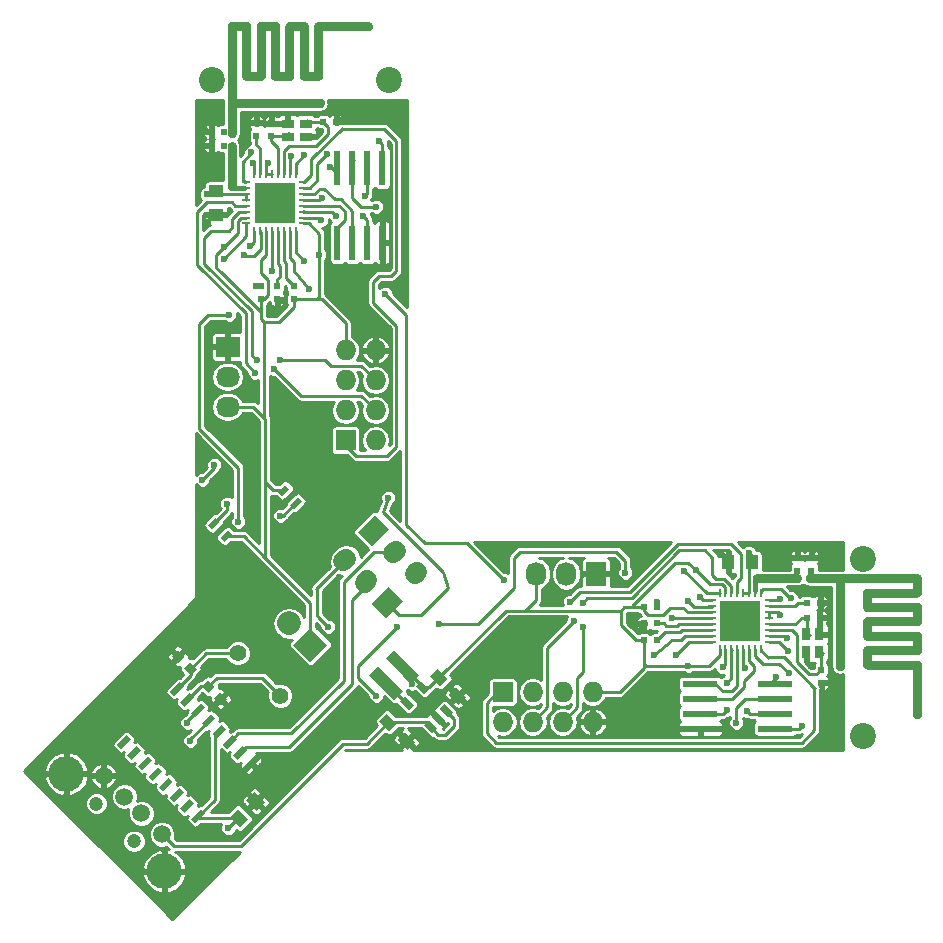
<source format=gtl>
G04 #@! TF.FileFunction,Copper,L1,Top,Signal*
%FSLAX46Y46*%
G04 Gerber Fmt 4.6, Leading zero omitted, Abs format (unit mm)*
G04 Created by KiCad (PCBNEW (2015-11-24 BZR 6329)-product) date Wed 28 Sep 2016 12:51:07 PM EDT*
%MOMM*%
G01*
G04 APERTURE LIST*
%ADD10C,0.100000*%
%ADD11C,0.002540*%
%ADD12R,1.727200X2.032000*%
%ADD13O,1.727200X2.032000*%
%ADD14R,0.800000X1.100000*%
%ADD15R,0.250000X0.700000*%
%ADD16R,0.700000X0.250000*%
%ADD17R,1.725000X1.725000*%
%ADD18R,0.600000X0.500000*%
%ADD19R,0.500000X0.600000*%
%ADD20R,1.000000X1.250000*%
%ADD21C,2.200000*%
%ADD22R,3.000000X0.600000*%
%ADD23R,1.727200X1.727200*%
%ADD24O,1.727200X1.727200*%
%ADD25C,1.422400*%
%ADD26C,2.032000*%
%ADD27C,1.501140*%
%ADD28C,2.999740*%
%ADD29C,1.200000*%
%ADD30R,0.600000X3.000000*%
%ADD31R,1.250000X1.000000*%
%ADD32R,1.100000X0.800000*%
%ADD33R,2.032000X1.727200*%
%ADD34O,2.032000X1.727200*%
%ADD35C,1.727200*%
%ADD36C,0.600000*%
%ADD37C,0.250000*%
%ADD38C,0.700000*%
%ADD39C,0.254000*%
G04 APERTURE END LIST*
D10*
D11*
G36*
X169552747Y-98784506D02*
X169544765Y-99769895D01*
X169546347Y-99793902D01*
X169551528Y-99817219D01*
X169559990Y-99839509D01*
X169571411Y-99860437D01*
X169585472Y-99879665D01*
X169601852Y-99896857D01*
X169620230Y-99911678D01*
X169640287Y-99923791D01*
X169661702Y-99932859D01*
X169684155Y-99938547D01*
X169707326Y-99940518D01*
X169730498Y-99938547D01*
X169752952Y-99932859D01*
X169774368Y-99923791D01*
X169794426Y-99911678D01*
X169812806Y-99896857D01*
X169829186Y-99879665D01*
X169843247Y-99860437D01*
X169854667Y-99839509D01*
X169863128Y-99817219D01*
X169868308Y-99793902D01*
X169869886Y-99769895D01*
X169879366Y-99099483D01*
X172183795Y-99085010D01*
X173267528Y-99085010D01*
X173293268Y-99084313D01*
X173318856Y-99081533D01*
X173344147Y-99076729D01*
X173368991Y-99069961D01*
X173393242Y-99061288D01*
X173416751Y-99050770D01*
X173439370Y-99038465D01*
X173460953Y-99024434D01*
X173481350Y-99008735D01*
X173500415Y-98991428D01*
X173517989Y-98972611D01*
X173533974Y-98952437D01*
X173548310Y-98931056D01*
X173560933Y-98908612D01*
X173571783Y-98885255D01*
X173580799Y-98861129D01*
X173587918Y-98836383D01*
X173593079Y-98811163D01*
X173596221Y-98785616D01*
X173597281Y-98759890D01*
X173596221Y-98734164D01*
X173593079Y-98708617D01*
X173587918Y-98683397D01*
X173580799Y-98658651D01*
X173571783Y-98634525D01*
X173560933Y-98611168D01*
X173548310Y-98588724D01*
X173533974Y-98567343D01*
X173517989Y-98547169D01*
X173500415Y-98528352D01*
X173481350Y-98511045D01*
X173460953Y-98495346D01*
X173439370Y-98481315D01*
X173416751Y-98469010D01*
X173393242Y-98458491D01*
X173368991Y-98449818D01*
X173344147Y-98443050D01*
X173318856Y-98438247D01*
X173293268Y-98435467D01*
X173267528Y-98434770D01*
X172205806Y-98434770D01*
X172183795Y-98434770D01*
X169880862Y-98434770D01*
X169855123Y-98435467D01*
X169829534Y-98438247D01*
X169804244Y-98443051D01*
X169779399Y-98449819D01*
X169755149Y-98458492D01*
X169731640Y-98469010D01*
X169709021Y-98481315D01*
X169687438Y-98495346D01*
X169667041Y-98511045D01*
X169647977Y-98528352D01*
X169630402Y-98547169D01*
X169614416Y-98567343D01*
X169600081Y-98588724D01*
X169587457Y-98611168D01*
X169576607Y-98634525D01*
X169567592Y-98658651D01*
X169560474Y-98683397D01*
X169555313Y-98708617D01*
X169552171Y-98734164D01*
X169551110Y-98759890D01*
X169552747Y-98784506D01*
X169552747Y-98784506D01*
G37*
X169552747Y-98784506D02*
X169544765Y-99769895D01*
X169546347Y-99793902D01*
X169551528Y-99817219D01*
X169559990Y-99839509D01*
X169571411Y-99860437D01*
X169585472Y-99879665D01*
X169601852Y-99896857D01*
X169620230Y-99911678D01*
X169640287Y-99923791D01*
X169661702Y-99932859D01*
X169684155Y-99938547D01*
X169707326Y-99940518D01*
X169730498Y-99938547D01*
X169752952Y-99932859D01*
X169774368Y-99923791D01*
X169794426Y-99911678D01*
X169812806Y-99896857D01*
X169829186Y-99879665D01*
X169843247Y-99860437D01*
X169854667Y-99839509D01*
X169863128Y-99817219D01*
X169868308Y-99793902D01*
X169869886Y-99769895D01*
X169879366Y-99099483D01*
X172183795Y-99085010D01*
X173267528Y-99085010D01*
X173293268Y-99084313D01*
X173318856Y-99081533D01*
X173344147Y-99076729D01*
X173368991Y-99069961D01*
X173393242Y-99061288D01*
X173416751Y-99050770D01*
X173439370Y-99038465D01*
X173460953Y-99024434D01*
X173481350Y-99008735D01*
X173500415Y-98991428D01*
X173517989Y-98972611D01*
X173533974Y-98952437D01*
X173548310Y-98931056D01*
X173560933Y-98908612D01*
X173571783Y-98885255D01*
X173580799Y-98861129D01*
X173587918Y-98836383D01*
X173593079Y-98811163D01*
X173596221Y-98785616D01*
X173597281Y-98759890D01*
X173596221Y-98734164D01*
X173593079Y-98708617D01*
X173587918Y-98683397D01*
X173580799Y-98658651D01*
X173571783Y-98634525D01*
X173560933Y-98611168D01*
X173548310Y-98588724D01*
X173533974Y-98567343D01*
X173517989Y-98547169D01*
X173500415Y-98528352D01*
X173481350Y-98511045D01*
X173460953Y-98495346D01*
X173439370Y-98481315D01*
X173416751Y-98469010D01*
X173393242Y-98458491D01*
X173368991Y-98449818D01*
X173344147Y-98443050D01*
X173318856Y-98438247D01*
X173293268Y-98435467D01*
X173267528Y-98434770D01*
X172205806Y-98434770D01*
X172183795Y-98434770D01*
X169880862Y-98434770D01*
X169855123Y-98435467D01*
X169829534Y-98438247D01*
X169804244Y-98443051D01*
X169779399Y-98449819D01*
X169755149Y-98458492D01*
X169731640Y-98469010D01*
X169709021Y-98481315D01*
X169687438Y-98495346D01*
X169667041Y-98511045D01*
X169647977Y-98528352D01*
X169630402Y-98547169D01*
X169614416Y-98567343D01*
X169600081Y-98588724D01*
X169587457Y-98611168D01*
X169576607Y-98634525D01*
X169567592Y-98658651D01*
X169560474Y-98683397D01*
X169555313Y-98708617D01*
X169552171Y-98734164D01*
X169551110Y-98759890D01*
X169552747Y-98784506D01*
G36*
X176922178Y-98420067D02*
X176895712Y-98421681D01*
X176869468Y-98425397D01*
X176843591Y-98431154D01*
X176818230Y-98438888D01*
X176793530Y-98448539D01*
X176769640Y-98460044D01*
X176746706Y-98473340D01*
X176724876Y-98488366D01*
X176704295Y-98505060D01*
X176685111Y-98523359D01*
X176666115Y-98545415D01*
X176650531Y-98568561D01*
X176637936Y-98592622D01*
X176627910Y-98617422D01*
X176620029Y-98642785D01*
X176613870Y-98668536D01*
X176609013Y-98694499D01*
X176605034Y-98720499D01*
X176601510Y-98746359D01*
X176598021Y-98771905D01*
X176594142Y-98796961D01*
X176589453Y-98821350D01*
X176589453Y-106214444D01*
X176590197Y-106241255D01*
X176593103Y-106267909D01*
X176598112Y-106294253D01*
X176605161Y-106320132D01*
X176614192Y-106345393D01*
X176625143Y-106369882D01*
X176637953Y-106393444D01*
X176652562Y-106415925D01*
X176668909Y-106437173D01*
X176686935Y-106457031D01*
X176706537Y-106475338D01*
X176727551Y-106491989D01*
X176749824Y-106506922D01*
X176773203Y-106520071D01*
X176797534Y-106531373D01*
X176822664Y-106540764D01*
X176848441Y-106548179D01*
X176874711Y-106553555D01*
X176901322Y-106556828D01*
X176928120Y-106557933D01*
X176954919Y-106556828D01*
X176981530Y-106553555D01*
X177007801Y-106548179D01*
X177033579Y-106540764D01*
X177058709Y-106531373D01*
X177083040Y-106520071D01*
X177106418Y-106506922D01*
X177128690Y-106491989D01*
X177149703Y-106475338D01*
X177169304Y-106457031D01*
X177187333Y-106437173D01*
X177203687Y-106415925D01*
X177218303Y-106393444D01*
X177231121Y-106369882D01*
X177242078Y-106345393D01*
X177251112Y-106320132D01*
X177258162Y-106294253D01*
X177263166Y-106267909D01*
X177266061Y-106241255D01*
X177266786Y-106214444D01*
X177266786Y-99102444D01*
X183091856Y-99102444D01*
X183091856Y-99644310D01*
X179231053Y-99644310D01*
X179204497Y-99645398D01*
X179178123Y-99648612D01*
X179152080Y-99653893D01*
X179126518Y-99661178D01*
X179101586Y-99670405D01*
X179077432Y-99681513D01*
X179054207Y-99694439D01*
X179032059Y-99709122D01*
X179011137Y-99725500D01*
X178991591Y-99743511D01*
X178973580Y-99763057D01*
X178957201Y-99783979D01*
X178942518Y-99806127D01*
X178929592Y-99829353D01*
X178918484Y-99853506D01*
X178909256Y-99878439D01*
X178901971Y-99904002D01*
X178896689Y-99930045D01*
X178893474Y-99956420D01*
X178892386Y-99982977D01*
X178892386Y-101202177D01*
X178893474Y-101228733D01*
X178896689Y-101255108D01*
X178901971Y-101281150D01*
X178909256Y-101306713D01*
X178918484Y-101331645D01*
X178929592Y-101355799D01*
X178942518Y-101379025D01*
X178957201Y-101401173D01*
X178973580Y-101422094D01*
X178991591Y-101441640D01*
X179011137Y-101459651D01*
X179032059Y-101476030D01*
X179054207Y-101490713D01*
X179077432Y-101503640D01*
X179101586Y-101514748D01*
X179126518Y-101523975D01*
X179152080Y-101531260D01*
X179178123Y-101536541D01*
X179204497Y-101539757D01*
X179231053Y-101540844D01*
X183091856Y-101540844D01*
X183091856Y-102082710D01*
X179231053Y-102082710D01*
X179204497Y-102083798D01*
X179178123Y-102087012D01*
X179152080Y-102092293D01*
X179126518Y-102099578D01*
X179101586Y-102108805D01*
X179077432Y-102119913D01*
X179054207Y-102132839D01*
X179032059Y-102147522D01*
X179011137Y-102163900D01*
X178991591Y-102181911D01*
X178973580Y-102201457D01*
X178957201Y-102222379D01*
X178942518Y-102244527D01*
X178929592Y-102267753D01*
X178918484Y-102291906D01*
X178909256Y-102316839D01*
X178901971Y-102342402D01*
X178896689Y-102368445D01*
X178893474Y-102394820D01*
X178892386Y-102421377D01*
X178892386Y-103640577D01*
X178893474Y-103667133D01*
X178896689Y-103693508D01*
X178901971Y-103719550D01*
X178909256Y-103745113D01*
X178918484Y-103770045D01*
X178929592Y-103794199D01*
X178942518Y-103817425D01*
X178957201Y-103839573D01*
X178973580Y-103860494D01*
X178991591Y-103880040D01*
X179011137Y-103898052D01*
X179032059Y-103914430D01*
X179054207Y-103929113D01*
X179077432Y-103942040D01*
X179101586Y-103953148D01*
X179126518Y-103962375D01*
X179152080Y-103969660D01*
X179178123Y-103974941D01*
X179204497Y-103978157D01*
X179231053Y-103979244D01*
X183091856Y-103979244D01*
X183091856Y-104521110D01*
X179231053Y-104521110D01*
X179204497Y-104522198D01*
X179178123Y-104525412D01*
X179152080Y-104530693D01*
X179126518Y-104537978D01*
X179101586Y-104547205D01*
X179077432Y-104558313D01*
X179054207Y-104571239D01*
X179032059Y-104585922D01*
X179011137Y-104602300D01*
X178991591Y-104620311D01*
X178973580Y-104639857D01*
X178957201Y-104660779D01*
X178942518Y-104682927D01*
X178929592Y-104706153D01*
X178918484Y-104730306D01*
X178909256Y-104755239D01*
X178901971Y-104780802D01*
X178896689Y-104806845D01*
X178893474Y-104833220D01*
X178892386Y-104859777D01*
X178892386Y-106022250D01*
X178889030Y-106048890D01*
X178887862Y-106075700D01*
X178888839Y-106102521D01*
X178891917Y-106129192D01*
X178897052Y-106155554D01*
X178904200Y-106181446D01*
X178913316Y-106206709D01*
X178924357Y-106231181D01*
X178937278Y-106254705D01*
X178952036Y-106277118D01*
X178968586Y-106298262D01*
X178978730Y-106310122D01*
X178993962Y-106325355D01*
X179013463Y-106342907D01*
X179034296Y-106358822D01*
X179056315Y-106373053D01*
X179079371Y-106385555D01*
X179103318Y-106396279D01*
X179128009Y-106405179D01*
X179153296Y-106412207D01*
X179179032Y-106417318D01*
X179205069Y-106420464D01*
X179231262Y-106421598D01*
X179257462Y-106420674D01*
X179283522Y-106417644D01*
X183091831Y-106417644D01*
X183091831Y-110278444D01*
X183092575Y-110305255D01*
X183095481Y-110331909D01*
X183100489Y-110358253D01*
X183107539Y-110384132D01*
X183116569Y-110409393D01*
X183127520Y-110433882D01*
X183140330Y-110457444D01*
X183154939Y-110479925D01*
X183171287Y-110501173D01*
X183189313Y-110521031D01*
X183208915Y-110539338D01*
X183229928Y-110555989D01*
X183252200Y-110570922D01*
X183275578Y-110584071D01*
X183299909Y-110595373D01*
X183325039Y-110604764D01*
X183350817Y-110612179D01*
X183377087Y-110617556D01*
X183403699Y-110620828D01*
X183430498Y-110621933D01*
X183457296Y-110620828D01*
X183483907Y-110617556D01*
X183510178Y-110612179D01*
X183535955Y-110604764D01*
X183561086Y-110595373D01*
X183585417Y-110584071D01*
X183608795Y-110570922D01*
X183631067Y-110555989D01*
X183652081Y-110539338D01*
X183671683Y-110521031D01*
X183689711Y-110501173D01*
X183706063Y-110479925D01*
X183720679Y-110457444D01*
X183733496Y-110433882D01*
X183744453Y-110409393D01*
X183753487Y-110384132D01*
X183760538Y-110358253D01*
X183765542Y-110331909D01*
X183768438Y-110305255D01*
X183769165Y-110278444D01*
X183769165Y-106078977D01*
X183768077Y-106052420D01*
X183764862Y-106026045D01*
X183759581Y-106000002D01*
X183752296Y-105974439D01*
X183743069Y-105949506D01*
X183731961Y-105925353D01*
X183719035Y-105902127D01*
X183704352Y-105879979D01*
X183687974Y-105859057D01*
X183669962Y-105839511D01*
X183650417Y-105821500D01*
X183629495Y-105805122D01*
X183607347Y-105790439D01*
X183584121Y-105777513D01*
X183559967Y-105766405D01*
X183535035Y-105757178D01*
X183509472Y-105749893D01*
X183483429Y-105744612D01*
X183457055Y-105741398D01*
X183430498Y-105740310D01*
X179569695Y-105740310D01*
X179569695Y-105198444D01*
X183430498Y-105198444D01*
X183457055Y-105197357D01*
X183483429Y-105194141D01*
X183509472Y-105188860D01*
X183535035Y-105181575D01*
X183559967Y-105172348D01*
X183584121Y-105161240D01*
X183607347Y-105148313D01*
X183629495Y-105133630D01*
X183650417Y-105117252D01*
X183669962Y-105099240D01*
X183687974Y-105079694D01*
X183704352Y-105058773D01*
X183719035Y-105036625D01*
X183731961Y-105013399D01*
X183743069Y-104989245D01*
X183752296Y-104964313D01*
X183759581Y-104938750D01*
X183764862Y-104912708D01*
X183768077Y-104886333D01*
X183769165Y-104859777D01*
X183769165Y-103640577D01*
X183768077Y-103614020D01*
X183764862Y-103587645D01*
X183759581Y-103561602D01*
X183752296Y-103536039D01*
X183743069Y-103511106D01*
X183731961Y-103486953D01*
X183719035Y-103463727D01*
X183704352Y-103441579D01*
X183687974Y-103420657D01*
X183669962Y-103401111D01*
X183650417Y-103383100D01*
X183629495Y-103366722D01*
X183607347Y-103352039D01*
X183584121Y-103339113D01*
X183559967Y-103328005D01*
X183535035Y-103318778D01*
X183509472Y-103311493D01*
X183483429Y-103306212D01*
X183457055Y-103302998D01*
X183430498Y-103301910D01*
X179569695Y-103301910D01*
X179569695Y-102760044D01*
X183430498Y-102760044D01*
X183457055Y-102758957D01*
X183483429Y-102755741D01*
X183509472Y-102750460D01*
X183535035Y-102743175D01*
X183559967Y-102733948D01*
X183584121Y-102722840D01*
X183607347Y-102709913D01*
X183629495Y-102695230D01*
X183650417Y-102678852D01*
X183669962Y-102660840D01*
X183687974Y-102641294D01*
X183704352Y-102620373D01*
X183719035Y-102598225D01*
X183731961Y-102574999D01*
X183743069Y-102550845D01*
X183752296Y-102525913D01*
X183759581Y-102500350D01*
X183764862Y-102474308D01*
X183768077Y-102447933D01*
X183769165Y-102421377D01*
X183769165Y-101202177D01*
X183768083Y-101175620D01*
X183764873Y-101149245D01*
X183759596Y-101123202D01*
X183752314Y-101097639D01*
X183743089Y-101072706D01*
X183731982Y-101048553D01*
X183719056Y-101025327D01*
X183704374Y-101003179D01*
X183687995Y-100982257D01*
X183669984Y-100962711D01*
X183650438Y-100944700D01*
X183629517Y-100928322D01*
X183607369Y-100913639D01*
X183584143Y-100900713D01*
X183559989Y-100889605D01*
X183535057Y-100880378D01*
X183509495Y-100873093D01*
X183483452Y-100867812D01*
X183457078Y-100864598D01*
X183430522Y-100863510D01*
X179569720Y-100863510D01*
X179569720Y-100321644D01*
X183430522Y-100321644D01*
X183457078Y-100320557D01*
X183483452Y-100317341D01*
X183509495Y-100312060D01*
X183535057Y-100304775D01*
X183559989Y-100295548D01*
X183584143Y-100284440D01*
X183607369Y-100271513D01*
X183629517Y-100256830D01*
X183650438Y-100240452D01*
X183669984Y-100222440D01*
X183687995Y-100202894D01*
X183704374Y-100181973D01*
X183719057Y-100159825D01*
X183731984Y-100136599D01*
X183743092Y-100112445D01*
X183752319Y-100087513D01*
X183759605Y-100061950D01*
X183764886Y-100035908D01*
X183768101Y-100009533D01*
X183769189Y-99982977D01*
X183769189Y-98763777D01*
X183768101Y-98737220D01*
X183764886Y-98710845D01*
X183759605Y-98684802D01*
X183752319Y-98659239D01*
X183743092Y-98634306D01*
X183731984Y-98610153D01*
X183719057Y-98586927D01*
X183704374Y-98564779D01*
X183687995Y-98543857D01*
X183669984Y-98524311D01*
X183650438Y-98506300D01*
X183629517Y-98489922D01*
X183607369Y-98475239D01*
X183584143Y-98462313D01*
X183559989Y-98451205D01*
X183535057Y-98441978D01*
X183509495Y-98434693D01*
X183483452Y-98429412D01*
X183457078Y-98426198D01*
X183430522Y-98425110D01*
X176983154Y-98425110D01*
X176962029Y-98422132D01*
X176941340Y-98421036D01*
X176922178Y-98420067D01*
X176922178Y-98420067D01*
G37*
X176922178Y-98420067D02*
X176895712Y-98421681D01*
X176869468Y-98425397D01*
X176843591Y-98431154D01*
X176818230Y-98438888D01*
X176793530Y-98448539D01*
X176769640Y-98460044D01*
X176746706Y-98473340D01*
X176724876Y-98488366D01*
X176704295Y-98505060D01*
X176685111Y-98523359D01*
X176666115Y-98545415D01*
X176650531Y-98568561D01*
X176637936Y-98592622D01*
X176627910Y-98617422D01*
X176620029Y-98642785D01*
X176613870Y-98668536D01*
X176609013Y-98694499D01*
X176605034Y-98720499D01*
X176601510Y-98746359D01*
X176598021Y-98771905D01*
X176594142Y-98796961D01*
X176589453Y-98821350D01*
X176589453Y-106214444D01*
X176590197Y-106241255D01*
X176593103Y-106267909D01*
X176598112Y-106294253D01*
X176605161Y-106320132D01*
X176614192Y-106345393D01*
X176625143Y-106369882D01*
X176637953Y-106393444D01*
X176652562Y-106415925D01*
X176668909Y-106437173D01*
X176686935Y-106457031D01*
X176706537Y-106475338D01*
X176727551Y-106491989D01*
X176749824Y-106506922D01*
X176773203Y-106520071D01*
X176797534Y-106531373D01*
X176822664Y-106540764D01*
X176848441Y-106548179D01*
X176874711Y-106553555D01*
X176901322Y-106556828D01*
X176928120Y-106557933D01*
X176954919Y-106556828D01*
X176981530Y-106553555D01*
X177007801Y-106548179D01*
X177033579Y-106540764D01*
X177058709Y-106531373D01*
X177083040Y-106520071D01*
X177106418Y-106506922D01*
X177128690Y-106491989D01*
X177149703Y-106475338D01*
X177169304Y-106457031D01*
X177187333Y-106437173D01*
X177203687Y-106415925D01*
X177218303Y-106393444D01*
X177231121Y-106369882D01*
X177242078Y-106345393D01*
X177251112Y-106320132D01*
X177258162Y-106294253D01*
X177263166Y-106267909D01*
X177266061Y-106241255D01*
X177266786Y-106214444D01*
X177266786Y-99102444D01*
X183091856Y-99102444D01*
X183091856Y-99644310D01*
X179231053Y-99644310D01*
X179204497Y-99645398D01*
X179178123Y-99648612D01*
X179152080Y-99653893D01*
X179126518Y-99661178D01*
X179101586Y-99670405D01*
X179077432Y-99681513D01*
X179054207Y-99694439D01*
X179032059Y-99709122D01*
X179011137Y-99725500D01*
X178991591Y-99743511D01*
X178973580Y-99763057D01*
X178957201Y-99783979D01*
X178942518Y-99806127D01*
X178929592Y-99829353D01*
X178918484Y-99853506D01*
X178909256Y-99878439D01*
X178901971Y-99904002D01*
X178896689Y-99930045D01*
X178893474Y-99956420D01*
X178892386Y-99982977D01*
X178892386Y-101202177D01*
X178893474Y-101228733D01*
X178896689Y-101255108D01*
X178901971Y-101281150D01*
X178909256Y-101306713D01*
X178918484Y-101331645D01*
X178929592Y-101355799D01*
X178942518Y-101379025D01*
X178957201Y-101401173D01*
X178973580Y-101422094D01*
X178991591Y-101441640D01*
X179011137Y-101459651D01*
X179032059Y-101476030D01*
X179054207Y-101490713D01*
X179077432Y-101503640D01*
X179101586Y-101514748D01*
X179126518Y-101523975D01*
X179152080Y-101531260D01*
X179178123Y-101536541D01*
X179204497Y-101539757D01*
X179231053Y-101540844D01*
X183091856Y-101540844D01*
X183091856Y-102082710D01*
X179231053Y-102082710D01*
X179204497Y-102083798D01*
X179178123Y-102087012D01*
X179152080Y-102092293D01*
X179126518Y-102099578D01*
X179101586Y-102108805D01*
X179077432Y-102119913D01*
X179054207Y-102132839D01*
X179032059Y-102147522D01*
X179011137Y-102163900D01*
X178991591Y-102181911D01*
X178973580Y-102201457D01*
X178957201Y-102222379D01*
X178942518Y-102244527D01*
X178929592Y-102267753D01*
X178918484Y-102291906D01*
X178909256Y-102316839D01*
X178901971Y-102342402D01*
X178896689Y-102368445D01*
X178893474Y-102394820D01*
X178892386Y-102421377D01*
X178892386Y-103640577D01*
X178893474Y-103667133D01*
X178896689Y-103693508D01*
X178901971Y-103719550D01*
X178909256Y-103745113D01*
X178918484Y-103770045D01*
X178929592Y-103794199D01*
X178942518Y-103817425D01*
X178957201Y-103839573D01*
X178973580Y-103860494D01*
X178991591Y-103880040D01*
X179011137Y-103898052D01*
X179032059Y-103914430D01*
X179054207Y-103929113D01*
X179077432Y-103942040D01*
X179101586Y-103953148D01*
X179126518Y-103962375D01*
X179152080Y-103969660D01*
X179178123Y-103974941D01*
X179204497Y-103978157D01*
X179231053Y-103979244D01*
X183091856Y-103979244D01*
X183091856Y-104521110D01*
X179231053Y-104521110D01*
X179204497Y-104522198D01*
X179178123Y-104525412D01*
X179152080Y-104530693D01*
X179126518Y-104537978D01*
X179101586Y-104547205D01*
X179077432Y-104558313D01*
X179054207Y-104571239D01*
X179032059Y-104585922D01*
X179011137Y-104602300D01*
X178991591Y-104620311D01*
X178973580Y-104639857D01*
X178957201Y-104660779D01*
X178942518Y-104682927D01*
X178929592Y-104706153D01*
X178918484Y-104730306D01*
X178909256Y-104755239D01*
X178901971Y-104780802D01*
X178896689Y-104806845D01*
X178893474Y-104833220D01*
X178892386Y-104859777D01*
X178892386Y-106022250D01*
X178889030Y-106048890D01*
X178887862Y-106075700D01*
X178888839Y-106102521D01*
X178891917Y-106129192D01*
X178897052Y-106155554D01*
X178904200Y-106181446D01*
X178913316Y-106206709D01*
X178924357Y-106231181D01*
X178937278Y-106254705D01*
X178952036Y-106277118D01*
X178968586Y-106298262D01*
X178978730Y-106310122D01*
X178993962Y-106325355D01*
X179013463Y-106342907D01*
X179034296Y-106358822D01*
X179056315Y-106373053D01*
X179079371Y-106385555D01*
X179103318Y-106396279D01*
X179128009Y-106405179D01*
X179153296Y-106412207D01*
X179179032Y-106417318D01*
X179205069Y-106420464D01*
X179231262Y-106421598D01*
X179257462Y-106420674D01*
X179283522Y-106417644D01*
X183091831Y-106417644D01*
X183091831Y-110278444D01*
X183092575Y-110305255D01*
X183095481Y-110331909D01*
X183100489Y-110358253D01*
X183107539Y-110384132D01*
X183116569Y-110409393D01*
X183127520Y-110433882D01*
X183140330Y-110457444D01*
X183154939Y-110479925D01*
X183171287Y-110501173D01*
X183189313Y-110521031D01*
X183208915Y-110539338D01*
X183229928Y-110555989D01*
X183252200Y-110570922D01*
X183275578Y-110584071D01*
X183299909Y-110595373D01*
X183325039Y-110604764D01*
X183350817Y-110612179D01*
X183377087Y-110617556D01*
X183403699Y-110620828D01*
X183430498Y-110621933D01*
X183457296Y-110620828D01*
X183483907Y-110617556D01*
X183510178Y-110612179D01*
X183535955Y-110604764D01*
X183561086Y-110595373D01*
X183585417Y-110584071D01*
X183608795Y-110570922D01*
X183631067Y-110555989D01*
X183652081Y-110539338D01*
X183671683Y-110521031D01*
X183689711Y-110501173D01*
X183706063Y-110479925D01*
X183720679Y-110457444D01*
X183733496Y-110433882D01*
X183744453Y-110409393D01*
X183753487Y-110384132D01*
X183760538Y-110358253D01*
X183765542Y-110331909D01*
X183768438Y-110305255D01*
X183769165Y-110278444D01*
X183769165Y-106078977D01*
X183768077Y-106052420D01*
X183764862Y-106026045D01*
X183759581Y-106000002D01*
X183752296Y-105974439D01*
X183743069Y-105949506D01*
X183731961Y-105925353D01*
X183719035Y-105902127D01*
X183704352Y-105879979D01*
X183687974Y-105859057D01*
X183669962Y-105839511D01*
X183650417Y-105821500D01*
X183629495Y-105805122D01*
X183607347Y-105790439D01*
X183584121Y-105777513D01*
X183559967Y-105766405D01*
X183535035Y-105757178D01*
X183509472Y-105749893D01*
X183483429Y-105744612D01*
X183457055Y-105741398D01*
X183430498Y-105740310D01*
X179569695Y-105740310D01*
X179569695Y-105198444D01*
X183430498Y-105198444D01*
X183457055Y-105197357D01*
X183483429Y-105194141D01*
X183509472Y-105188860D01*
X183535035Y-105181575D01*
X183559967Y-105172348D01*
X183584121Y-105161240D01*
X183607347Y-105148313D01*
X183629495Y-105133630D01*
X183650417Y-105117252D01*
X183669962Y-105099240D01*
X183687974Y-105079694D01*
X183704352Y-105058773D01*
X183719035Y-105036625D01*
X183731961Y-105013399D01*
X183743069Y-104989245D01*
X183752296Y-104964313D01*
X183759581Y-104938750D01*
X183764862Y-104912708D01*
X183768077Y-104886333D01*
X183769165Y-104859777D01*
X183769165Y-103640577D01*
X183768077Y-103614020D01*
X183764862Y-103587645D01*
X183759581Y-103561602D01*
X183752296Y-103536039D01*
X183743069Y-103511106D01*
X183731961Y-103486953D01*
X183719035Y-103463727D01*
X183704352Y-103441579D01*
X183687974Y-103420657D01*
X183669962Y-103401111D01*
X183650417Y-103383100D01*
X183629495Y-103366722D01*
X183607347Y-103352039D01*
X183584121Y-103339113D01*
X183559967Y-103328005D01*
X183535035Y-103318778D01*
X183509472Y-103311493D01*
X183483429Y-103306212D01*
X183457055Y-103302998D01*
X183430498Y-103301910D01*
X179569695Y-103301910D01*
X179569695Y-102760044D01*
X183430498Y-102760044D01*
X183457055Y-102758957D01*
X183483429Y-102755741D01*
X183509472Y-102750460D01*
X183535035Y-102743175D01*
X183559967Y-102733948D01*
X183584121Y-102722840D01*
X183607347Y-102709913D01*
X183629495Y-102695230D01*
X183650417Y-102678852D01*
X183669962Y-102660840D01*
X183687974Y-102641294D01*
X183704352Y-102620373D01*
X183719035Y-102598225D01*
X183731961Y-102574999D01*
X183743069Y-102550845D01*
X183752296Y-102525913D01*
X183759581Y-102500350D01*
X183764862Y-102474308D01*
X183768077Y-102447933D01*
X183769165Y-102421377D01*
X183769165Y-101202177D01*
X183768083Y-101175620D01*
X183764873Y-101149245D01*
X183759596Y-101123202D01*
X183752314Y-101097639D01*
X183743089Y-101072706D01*
X183731982Y-101048553D01*
X183719056Y-101025327D01*
X183704374Y-101003179D01*
X183687995Y-100982257D01*
X183669984Y-100962711D01*
X183650438Y-100944700D01*
X183629517Y-100928322D01*
X183607369Y-100913639D01*
X183584143Y-100900713D01*
X183559989Y-100889605D01*
X183535057Y-100880378D01*
X183509495Y-100873093D01*
X183483452Y-100867812D01*
X183457078Y-100864598D01*
X183430522Y-100863510D01*
X179569720Y-100863510D01*
X179569720Y-100321644D01*
X183430522Y-100321644D01*
X183457078Y-100320557D01*
X183483452Y-100317341D01*
X183509495Y-100312060D01*
X183535057Y-100304775D01*
X183559989Y-100295548D01*
X183584143Y-100284440D01*
X183607369Y-100271513D01*
X183629517Y-100256830D01*
X183650438Y-100240452D01*
X183669984Y-100222440D01*
X183687995Y-100202894D01*
X183704374Y-100181973D01*
X183719057Y-100159825D01*
X183731984Y-100136599D01*
X183743092Y-100112445D01*
X183752319Y-100087513D01*
X183759605Y-100061950D01*
X183764886Y-100035908D01*
X183768101Y-100009533D01*
X183769189Y-99982977D01*
X183769189Y-98763777D01*
X183768101Y-98737220D01*
X183764886Y-98710845D01*
X183759605Y-98684802D01*
X183752319Y-98659239D01*
X183743092Y-98634306D01*
X183731984Y-98610153D01*
X183719057Y-98586927D01*
X183704374Y-98564779D01*
X183687995Y-98543857D01*
X183669984Y-98524311D01*
X183650438Y-98506300D01*
X183629517Y-98489922D01*
X183607369Y-98475239D01*
X183584143Y-98462313D01*
X183559989Y-98451205D01*
X183535057Y-98441978D01*
X183509495Y-98434693D01*
X183483452Y-98429412D01*
X183457078Y-98426198D01*
X183430522Y-98425110D01*
X176983154Y-98425110D01*
X176962029Y-98422132D01*
X176941340Y-98421036D01*
X176922178Y-98420067D01*
G36*
X174351262Y-98434770D02*
X174325523Y-98435467D01*
X174299934Y-98438247D01*
X174274644Y-98443051D01*
X174249799Y-98449819D01*
X174225549Y-98458492D01*
X174202040Y-98469010D01*
X174179420Y-98481315D01*
X174157838Y-98495346D01*
X174137440Y-98511045D01*
X174118376Y-98528352D01*
X174100801Y-98547169D01*
X174084816Y-98567343D01*
X174070481Y-98588724D01*
X174057857Y-98611168D01*
X174047007Y-98634525D01*
X174037992Y-98658651D01*
X174030873Y-98683397D01*
X174025712Y-98708617D01*
X174022570Y-98734164D01*
X174021509Y-98759890D01*
X174022570Y-98785616D01*
X174025712Y-98811163D01*
X174030873Y-98836383D01*
X174037992Y-98861129D01*
X174047007Y-98885255D01*
X174057857Y-98908612D01*
X174070481Y-98931056D01*
X174084816Y-98952437D01*
X174100801Y-98972611D01*
X174118376Y-98991428D01*
X174137440Y-99008735D01*
X174157838Y-99024434D01*
X174179420Y-99038465D01*
X174202040Y-99050770D01*
X174225549Y-99061289D01*
X174249799Y-99069962D01*
X174274644Y-99076730D01*
X174299934Y-99081533D01*
X174325523Y-99084313D01*
X174351262Y-99085010D01*
X176247795Y-99085010D01*
X176258380Y-99085120D01*
X176272215Y-99085200D01*
X176289072Y-99085251D01*
X176308724Y-99085275D01*
X176330944Y-99085273D01*
X176355505Y-99085245D01*
X176382180Y-99085195D01*
X176410742Y-99085122D01*
X176440963Y-99085029D01*
X176472616Y-99084916D01*
X176505475Y-99084785D01*
X176539312Y-99084637D01*
X176573899Y-99084474D01*
X176609010Y-99084296D01*
X176644418Y-99084106D01*
X176679895Y-99083905D01*
X176715214Y-99083693D01*
X176750148Y-99083473D01*
X176784471Y-99083245D01*
X176817954Y-99083011D01*
X176850370Y-99082772D01*
X176881493Y-99082530D01*
X176911096Y-99082286D01*
X176938950Y-99082041D01*
X176964830Y-99081797D01*
X176988507Y-99081555D01*
X177009755Y-99081316D01*
X177028347Y-99081081D01*
X177044055Y-99080853D01*
X177059102Y-99077722D01*
X177072137Y-99069254D01*
X177083302Y-99056070D01*
X177092742Y-99038792D01*
X177100601Y-99018039D01*
X177107021Y-98994433D01*
X177112148Y-98968595D01*
X177116124Y-98941145D01*
X177119094Y-98912704D01*
X177121201Y-98883894D01*
X177122590Y-98855335D01*
X177123404Y-98827649D01*
X177123786Y-98801455D01*
X177123881Y-98777375D01*
X177123833Y-98756030D01*
X177123785Y-98738041D01*
X177125404Y-98727542D01*
X177130046Y-98715950D01*
X177137389Y-98703384D01*
X177147112Y-98689967D01*
X177158894Y-98675821D01*
X177172413Y-98661066D01*
X177187347Y-98645825D01*
X177203375Y-98630220D01*
X177220175Y-98614370D01*
X177237425Y-98598399D01*
X177254805Y-98582428D01*
X177271992Y-98566578D01*
X177288665Y-98550971D01*
X177304503Y-98535729D01*
X177319183Y-98520973D01*
X177332385Y-98506825D01*
X177343786Y-98493406D01*
X177353065Y-98480837D01*
X177359901Y-98469242D01*
X177363973Y-98458740D01*
X177364957Y-98449454D01*
X177362534Y-98441505D01*
X177356380Y-98435015D01*
X177346176Y-98430106D01*
X177331599Y-98426898D01*
X177312327Y-98425514D01*
X177303901Y-98425403D01*
X177292298Y-98425337D01*
X177277695Y-98425314D01*
X177260269Y-98425332D01*
X177240196Y-98425389D01*
X177217653Y-98425483D01*
X177192815Y-98425612D01*
X177165860Y-98425772D01*
X177136964Y-98425963D01*
X177106303Y-98426182D01*
X177074054Y-98426426D01*
X177040394Y-98426694D01*
X177005498Y-98426983D01*
X176969543Y-98427292D01*
X176932706Y-98427618D01*
X176895163Y-98427958D01*
X176857091Y-98428311D01*
X176818666Y-98428674D01*
X176780064Y-98429046D01*
X176741463Y-98429424D01*
X176703038Y-98429805D01*
X176664965Y-98430189D01*
X176627422Y-98430571D01*
X176590585Y-98430952D01*
X176554630Y-98431327D01*
X176519734Y-98431695D01*
X176486073Y-98432054D01*
X176453824Y-98432402D01*
X176423163Y-98432736D01*
X176394267Y-98433054D01*
X176367311Y-98433355D01*
X176342473Y-98433635D01*
X176319929Y-98433893D01*
X176299856Y-98434126D01*
X176282429Y-98434333D01*
X176267826Y-98434510D01*
X176256222Y-98434657D01*
X176247795Y-98434771D01*
X174351262Y-98434770D01*
X174351262Y-98434770D01*
G37*
X174351262Y-98434770D02*
X174325523Y-98435467D01*
X174299934Y-98438247D01*
X174274644Y-98443051D01*
X174249799Y-98449819D01*
X174225549Y-98458492D01*
X174202040Y-98469010D01*
X174179420Y-98481315D01*
X174157838Y-98495346D01*
X174137440Y-98511045D01*
X174118376Y-98528352D01*
X174100801Y-98547169D01*
X174084816Y-98567343D01*
X174070481Y-98588724D01*
X174057857Y-98611168D01*
X174047007Y-98634525D01*
X174037992Y-98658651D01*
X174030873Y-98683397D01*
X174025712Y-98708617D01*
X174022570Y-98734164D01*
X174021509Y-98759890D01*
X174022570Y-98785616D01*
X174025712Y-98811163D01*
X174030873Y-98836383D01*
X174037992Y-98861129D01*
X174047007Y-98885255D01*
X174057857Y-98908612D01*
X174070481Y-98931056D01*
X174084816Y-98952437D01*
X174100801Y-98972611D01*
X174118376Y-98991428D01*
X174137440Y-99008735D01*
X174157838Y-99024434D01*
X174179420Y-99038465D01*
X174202040Y-99050770D01*
X174225549Y-99061289D01*
X174249799Y-99069962D01*
X174274644Y-99076730D01*
X174299934Y-99081533D01*
X174325523Y-99084313D01*
X174351262Y-99085010D01*
X176247795Y-99085010D01*
X176258380Y-99085120D01*
X176272215Y-99085200D01*
X176289072Y-99085251D01*
X176308724Y-99085275D01*
X176330944Y-99085273D01*
X176355505Y-99085245D01*
X176382180Y-99085195D01*
X176410742Y-99085122D01*
X176440963Y-99085029D01*
X176472616Y-99084916D01*
X176505475Y-99084785D01*
X176539312Y-99084637D01*
X176573899Y-99084474D01*
X176609010Y-99084296D01*
X176644418Y-99084106D01*
X176679895Y-99083905D01*
X176715214Y-99083693D01*
X176750148Y-99083473D01*
X176784471Y-99083245D01*
X176817954Y-99083011D01*
X176850370Y-99082772D01*
X176881493Y-99082530D01*
X176911096Y-99082286D01*
X176938950Y-99082041D01*
X176964830Y-99081797D01*
X176988507Y-99081555D01*
X177009755Y-99081316D01*
X177028347Y-99081081D01*
X177044055Y-99080853D01*
X177059102Y-99077722D01*
X177072137Y-99069254D01*
X177083302Y-99056070D01*
X177092742Y-99038792D01*
X177100601Y-99018039D01*
X177107021Y-98994433D01*
X177112148Y-98968595D01*
X177116124Y-98941145D01*
X177119094Y-98912704D01*
X177121201Y-98883894D01*
X177122590Y-98855335D01*
X177123404Y-98827649D01*
X177123786Y-98801455D01*
X177123881Y-98777375D01*
X177123833Y-98756030D01*
X177123785Y-98738041D01*
X177125404Y-98727542D01*
X177130046Y-98715950D01*
X177137389Y-98703384D01*
X177147112Y-98689967D01*
X177158894Y-98675821D01*
X177172413Y-98661066D01*
X177187347Y-98645825D01*
X177203375Y-98630220D01*
X177220175Y-98614370D01*
X177237425Y-98598399D01*
X177254805Y-98582428D01*
X177271992Y-98566578D01*
X177288665Y-98550971D01*
X177304503Y-98535729D01*
X177319183Y-98520973D01*
X177332385Y-98506825D01*
X177343786Y-98493406D01*
X177353065Y-98480837D01*
X177359901Y-98469242D01*
X177363973Y-98458740D01*
X177364957Y-98449454D01*
X177362534Y-98441505D01*
X177356380Y-98435015D01*
X177346176Y-98430106D01*
X177331599Y-98426898D01*
X177312327Y-98425514D01*
X177303901Y-98425403D01*
X177292298Y-98425337D01*
X177277695Y-98425314D01*
X177260269Y-98425332D01*
X177240196Y-98425389D01*
X177217653Y-98425483D01*
X177192815Y-98425612D01*
X177165860Y-98425772D01*
X177136964Y-98425963D01*
X177106303Y-98426182D01*
X177074054Y-98426426D01*
X177040394Y-98426694D01*
X177005498Y-98426983D01*
X176969543Y-98427292D01*
X176932706Y-98427618D01*
X176895163Y-98427958D01*
X176857091Y-98428311D01*
X176818666Y-98428674D01*
X176780064Y-98429046D01*
X176741463Y-98429424D01*
X176703038Y-98429805D01*
X176664965Y-98430189D01*
X176627422Y-98430571D01*
X176590585Y-98430952D01*
X176554630Y-98431327D01*
X176519734Y-98431695D01*
X176486073Y-98432054D01*
X176453824Y-98432402D01*
X176423163Y-98432736D01*
X176394267Y-98433054D01*
X176367311Y-98433355D01*
X176342473Y-98433635D01*
X176319929Y-98433893D01*
X176299856Y-98434126D01*
X176282429Y-98434333D01*
X176267826Y-98434510D01*
X176256222Y-98434657D01*
X176247795Y-98434771D01*
X174351262Y-98434770D01*
G36*
X125454506Y-65905253D02*
X126439895Y-65913235D01*
X126463902Y-65911653D01*
X126487219Y-65906472D01*
X126509509Y-65898010D01*
X126530437Y-65886589D01*
X126549665Y-65872528D01*
X126566857Y-65856148D01*
X126581678Y-65837770D01*
X126593791Y-65817713D01*
X126602859Y-65796298D01*
X126608547Y-65773845D01*
X126610518Y-65750674D01*
X126608547Y-65727502D01*
X126602859Y-65705048D01*
X126593791Y-65683632D01*
X126581678Y-65663574D01*
X126566857Y-65645194D01*
X126549665Y-65628814D01*
X126530437Y-65614753D01*
X126509509Y-65603333D01*
X126487219Y-65594872D01*
X126463902Y-65589692D01*
X126439895Y-65588114D01*
X125769483Y-65578634D01*
X125755010Y-63274205D01*
X125755010Y-62190472D01*
X125754313Y-62164732D01*
X125751533Y-62139144D01*
X125746729Y-62113853D01*
X125739961Y-62089009D01*
X125731288Y-62064758D01*
X125720770Y-62041249D01*
X125708465Y-62018630D01*
X125694434Y-61997047D01*
X125678735Y-61976650D01*
X125661428Y-61957585D01*
X125642611Y-61940011D01*
X125622437Y-61924026D01*
X125601056Y-61909690D01*
X125578612Y-61897067D01*
X125555255Y-61886217D01*
X125531129Y-61877201D01*
X125506383Y-61870082D01*
X125481163Y-61864921D01*
X125455616Y-61861779D01*
X125429890Y-61860719D01*
X125404164Y-61861779D01*
X125378617Y-61864921D01*
X125353397Y-61870082D01*
X125328651Y-61877201D01*
X125304525Y-61886217D01*
X125281168Y-61897067D01*
X125258724Y-61909690D01*
X125237343Y-61924026D01*
X125217169Y-61940011D01*
X125198352Y-61957585D01*
X125181045Y-61976650D01*
X125165346Y-61997047D01*
X125151315Y-62018630D01*
X125139010Y-62041249D01*
X125128491Y-62064758D01*
X125119818Y-62089009D01*
X125113050Y-62113853D01*
X125108247Y-62139144D01*
X125105467Y-62164732D01*
X125104770Y-62190472D01*
X125104770Y-63252194D01*
X125104770Y-63274205D01*
X125104770Y-65577138D01*
X125105467Y-65602877D01*
X125108247Y-65628466D01*
X125113051Y-65653756D01*
X125119819Y-65678601D01*
X125128492Y-65702851D01*
X125139010Y-65726360D01*
X125151315Y-65748979D01*
X125165346Y-65770562D01*
X125181045Y-65790959D01*
X125198352Y-65810023D01*
X125217169Y-65827598D01*
X125237343Y-65843584D01*
X125258724Y-65857919D01*
X125281168Y-65870543D01*
X125304525Y-65881393D01*
X125328651Y-65890408D01*
X125353397Y-65897526D01*
X125378617Y-65902687D01*
X125404164Y-65905829D01*
X125429890Y-65906890D01*
X125454506Y-65905253D01*
X125454506Y-65905253D01*
G37*
X125454506Y-65905253D02*
X126439895Y-65913235D01*
X126463902Y-65911653D01*
X126487219Y-65906472D01*
X126509509Y-65898010D01*
X126530437Y-65886589D01*
X126549665Y-65872528D01*
X126566857Y-65856148D01*
X126581678Y-65837770D01*
X126593791Y-65817713D01*
X126602859Y-65796298D01*
X126608547Y-65773845D01*
X126610518Y-65750674D01*
X126608547Y-65727502D01*
X126602859Y-65705048D01*
X126593791Y-65683632D01*
X126581678Y-65663574D01*
X126566857Y-65645194D01*
X126549665Y-65628814D01*
X126530437Y-65614753D01*
X126509509Y-65603333D01*
X126487219Y-65594872D01*
X126463902Y-65589692D01*
X126439895Y-65588114D01*
X125769483Y-65578634D01*
X125755010Y-63274205D01*
X125755010Y-62190472D01*
X125754313Y-62164732D01*
X125751533Y-62139144D01*
X125746729Y-62113853D01*
X125739961Y-62089009D01*
X125731288Y-62064758D01*
X125720770Y-62041249D01*
X125708465Y-62018630D01*
X125694434Y-61997047D01*
X125678735Y-61976650D01*
X125661428Y-61957585D01*
X125642611Y-61940011D01*
X125622437Y-61924026D01*
X125601056Y-61909690D01*
X125578612Y-61897067D01*
X125555255Y-61886217D01*
X125531129Y-61877201D01*
X125506383Y-61870082D01*
X125481163Y-61864921D01*
X125455616Y-61861779D01*
X125429890Y-61860719D01*
X125404164Y-61861779D01*
X125378617Y-61864921D01*
X125353397Y-61870082D01*
X125328651Y-61877201D01*
X125304525Y-61886217D01*
X125281168Y-61897067D01*
X125258724Y-61909690D01*
X125237343Y-61924026D01*
X125217169Y-61940011D01*
X125198352Y-61957585D01*
X125181045Y-61976650D01*
X125165346Y-61997047D01*
X125151315Y-62018630D01*
X125139010Y-62041249D01*
X125128491Y-62064758D01*
X125119818Y-62089009D01*
X125113050Y-62113853D01*
X125108247Y-62139144D01*
X125105467Y-62164732D01*
X125104770Y-62190472D01*
X125104770Y-63252194D01*
X125104770Y-63274205D01*
X125104770Y-65577138D01*
X125105467Y-65602877D01*
X125108247Y-65628466D01*
X125113051Y-65653756D01*
X125119819Y-65678601D01*
X125128492Y-65702851D01*
X125139010Y-65726360D01*
X125151315Y-65748979D01*
X125165346Y-65770562D01*
X125181045Y-65790959D01*
X125198352Y-65810023D01*
X125217169Y-65827598D01*
X125237343Y-65843584D01*
X125258724Y-65857919D01*
X125281168Y-65870543D01*
X125304525Y-65881393D01*
X125328651Y-65890408D01*
X125353397Y-65897526D01*
X125378617Y-65902687D01*
X125404164Y-65905829D01*
X125429890Y-65906890D01*
X125454506Y-65905253D01*
G36*
X125090067Y-58535822D02*
X125091681Y-58562288D01*
X125095397Y-58588532D01*
X125101154Y-58614409D01*
X125108888Y-58639770D01*
X125118539Y-58664470D01*
X125130044Y-58688360D01*
X125143340Y-58711294D01*
X125158366Y-58733124D01*
X125175060Y-58753705D01*
X125193359Y-58772889D01*
X125215415Y-58791885D01*
X125238561Y-58807469D01*
X125262622Y-58820064D01*
X125287422Y-58830090D01*
X125312785Y-58837971D01*
X125338536Y-58844130D01*
X125364499Y-58848987D01*
X125390499Y-58852966D01*
X125416359Y-58856490D01*
X125441905Y-58859979D01*
X125466961Y-58863858D01*
X125491350Y-58868547D01*
X132884444Y-58868547D01*
X132911255Y-58867803D01*
X132937909Y-58864897D01*
X132964253Y-58859888D01*
X132990132Y-58852839D01*
X133015393Y-58843808D01*
X133039882Y-58832857D01*
X133063444Y-58820047D01*
X133085925Y-58805438D01*
X133107173Y-58789091D01*
X133127031Y-58771065D01*
X133145338Y-58751463D01*
X133161989Y-58730449D01*
X133176922Y-58708176D01*
X133190071Y-58684797D01*
X133201373Y-58660466D01*
X133210764Y-58635336D01*
X133218179Y-58609559D01*
X133223555Y-58583289D01*
X133226828Y-58556678D01*
X133227933Y-58529880D01*
X133226828Y-58503081D01*
X133223555Y-58476470D01*
X133218179Y-58450199D01*
X133210764Y-58424421D01*
X133201373Y-58399291D01*
X133190071Y-58374960D01*
X133176922Y-58351582D01*
X133161989Y-58329310D01*
X133145338Y-58308297D01*
X133127031Y-58288696D01*
X133107173Y-58270667D01*
X133085925Y-58254313D01*
X133063444Y-58239697D01*
X133039882Y-58226879D01*
X133015393Y-58215922D01*
X132990132Y-58206888D01*
X132964253Y-58199838D01*
X132937909Y-58194834D01*
X132911255Y-58191939D01*
X132884444Y-58191214D01*
X125772444Y-58191214D01*
X125772444Y-52366144D01*
X126314310Y-52366144D01*
X126314310Y-56226947D01*
X126315398Y-56253503D01*
X126318612Y-56279877D01*
X126323893Y-56305920D01*
X126331178Y-56331482D01*
X126340405Y-56356414D01*
X126351513Y-56380568D01*
X126364439Y-56403793D01*
X126379122Y-56425941D01*
X126395500Y-56446863D01*
X126413511Y-56466409D01*
X126433057Y-56484420D01*
X126453979Y-56500799D01*
X126476127Y-56515482D01*
X126499353Y-56528408D01*
X126523506Y-56539516D01*
X126548439Y-56548744D01*
X126574002Y-56556029D01*
X126600045Y-56561311D01*
X126626420Y-56564526D01*
X126652977Y-56565614D01*
X127872177Y-56565614D01*
X127898733Y-56564526D01*
X127925108Y-56561311D01*
X127951150Y-56556029D01*
X127976713Y-56548744D01*
X128001645Y-56539516D01*
X128025799Y-56528408D01*
X128049025Y-56515482D01*
X128071173Y-56500799D01*
X128092094Y-56484420D01*
X128111640Y-56466409D01*
X128129651Y-56446863D01*
X128146030Y-56425941D01*
X128160713Y-56403793D01*
X128173640Y-56380568D01*
X128184748Y-56356414D01*
X128193975Y-56331482D01*
X128201260Y-56305920D01*
X128206541Y-56279877D01*
X128209757Y-56253503D01*
X128210844Y-56226947D01*
X128210844Y-52366144D01*
X128752710Y-52366144D01*
X128752710Y-56226947D01*
X128753798Y-56253503D01*
X128757012Y-56279877D01*
X128762293Y-56305920D01*
X128769578Y-56331482D01*
X128778805Y-56356414D01*
X128789913Y-56380568D01*
X128802839Y-56403793D01*
X128817522Y-56425941D01*
X128833900Y-56446863D01*
X128851911Y-56466409D01*
X128871457Y-56484420D01*
X128892379Y-56500799D01*
X128914527Y-56515482D01*
X128937753Y-56528408D01*
X128961906Y-56539516D01*
X128986839Y-56548744D01*
X129012402Y-56556029D01*
X129038445Y-56561311D01*
X129064820Y-56564526D01*
X129091377Y-56565614D01*
X130310577Y-56565614D01*
X130337133Y-56564526D01*
X130363508Y-56561311D01*
X130389550Y-56556029D01*
X130415113Y-56548744D01*
X130440045Y-56539516D01*
X130464199Y-56528408D01*
X130487425Y-56515482D01*
X130509573Y-56500799D01*
X130530494Y-56484420D01*
X130550040Y-56466409D01*
X130568052Y-56446863D01*
X130584430Y-56425941D01*
X130599113Y-56403793D01*
X130612040Y-56380568D01*
X130623148Y-56356414D01*
X130632375Y-56331482D01*
X130639660Y-56305920D01*
X130644941Y-56279877D01*
X130648157Y-56253503D01*
X130649244Y-56226947D01*
X130649244Y-52366144D01*
X131191110Y-52366144D01*
X131191110Y-56226947D01*
X131192198Y-56253503D01*
X131195412Y-56279877D01*
X131200693Y-56305920D01*
X131207978Y-56331482D01*
X131217205Y-56356414D01*
X131228313Y-56380568D01*
X131241239Y-56403793D01*
X131255922Y-56425941D01*
X131272300Y-56446863D01*
X131290311Y-56466409D01*
X131309857Y-56484420D01*
X131330779Y-56500799D01*
X131352927Y-56515482D01*
X131376153Y-56528408D01*
X131400306Y-56539516D01*
X131425239Y-56548744D01*
X131450802Y-56556029D01*
X131476845Y-56561311D01*
X131503220Y-56564526D01*
X131529777Y-56565614D01*
X132692250Y-56565614D01*
X132718890Y-56568970D01*
X132745700Y-56570138D01*
X132772521Y-56569161D01*
X132799192Y-56566083D01*
X132825554Y-56560948D01*
X132851446Y-56553800D01*
X132876709Y-56544684D01*
X132901181Y-56533643D01*
X132924705Y-56520722D01*
X132947118Y-56505964D01*
X132968262Y-56489414D01*
X132980122Y-56479270D01*
X132995355Y-56464038D01*
X133012907Y-56444537D01*
X133028822Y-56423704D01*
X133043053Y-56401685D01*
X133055555Y-56378629D01*
X133066279Y-56354682D01*
X133075179Y-56329991D01*
X133082207Y-56304704D01*
X133087318Y-56278968D01*
X133090464Y-56252931D01*
X133091598Y-56226738D01*
X133090674Y-56200538D01*
X133087644Y-56174478D01*
X133087644Y-52366169D01*
X136948444Y-52366169D01*
X136975255Y-52365425D01*
X137001909Y-52362519D01*
X137028253Y-52357511D01*
X137054132Y-52350461D01*
X137079393Y-52341431D01*
X137103882Y-52330480D01*
X137127444Y-52317670D01*
X137149925Y-52303061D01*
X137171173Y-52286713D01*
X137191031Y-52268687D01*
X137209338Y-52249085D01*
X137225989Y-52228072D01*
X137240922Y-52205800D01*
X137254071Y-52182422D01*
X137265373Y-52158091D01*
X137274764Y-52132961D01*
X137282179Y-52107183D01*
X137287556Y-52080913D01*
X137290828Y-52054301D01*
X137291933Y-52027502D01*
X137290828Y-52000704D01*
X137287556Y-51974093D01*
X137282179Y-51947822D01*
X137274764Y-51922045D01*
X137265373Y-51896914D01*
X137254071Y-51872583D01*
X137240922Y-51849205D01*
X137225989Y-51826933D01*
X137209338Y-51805919D01*
X137191031Y-51786317D01*
X137171173Y-51768289D01*
X137149925Y-51751937D01*
X137127444Y-51737321D01*
X137103882Y-51724504D01*
X137079393Y-51713547D01*
X137054132Y-51704513D01*
X137028253Y-51697462D01*
X137001909Y-51692458D01*
X136975255Y-51689562D01*
X136948444Y-51688835D01*
X132748977Y-51688835D01*
X132722420Y-51689923D01*
X132696045Y-51693138D01*
X132670002Y-51698419D01*
X132644439Y-51705704D01*
X132619506Y-51714931D01*
X132595353Y-51726039D01*
X132572127Y-51738965D01*
X132549979Y-51753648D01*
X132529057Y-51770026D01*
X132509511Y-51788038D01*
X132491500Y-51807583D01*
X132475122Y-51828505D01*
X132460439Y-51850653D01*
X132447513Y-51873879D01*
X132436405Y-51898033D01*
X132427178Y-51922965D01*
X132419893Y-51948528D01*
X132414612Y-51974571D01*
X132411398Y-52000945D01*
X132410310Y-52027502D01*
X132410310Y-55888305D01*
X131868444Y-55888305D01*
X131868444Y-52027502D01*
X131867357Y-52000945D01*
X131864141Y-51974571D01*
X131858860Y-51948528D01*
X131851575Y-51922965D01*
X131842348Y-51898033D01*
X131831240Y-51873879D01*
X131818313Y-51850653D01*
X131803630Y-51828505D01*
X131787252Y-51807583D01*
X131769240Y-51788038D01*
X131749694Y-51770026D01*
X131728773Y-51753648D01*
X131706625Y-51738965D01*
X131683399Y-51726039D01*
X131659245Y-51714931D01*
X131634313Y-51705704D01*
X131608750Y-51698419D01*
X131582708Y-51693138D01*
X131556333Y-51689923D01*
X131529777Y-51688835D01*
X130310577Y-51688835D01*
X130284020Y-51689923D01*
X130257645Y-51693138D01*
X130231602Y-51698419D01*
X130206039Y-51705704D01*
X130181106Y-51714931D01*
X130156953Y-51726039D01*
X130133727Y-51738965D01*
X130111579Y-51753648D01*
X130090657Y-51770026D01*
X130071111Y-51788038D01*
X130053100Y-51807583D01*
X130036722Y-51828505D01*
X130022039Y-51850653D01*
X130009113Y-51873879D01*
X129998005Y-51898033D01*
X129988778Y-51922965D01*
X129981493Y-51948528D01*
X129976212Y-51974571D01*
X129972998Y-52000945D01*
X129971910Y-52027502D01*
X129971910Y-55888305D01*
X129430044Y-55888305D01*
X129430044Y-52027502D01*
X129428957Y-52000945D01*
X129425741Y-51974571D01*
X129420460Y-51948528D01*
X129413175Y-51922965D01*
X129403948Y-51898033D01*
X129392840Y-51873879D01*
X129379913Y-51850653D01*
X129365230Y-51828505D01*
X129348852Y-51807583D01*
X129330840Y-51788038D01*
X129311294Y-51770026D01*
X129290373Y-51753648D01*
X129268225Y-51738965D01*
X129244999Y-51726039D01*
X129220845Y-51714931D01*
X129195913Y-51705704D01*
X129170350Y-51698419D01*
X129144308Y-51693138D01*
X129117933Y-51689923D01*
X129091377Y-51688835D01*
X127872177Y-51688835D01*
X127845620Y-51689917D01*
X127819245Y-51693127D01*
X127793202Y-51698404D01*
X127767639Y-51705686D01*
X127742706Y-51714911D01*
X127718553Y-51726018D01*
X127695327Y-51738944D01*
X127673179Y-51753626D01*
X127652257Y-51770005D01*
X127632711Y-51788016D01*
X127614700Y-51807562D01*
X127598322Y-51828483D01*
X127583639Y-51850631D01*
X127570713Y-51873857D01*
X127559605Y-51898011D01*
X127550378Y-51922943D01*
X127543093Y-51948505D01*
X127537812Y-51974548D01*
X127534598Y-52000922D01*
X127533510Y-52027478D01*
X127533510Y-55888280D01*
X126991644Y-55888280D01*
X126991644Y-52027478D01*
X126990557Y-52000922D01*
X126987341Y-51974548D01*
X126982060Y-51948505D01*
X126974775Y-51922943D01*
X126965548Y-51898011D01*
X126954440Y-51873857D01*
X126941513Y-51850631D01*
X126926830Y-51828483D01*
X126910452Y-51807562D01*
X126892440Y-51788016D01*
X126872894Y-51770005D01*
X126851973Y-51753626D01*
X126829825Y-51738943D01*
X126806599Y-51726016D01*
X126782445Y-51714908D01*
X126757513Y-51705681D01*
X126731950Y-51698395D01*
X126705908Y-51693114D01*
X126679533Y-51689899D01*
X126652977Y-51688811D01*
X125433777Y-51688811D01*
X125407220Y-51689899D01*
X125380845Y-51693114D01*
X125354802Y-51698395D01*
X125329239Y-51705681D01*
X125304306Y-51714908D01*
X125280153Y-51726016D01*
X125256927Y-51738943D01*
X125234779Y-51753626D01*
X125213857Y-51770005D01*
X125194311Y-51788016D01*
X125176300Y-51807562D01*
X125159922Y-51828483D01*
X125145239Y-51850631D01*
X125132313Y-51873857D01*
X125121205Y-51898011D01*
X125111978Y-51922943D01*
X125104693Y-51948505D01*
X125099412Y-51974548D01*
X125096198Y-52000922D01*
X125095110Y-52027478D01*
X125095110Y-58474846D01*
X125092132Y-58495971D01*
X125091036Y-58516660D01*
X125090067Y-58535822D01*
X125090067Y-58535822D01*
G37*
X125090067Y-58535822D02*
X125091681Y-58562288D01*
X125095397Y-58588532D01*
X125101154Y-58614409D01*
X125108888Y-58639770D01*
X125118539Y-58664470D01*
X125130044Y-58688360D01*
X125143340Y-58711294D01*
X125158366Y-58733124D01*
X125175060Y-58753705D01*
X125193359Y-58772889D01*
X125215415Y-58791885D01*
X125238561Y-58807469D01*
X125262622Y-58820064D01*
X125287422Y-58830090D01*
X125312785Y-58837971D01*
X125338536Y-58844130D01*
X125364499Y-58848987D01*
X125390499Y-58852966D01*
X125416359Y-58856490D01*
X125441905Y-58859979D01*
X125466961Y-58863858D01*
X125491350Y-58868547D01*
X132884444Y-58868547D01*
X132911255Y-58867803D01*
X132937909Y-58864897D01*
X132964253Y-58859888D01*
X132990132Y-58852839D01*
X133015393Y-58843808D01*
X133039882Y-58832857D01*
X133063444Y-58820047D01*
X133085925Y-58805438D01*
X133107173Y-58789091D01*
X133127031Y-58771065D01*
X133145338Y-58751463D01*
X133161989Y-58730449D01*
X133176922Y-58708176D01*
X133190071Y-58684797D01*
X133201373Y-58660466D01*
X133210764Y-58635336D01*
X133218179Y-58609559D01*
X133223555Y-58583289D01*
X133226828Y-58556678D01*
X133227933Y-58529880D01*
X133226828Y-58503081D01*
X133223555Y-58476470D01*
X133218179Y-58450199D01*
X133210764Y-58424421D01*
X133201373Y-58399291D01*
X133190071Y-58374960D01*
X133176922Y-58351582D01*
X133161989Y-58329310D01*
X133145338Y-58308297D01*
X133127031Y-58288696D01*
X133107173Y-58270667D01*
X133085925Y-58254313D01*
X133063444Y-58239697D01*
X133039882Y-58226879D01*
X133015393Y-58215922D01*
X132990132Y-58206888D01*
X132964253Y-58199838D01*
X132937909Y-58194834D01*
X132911255Y-58191939D01*
X132884444Y-58191214D01*
X125772444Y-58191214D01*
X125772444Y-52366144D01*
X126314310Y-52366144D01*
X126314310Y-56226947D01*
X126315398Y-56253503D01*
X126318612Y-56279877D01*
X126323893Y-56305920D01*
X126331178Y-56331482D01*
X126340405Y-56356414D01*
X126351513Y-56380568D01*
X126364439Y-56403793D01*
X126379122Y-56425941D01*
X126395500Y-56446863D01*
X126413511Y-56466409D01*
X126433057Y-56484420D01*
X126453979Y-56500799D01*
X126476127Y-56515482D01*
X126499353Y-56528408D01*
X126523506Y-56539516D01*
X126548439Y-56548744D01*
X126574002Y-56556029D01*
X126600045Y-56561311D01*
X126626420Y-56564526D01*
X126652977Y-56565614D01*
X127872177Y-56565614D01*
X127898733Y-56564526D01*
X127925108Y-56561311D01*
X127951150Y-56556029D01*
X127976713Y-56548744D01*
X128001645Y-56539516D01*
X128025799Y-56528408D01*
X128049025Y-56515482D01*
X128071173Y-56500799D01*
X128092094Y-56484420D01*
X128111640Y-56466409D01*
X128129651Y-56446863D01*
X128146030Y-56425941D01*
X128160713Y-56403793D01*
X128173640Y-56380568D01*
X128184748Y-56356414D01*
X128193975Y-56331482D01*
X128201260Y-56305920D01*
X128206541Y-56279877D01*
X128209757Y-56253503D01*
X128210844Y-56226947D01*
X128210844Y-52366144D01*
X128752710Y-52366144D01*
X128752710Y-56226947D01*
X128753798Y-56253503D01*
X128757012Y-56279877D01*
X128762293Y-56305920D01*
X128769578Y-56331482D01*
X128778805Y-56356414D01*
X128789913Y-56380568D01*
X128802839Y-56403793D01*
X128817522Y-56425941D01*
X128833900Y-56446863D01*
X128851911Y-56466409D01*
X128871457Y-56484420D01*
X128892379Y-56500799D01*
X128914527Y-56515482D01*
X128937753Y-56528408D01*
X128961906Y-56539516D01*
X128986839Y-56548744D01*
X129012402Y-56556029D01*
X129038445Y-56561311D01*
X129064820Y-56564526D01*
X129091377Y-56565614D01*
X130310577Y-56565614D01*
X130337133Y-56564526D01*
X130363508Y-56561311D01*
X130389550Y-56556029D01*
X130415113Y-56548744D01*
X130440045Y-56539516D01*
X130464199Y-56528408D01*
X130487425Y-56515482D01*
X130509573Y-56500799D01*
X130530494Y-56484420D01*
X130550040Y-56466409D01*
X130568052Y-56446863D01*
X130584430Y-56425941D01*
X130599113Y-56403793D01*
X130612040Y-56380568D01*
X130623148Y-56356414D01*
X130632375Y-56331482D01*
X130639660Y-56305920D01*
X130644941Y-56279877D01*
X130648157Y-56253503D01*
X130649244Y-56226947D01*
X130649244Y-52366144D01*
X131191110Y-52366144D01*
X131191110Y-56226947D01*
X131192198Y-56253503D01*
X131195412Y-56279877D01*
X131200693Y-56305920D01*
X131207978Y-56331482D01*
X131217205Y-56356414D01*
X131228313Y-56380568D01*
X131241239Y-56403793D01*
X131255922Y-56425941D01*
X131272300Y-56446863D01*
X131290311Y-56466409D01*
X131309857Y-56484420D01*
X131330779Y-56500799D01*
X131352927Y-56515482D01*
X131376153Y-56528408D01*
X131400306Y-56539516D01*
X131425239Y-56548744D01*
X131450802Y-56556029D01*
X131476845Y-56561311D01*
X131503220Y-56564526D01*
X131529777Y-56565614D01*
X132692250Y-56565614D01*
X132718890Y-56568970D01*
X132745700Y-56570138D01*
X132772521Y-56569161D01*
X132799192Y-56566083D01*
X132825554Y-56560948D01*
X132851446Y-56553800D01*
X132876709Y-56544684D01*
X132901181Y-56533643D01*
X132924705Y-56520722D01*
X132947118Y-56505964D01*
X132968262Y-56489414D01*
X132980122Y-56479270D01*
X132995355Y-56464038D01*
X133012907Y-56444537D01*
X133028822Y-56423704D01*
X133043053Y-56401685D01*
X133055555Y-56378629D01*
X133066279Y-56354682D01*
X133075179Y-56329991D01*
X133082207Y-56304704D01*
X133087318Y-56278968D01*
X133090464Y-56252931D01*
X133091598Y-56226738D01*
X133090674Y-56200538D01*
X133087644Y-56174478D01*
X133087644Y-52366169D01*
X136948444Y-52366169D01*
X136975255Y-52365425D01*
X137001909Y-52362519D01*
X137028253Y-52357511D01*
X137054132Y-52350461D01*
X137079393Y-52341431D01*
X137103882Y-52330480D01*
X137127444Y-52317670D01*
X137149925Y-52303061D01*
X137171173Y-52286713D01*
X137191031Y-52268687D01*
X137209338Y-52249085D01*
X137225989Y-52228072D01*
X137240922Y-52205800D01*
X137254071Y-52182422D01*
X137265373Y-52158091D01*
X137274764Y-52132961D01*
X137282179Y-52107183D01*
X137287556Y-52080913D01*
X137290828Y-52054301D01*
X137291933Y-52027502D01*
X137290828Y-52000704D01*
X137287556Y-51974093D01*
X137282179Y-51947822D01*
X137274764Y-51922045D01*
X137265373Y-51896914D01*
X137254071Y-51872583D01*
X137240922Y-51849205D01*
X137225989Y-51826933D01*
X137209338Y-51805919D01*
X137191031Y-51786317D01*
X137171173Y-51768289D01*
X137149925Y-51751937D01*
X137127444Y-51737321D01*
X137103882Y-51724504D01*
X137079393Y-51713547D01*
X137054132Y-51704513D01*
X137028253Y-51697462D01*
X137001909Y-51692458D01*
X136975255Y-51689562D01*
X136948444Y-51688835D01*
X132748977Y-51688835D01*
X132722420Y-51689923D01*
X132696045Y-51693138D01*
X132670002Y-51698419D01*
X132644439Y-51705704D01*
X132619506Y-51714931D01*
X132595353Y-51726039D01*
X132572127Y-51738965D01*
X132549979Y-51753648D01*
X132529057Y-51770026D01*
X132509511Y-51788038D01*
X132491500Y-51807583D01*
X132475122Y-51828505D01*
X132460439Y-51850653D01*
X132447513Y-51873879D01*
X132436405Y-51898033D01*
X132427178Y-51922965D01*
X132419893Y-51948528D01*
X132414612Y-51974571D01*
X132411398Y-52000945D01*
X132410310Y-52027502D01*
X132410310Y-55888305D01*
X131868444Y-55888305D01*
X131868444Y-52027502D01*
X131867357Y-52000945D01*
X131864141Y-51974571D01*
X131858860Y-51948528D01*
X131851575Y-51922965D01*
X131842348Y-51898033D01*
X131831240Y-51873879D01*
X131818313Y-51850653D01*
X131803630Y-51828505D01*
X131787252Y-51807583D01*
X131769240Y-51788038D01*
X131749694Y-51770026D01*
X131728773Y-51753648D01*
X131706625Y-51738965D01*
X131683399Y-51726039D01*
X131659245Y-51714931D01*
X131634313Y-51705704D01*
X131608750Y-51698419D01*
X131582708Y-51693138D01*
X131556333Y-51689923D01*
X131529777Y-51688835D01*
X130310577Y-51688835D01*
X130284020Y-51689923D01*
X130257645Y-51693138D01*
X130231602Y-51698419D01*
X130206039Y-51705704D01*
X130181106Y-51714931D01*
X130156953Y-51726039D01*
X130133727Y-51738965D01*
X130111579Y-51753648D01*
X130090657Y-51770026D01*
X130071111Y-51788038D01*
X130053100Y-51807583D01*
X130036722Y-51828505D01*
X130022039Y-51850653D01*
X130009113Y-51873879D01*
X129998005Y-51898033D01*
X129988778Y-51922965D01*
X129981493Y-51948528D01*
X129976212Y-51974571D01*
X129972998Y-52000945D01*
X129971910Y-52027502D01*
X129971910Y-55888305D01*
X129430044Y-55888305D01*
X129430044Y-52027502D01*
X129428957Y-52000945D01*
X129425741Y-51974571D01*
X129420460Y-51948528D01*
X129413175Y-51922965D01*
X129403948Y-51898033D01*
X129392840Y-51873879D01*
X129379913Y-51850653D01*
X129365230Y-51828505D01*
X129348852Y-51807583D01*
X129330840Y-51788038D01*
X129311294Y-51770026D01*
X129290373Y-51753648D01*
X129268225Y-51738965D01*
X129244999Y-51726039D01*
X129220845Y-51714931D01*
X129195913Y-51705704D01*
X129170350Y-51698419D01*
X129144308Y-51693138D01*
X129117933Y-51689923D01*
X129091377Y-51688835D01*
X127872177Y-51688835D01*
X127845620Y-51689917D01*
X127819245Y-51693127D01*
X127793202Y-51698404D01*
X127767639Y-51705686D01*
X127742706Y-51714911D01*
X127718553Y-51726018D01*
X127695327Y-51738944D01*
X127673179Y-51753626D01*
X127652257Y-51770005D01*
X127632711Y-51788016D01*
X127614700Y-51807562D01*
X127598322Y-51828483D01*
X127583639Y-51850631D01*
X127570713Y-51873857D01*
X127559605Y-51898011D01*
X127550378Y-51922943D01*
X127543093Y-51948505D01*
X127537812Y-51974548D01*
X127534598Y-52000922D01*
X127533510Y-52027478D01*
X127533510Y-55888280D01*
X126991644Y-55888280D01*
X126991644Y-52027478D01*
X126990557Y-52000922D01*
X126987341Y-51974548D01*
X126982060Y-51948505D01*
X126974775Y-51922943D01*
X126965548Y-51898011D01*
X126954440Y-51873857D01*
X126941513Y-51850631D01*
X126926830Y-51828483D01*
X126910452Y-51807562D01*
X126892440Y-51788016D01*
X126872894Y-51770005D01*
X126851973Y-51753626D01*
X126829825Y-51738943D01*
X126806599Y-51726016D01*
X126782445Y-51714908D01*
X126757513Y-51705681D01*
X126731950Y-51698395D01*
X126705908Y-51693114D01*
X126679533Y-51689899D01*
X126652977Y-51688811D01*
X125433777Y-51688811D01*
X125407220Y-51689899D01*
X125380845Y-51693114D01*
X125354802Y-51698395D01*
X125329239Y-51705681D01*
X125304306Y-51714908D01*
X125280153Y-51726016D01*
X125256927Y-51738943D01*
X125234779Y-51753626D01*
X125213857Y-51770005D01*
X125194311Y-51788016D01*
X125176300Y-51807562D01*
X125159922Y-51828483D01*
X125145239Y-51850631D01*
X125132313Y-51873857D01*
X125121205Y-51898011D01*
X125111978Y-51922943D01*
X125104693Y-51948505D01*
X125099412Y-51974548D01*
X125096198Y-52000922D01*
X125095110Y-52027478D01*
X125095110Y-58474846D01*
X125092132Y-58495971D01*
X125091036Y-58516660D01*
X125090067Y-58535822D01*
G36*
X125104770Y-61106738D02*
X125105467Y-61132477D01*
X125108247Y-61158066D01*
X125113051Y-61183356D01*
X125119819Y-61208201D01*
X125128492Y-61232451D01*
X125139010Y-61255960D01*
X125151315Y-61278580D01*
X125165346Y-61300162D01*
X125181045Y-61320560D01*
X125198352Y-61339624D01*
X125217169Y-61357199D01*
X125237343Y-61373184D01*
X125258724Y-61387519D01*
X125281168Y-61400143D01*
X125304525Y-61410993D01*
X125328651Y-61420008D01*
X125353397Y-61427127D01*
X125378617Y-61432288D01*
X125404164Y-61435430D01*
X125429890Y-61436491D01*
X125455616Y-61435430D01*
X125481163Y-61432288D01*
X125506383Y-61427127D01*
X125531129Y-61420008D01*
X125555255Y-61410993D01*
X125578612Y-61400143D01*
X125601056Y-61387519D01*
X125622437Y-61373184D01*
X125642611Y-61357199D01*
X125661428Y-61339624D01*
X125678735Y-61320560D01*
X125694434Y-61300162D01*
X125708465Y-61278580D01*
X125720770Y-61255960D01*
X125731289Y-61232451D01*
X125739962Y-61208201D01*
X125746730Y-61183356D01*
X125751533Y-61158066D01*
X125754313Y-61132477D01*
X125755010Y-61106738D01*
X125755010Y-59210205D01*
X125755120Y-59199620D01*
X125755200Y-59185785D01*
X125755251Y-59168928D01*
X125755275Y-59149276D01*
X125755273Y-59127056D01*
X125755245Y-59102495D01*
X125755195Y-59075820D01*
X125755122Y-59047258D01*
X125755029Y-59017037D01*
X125754916Y-58985384D01*
X125754785Y-58952525D01*
X125754637Y-58918688D01*
X125754474Y-58884101D01*
X125754296Y-58848990D01*
X125754106Y-58813582D01*
X125753905Y-58778105D01*
X125753693Y-58742786D01*
X125753473Y-58707852D01*
X125753245Y-58673529D01*
X125753011Y-58640046D01*
X125752772Y-58607630D01*
X125752530Y-58576507D01*
X125752286Y-58546904D01*
X125752041Y-58519050D01*
X125751797Y-58493170D01*
X125751555Y-58469493D01*
X125751316Y-58448245D01*
X125751081Y-58429653D01*
X125750853Y-58413945D01*
X125747722Y-58398898D01*
X125739254Y-58385863D01*
X125726070Y-58374698D01*
X125708792Y-58365258D01*
X125688039Y-58357399D01*
X125664433Y-58350979D01*
X125638595Y-58345852D01*
X125611145Y-58341876D01*
X125582704Y-58338906D01*
X125553894Y-58336799D01*
X125525335Y-58335410D01*
X125497649Y-58334596D01*
X125471455Y-58334214D01*
X125447375Y-58334119D01*
X125426030Y-58334167D01*
X125408041Y-58334215D01*
X125397542Y-58332596D01*
X125385950Y-58327954D01*
X125373384Y-58320611D01*
X125359967Y-58310888D01*
X125345821Y-58299106D01*
X125331066Y-58285587D01*
X125315825Y-58270653D01*
X125300220Y-58254625D01*
X125284370Y-58237825D01*
X125268399Y-58220575D01*
X125252428Y-58203195D01*
X125236578Y-58186008D01*
X125220971Y-58169335D01*
X125205729Y-58153497D01*
X125190973Y-58138817D01*
X125176825Y-58125615D01*
X125163406Y-58114214D01*
X125150837Y-58104935D01*
X125139242Y-58098099D01*
X125128740Y-58094027D01*
X125119454Y-58093043D01*
X125111505Y-58095466D01*
X125105015Y-58101620D01*
X125100106Y-58111824D01*
X125096898Y-58126401D01*
X125095514Y-58145673D01*
X125095403Y-58154099D01*
X125095337Y-58165702D01*
X125095314Y-58180305D01*
X125095332Y-58197731D01*
X125095389Y-58217804D01*
X125095483Y-58240347D01*
X125095612Y-58265185D01*
X125095772Y-58292140D01*
X125095963Y-58321036D01*
X125096182Y-58351697D01*
X125096426Y-58383946D01*
X125096694Y-58417606D01*
X125096983Y-58452502D01*
X125097292Y-58488457D01*
X125097618Y-58525294D01*
X125097958Y-58562837D01*
X125098311Y-58600909D01*
X125098674Y-58639334D01*
X125099046Y-58677936D01*
X125099424Y-58716537D01*
X125099805Y-58754962D01*
X125100189Y-58793035D01*
X125100571Y-58830578D01*
X125100952Y-58867415D01*
X125101327Y-58903370D01*
X125101695Y-58938266D01*
X125102054Y-58971927D01*
X125102402Y-59004176D01*
X125102736Y-59034837D01*
X125103054Y-59063733D01*
X125103355Y-59090689D01*
X125103635Y-59115527D01*
X125103893Y-59138071D01*
X125104126Y-59158144D01*
X125104333Y-59175571D01*
X125104510Y-59190174D01*
X125104657Y-59201778D01*
X125104771Y-59210205D01*
X125104770Y-61106738D01*
X125104770Y-61106738D01*
G37*
X125104770Y-61106738D02*
X125105467Y-61132477D01*
X125108247Y-61158066D01*
X125113051Y-61183356D01*
X125119819Y-61208201D01*
X125128492Y-61232451D01*
X125139010Y-61255960D01*
X125151315Y-61278580D01*
X125165346Y-61300162D01*
X125181045Y-61320560D01*
X125198352Y-61339624D01*
X125217169Y-61357199D01*
X125237343Y-61373184D01*
X125258724Y-61387519D01*
X125281168Y-61400143D01*
X125304525Y-61410993D01*
X125328651Y-61420008D01*
X125353397Y-61427127D01*
X125378617Y-61432288D01*
X125404164Y-61435430D01*
X125429890Y-61436491D01*
X125455616Y-61435430D01*
X125481163Y-61432288D01*
X125506383Y-61427127D01*
X125531129Y-61420008D01*
X125555255Y-61410993D01*
X125578612Y-61400143D01*
X125601056Y-61387519D01*
X125622437Y-61373184D01*
X125642611Y-61357199D01*
X125661428Y-61339624D01*
X125678735Y-61320560D01*
X125694434Y-61300162D01*
X125708465Y-61278580D01*
X125720770Y-61255960D01*
X125731289Y-61232451D01*
X125739962Y-61208201D01*
X125746730Y-61183356D01*
X125751533Y-61158066D01*
X125754313Y-61132477D01*
X125755010Y-61106738D01*
X125755010Y-59210205D01*
X125755120Y-59199620D01*
X125755200Y-59185785D01*
X125755251Y-59168928D01*
X125755275Y-59149276D01*
X125755273Y-59127056D01*
X125755245Y-59102495D01*
X125755195Y-59075820D01*
X125755122Y-59047258D01*
X125755029Y-59017037D01*
X125754916Y-58985384D01*
X125754785Y-58952525D01*
X125754637Y-58918688D01*
X125754474Y-58884101D01*
X125754296Y-58848990D01*
X125754106Y-58813582D01*
X125753905Y-58778105D01*
X125753693Y-58742786D01*
X125753473Y-58707852D01*
X125753245Y-58673529D01*
X125753011Y-58640046D01*
X125752772Y-58607630D01*
X125752530Y-58576507D01*
X125752286Y-58546904D01*
X125752041Y-58519050D01*
X125751797Y-58493170D01*
X125751555Y-58469493D01*
X125751316Y-58448245D01*
X125751081Y-58429653D01*
X125750853Y-58413945D01*
X125747722Y-58398898D01*
X125739254Y-58385863D01*
X125726070Y-58374698D01*
X125708792Y-58365258D01*
X125688039Y-58357399D01*
X125664433Y-58350979D01*
X125638595Y-58345852D01*
X125611145Y-58341876D01*
X125582704Y-58338906D01*
X125553894Y-58336799D01*
X125525335Y-58335410D01*
X125497649Y-58334596D01*
X125471455Y-58334214D01*
X125447375Y-58334119D01*
X125426030Y-58334167D01*
X125408041Y-58334215D01*
X125397542Y-58332596D01*
X125385950Y-58327954D01*
X125373384Y-58320611D01*
X125359967Y-58310888D01*
X125345821Y-58299106D01*
X125331066Y-58285587D01*
X125315825Y-58270653D01*
X125300220Y-58254625D01*
X125284370Y-58237825D01*
X125268399Y-58220575D01*
X125252428Y-58203195D01*
X125236578Y-58186008D01*
X125220971Y-58169335D01*
X125205729Y-58153497D01*
X125190973Y-58138817D01*
X125176825Y-58125615D01*
X125163406Y-58114214D01*
X125150837Y-58104935D01*
X125139242Y-58098099D01*
X125128740Y-58094027D01*
X125119454Y-58093043D01*
X125111505Y-58095466D01*
X125105015Y-58101620D01*
X125100106Y-58111824D01*
X125096898Y-58126401D01*
X125095514Y-58145673D01*
X125095403Y-58154099D01*
X125095337Y-58165702D01*
X125095314Y-58180305D01*
X125095332Y-58197731D01*
X125095389Y-58217804D01*
X125095483Y-58240347D01*
X125095612Y-58265185D01*
X125095772Y-58292140D01*
X125095963Y-58321036D01*
X125096182Y-58351697D01*
X125096426Y-58383946D01*
X125096694Y-58417606D01*
X125096983Y-58452502D01*
X125097292Y-58488457D01*
X125097618Y-58525294D01*
X125097958Y-58562837D01*
X125098311Y-58600909D01*
X125098674Y-58639334D01*
X125099046Y-58677936D01*
X125099424Y-58716537D01*
X125099805Y-58754962D01*
X125100189Y-58793035D01*
X125100571Y-58830578D01*
X125100952Y-58867415D01*
X125101327Y-58903370D01*
X125101695Y-58938266D01*
X125102054Y-58971927D01*
X125102402Y-59004176D01*
X125102736Y-59034837D01*
X125103054Y-59063733D01*
X125103355Y-59090689D01*
X125103635Y-59115527D01*
X125103893Y-59138071D01*
X125104126Y-59158144D01*
X125104333Y-59175571D01*
X125104510Y-59190174D01*
X125104657Y-59201778D01*
X125104771Y-59210205D01*
X125104770Y-61106738D01*
D10*
G36*
X125469305Y-95050909D02*
X124832909Y-95687305D01*
X124479355Y-95333751D01*
X125115751Y-94697355D01*
X125469305Y-95050909D01*
X125469305Y-95050909D01*
G37*
G36*
X124408645Y-93990249D02*
X123772249Y-94626645D01*
X123418695Y-94273091D01*
X124055091Y-93636695D01*
X124408645Y-93990249D01*
X124408645Y-93990249D01*
G37*
G36*
X129318695Y-91473091D02*
X129955091Y-90836695D01*
X130308645Y-91190249D01*
X129672249Y-91826645D01*
X129318695Y-91473091D01*
X129318695Y-91473091D01*
G37*
G36*
X130379355Y-92533751D02*
X131015751Y-91897355D01*
X131369305Y-92250909D01*
X130732909Y-92887305D01*
X130379355Y-92533751D01*
X130379355Y-92533751D01*
G37*
D12*
X156273000Y-98403000D03*
D13*
X153733000Y-98403000D03*
X151193000Y-98403000D03*
D14*
X174073000Y-103503000D03*
X175173000Y-103503000D03*
X174073000Y-105003000D03*
X175173000Y-105003000D03*
D15*
X170223000Y-100003000D03*
X169723000Y-100003000D03*
X169223000Y-100003000D03*
X168723000Y-100003000D03*
X168223000Y-100003000D03*
X167723000Y-100003000D03*
X167223000Y-100003000D03*
X166723000Y-100003000D03*
D16*
X166073000Y-100653000D03*
X166073000Y-101153000D03*
X166073000Y-101653000D03*
X166073000Y-102153000D03*
X166073000Y-102653000D03*
X166073000Y-103153000D03*
X166073000Y-103653000D03*
X166073000Y-104153000D03*
D15*
X166723000Y-104803000D03*
X167223000Y-104803000D03*
X167723000Y-104803000D03*
X168223000Y-104803000D03*
X168723000Y-104803000D03*
X169223000Y-104803000D03*
X169723000Y-104803000D03*
X170223000Y-104803000D03*
D16*
X170873000Y-104153000D03*
X170873000Y-103653000D03*
X170873000Y-103153000D03*
X170873000Y-102653000D03*
X170873000Y-102153000D03*
X170873000Y-101653000D03*
X170873000Y-101153000D03*
X170873000Y-100653000D03*
D17*
X167610500Y-103265500D03*
X169335500Y-103265500D03*
X167610500Y-101540500D03*
X169335500Y-101540500D03*
D18*
X161423000Y-104003000D03*
X160323000Y-104003000D03*
X161423000Y-102603000D03*
X160323000Y-102603000D03*
X175233000Y-100843000D03*
X174133000Y-100843000D03*
X160323000Y-101203000D03*
X161423000Y-101203000D03*
D19*
X174503000Y-98133000D03*
X174503000Y-97033000D03*
D20*
X169483000Y-97393000D03*
X167483000Y-97393000D03*
D19*
X175323000Y-106503000D03*
X175323000Y-107603000D03*
D18*
X174123000Y-102103000D03*
X175223000Y-102103000D03*
D21*
X178873000Y-112103000D03*
X178873000Y-97103000D03*
D22*
X165098000Y-107698000D03*
X165098000Y-108968000D03*
X165098000Y-110238000D03*
X165098000Y-111508000D03*
X171448000Y-111508000D03*
X171448000Y-110238000D03*
X171448000Y-108968000D03*
X171448000Y-107698000D03*
D19*
X173313000Y-98133000D03*
X173313000Y-97033000D03*
D18*
X173243000Y-98773000D03*
X174343000Y-98773000D03*
D23*
X148373000Y-108403000D03*
D24*
X148373000Y-110943000D03*
X150913000Y-108403000D03*
X150913000Y-110943000D03*
X153453000Y-108403000D03*
X153453000Y-110943000D03*
X155993000Y-108403000D03*
X155993000Y-110943000D03*
D10*
G36*
X122490338Y-106466008D02*
X121960008Y-106996338D01*
X121394322Y-106430652D01*
X121924652Y-105900322D01*
X122490338Y-106466008D01*
X122490338Y-106466008D01*
G37*
G36*
X121429678Y-105405348D02*
X120899348Y-105935678D01*
X120333662Y-105369992D01*
X120863992Y-104839662D01*
X121429678Y-105405348D01*
X121429678Y-105405348D01*
G37*
G36*
X122873662Y-107909992D02*
X123403992Y-107379662D01*
X123969678Y-107945348D01*
X123439348Y-108475678D01*
X122873662Y-107909992D01*
X122873662Y-107909992D01*
G37*
G36*
X123934322Y-108970652D02*
X124464652Y-108440322D01*
X125030338Y-109006008D01*
X124500008Y-109536338D01*
X123934322Y-108970652D01*
X123934322Y-108970652D01*
G37*
D25*
X129540000Y-108712000D03*
X125947898Y-105119898D03*
D10*
G36*
X123147743Y-118701648D02*
X122339520Y-119509871D01*
X121980309Y-119150660D01*
X122788532Y-118342437D01*
X123147743Y-118701648D01*
X123147743Y-118701648D01*
G37*
G36*
X121351691Y-116905596D02*
X120543468Y-117713819D01*
X120184257Y-117354608D01*
X120992480Y-116546385D01*
X121351691Y-116905596D01*
X121351691Y-116905596D01*
G37*
G36*
X120453666Y-116007571D02*
X119645443Y-116815794D01*
X119286232Y-116456583D01*
X120094455Y-115648360D01*
X120453666Y-116007571D01*
X120453666Y-116007571D01*
G37*
G36*
X119555640Y-115109545D02*
X118747417Y-115917768D01*
X118388206Y-115558557D01*
X119196429Y-114750334D01*
X119555640Y-115109545D01*
X119555640Y-115109545D01*
G37*
G36*
X118657615Y-114211520D02*
X117849392Y-115019743D01*
X117490181Y-114660532D01*
X118298404Y-113852309D01*
X118657615Y-114211520D01*
X118657615Y-114211520D01*
G37*
G36*
X117759589Y-113313494D02*
X116951366Y-114121717D01*
X116592155Y-113762506D01*
X117400378Y-112954283D01*
X117759589Y-113313494D01*
X117759589Y-113313494D01*
G37*
G36*
X116861563Y-112415468D02*
X116053340Y-113223691D01*
X115694129Y-112864480D01*
X116502352Y-112056257D01*
X116861563Y-112415468D01*
X116861563Y-112415468D01*
G37*
G36*
X121351691Y-107925340D02*
X120543468Y-108733563D01*
X120184257Y-108374352D01*
X120992480Y-107566129D01*
X121351691Y-107925340D01*
X121351691Y-107925340D01*
G37*
G36*
X122249717Y-108823366D02*
X121441494Y-109631589D01*
X121082283Y-109272378D01*
X121890506Y-108464155D01*
X122249717Y-108823366D01*
X122249717Y-108823366D01*
G37*
G36*
X123147743Y-109721392D02*
X122339520Y-110529615D01*
X121980309Y-110170404D01*
X122788532Y-109362181D01*
X123147743Y-109721392D01*
X123147743Y-109721392D01*
G37*
G36*
X124045768Y-110619417D02*
X123237545Y-111427640D01*
X122878334Y-111068429D01*
X123686557Y-110260206D01*
X124045768Y-110619417D01*
X124045768Y-110619417D01*
G37*
G36*
X124943794Y-111517443D02*
X124135571Y-112325666D01*
X123776360Y-111966455D01*
X124584583Y-111158232D01*
X124943794Y-111517443D01*
X124943794Y-111517443D01*
G37*
G36*
X125841819Y-112415468D02*
X125033596Y-113223691D01*
X124674385Y-112864480D01*
X125482608Y-112056257D01*
X125841819Y-112415468D01*
X125841819Y-112415468D01*
G37*
G36*
X126739845Y-113313494D02*
X125931622Y-114121717D01*
X125572411Y-113762506D01*
X126380634Y-112954283D01*
X126739845Y-113313494D01*
X126739845Y-113313494D01*
G37*
G36*
X127637871Y-114211520D02*
X126829648Y-115019743D01*
X126470437Y-114660532D01*
X127278660Y-113852309D01*
X127637871Y-114211520D01*
X127637871Y-114211520D01*
G37*
G36*
X122249717Y-117803622D02*
X121441494Y-118611845D01*
X121082283Y-118252634D01*
X121890506Y-117444411D01*
X122249717Y-117803622D01*
X122249717Y-117803622D01*
G37*
G36*
X126127281Y-119866602D02*
X125243398Y-118982719D01*
X125950505Y-118275612D01*
X126834388Y-119159495D01*
X126127281Y-119866602D01*
X126127281Y-119866602D01*
G37*
G36*
X127541495Y-118452388D02*
X126657612Y-117568505D01*
X127364719Y-116861398D01*
X128248602Y-117745281D01*
X127541495Y-118452388D01*
X127541495Y-118452388D01*
G37*
G36*
X142375545Y-111885255D02*
X141667901Y-111177611D01*
X142092165Y-110753347D01*
X142799809Y-111460991D01*
X142375545Y-111885255D01*
X142375545Y-111885255D01*
G37*
G36*
X143047268Y-111213532D02*
X142339624Y-110505888D01*
X142763888Y-110081624D01*
X143471532Y-110789268D01*
X143047268Y-111213532D01*
X143047268Y-111213532D01*
G37*
G36*
X143718991Y-110541809D02*
X143011347Y-109834165D01*
X143435611Y-109409901D01*
X144143255Y-110117545D01*
X143718991Y-110541809D01*
X143718991Y-110541809D01*
G37*
G36*
X141738753Y-108561571D02*
X141031109Y-107853927D01*
X141455373Y-107429663D01*
X142163017Y-108137307D01*
X141738753Y-108561571D01*
X141738753Y-108561571D01*
G37*
G36*
X140395307Y-109905017D02*
X139687663Y-109197373D01*
X140111927Y-108773109D01*
X140819571Y-109480753D01*
X140395307Y-109905017D01*
X140395307Y-109905017D01*
G37*
G36*
X139192000Y-109055321D02*
X137070679Y-106934000D01*
X137777786Y-106226893D01*
X139899107Y-108348214D01*
X139192000Y-109055321D01*
X139192000Y-109055321D01*
G37*
G36*
X140606214Y-107641107D02*
X138484893Y-105519786D01*
X139192000Y-104812679D01*
X141313321Y-106934000D01*
X140606214Y-107641107D01*
X140606214Y-107641107D01*
G37*
G36*
X133516841Y-104394000D02*
X132080000Y-105830841D01*
X130643159Y-104394000D01*
X132080000Y-102957159D01*
X133516841Y-104394000D01*
X133516841Y-104394000D01*
G37*
D26*
X130283949Y-102597949D02*
X130283949Y-102597949D01*
D10*
G36*
X142243721Y-107066117D02*
X142880117Y-106429721D01*
X143728645Y-107278249D01*
X143092249Y-107914645D01*
X142243721Y-107066117D01*
X142243721Y-107066117D01*
G37*
G36*
X143799355Y-108621751D02*
X144435751Y-107985355D01*
X145284279Y-108833883D01*
X144647883Y-109470279D01*
X143799355Y-108621751D01*
X143799355Y-108621751D01*
G37*
G36*
X137925721Y-110876117D02*
X138562117Y-110239721D01*
X139410645Y-111088249D01*
X138774249Y-111724645D01*
X137925721Y-110876117D01*
X137925721Y-110876117D01*
G37*
G36*
X139481355Y-112431751D02*
X140117751Y-111795355D01*
X140966279Y-112643883D01*
X140329883Y-113280279D01*
X139481355Y-112431751D01*
X139481355Y-112431751D01*
G37*
D27*
X114570746Y-115489049D03*
X116338513Y-117256816D03*
X117759797Y-118678100D03*
X119520493Y-120438796D03*
D28*
X111424120Y-115312272D03*
X119697270Y-123585421D03*
D29*
X113969705Y-117857856D03*
X117151685Y-121039837D03*
D23*
X135073000Y-87085000D03*
D24*
X137613000Y-87085000D03*
X135073000Y-84545000D03*
X137613000Y-84545000D03*
X135073000Y-82005000D03*
X137613000Y-82005000D03*
X135073000Y-79465000D03*
X137613000Y-79465000D03*
D19*
X125443000Y-62215000D03*
X125443000Y-61115000D03*
D18*
X124803000Y-62145000D03*
X123703000Y-62145000D03*
D30*
X134368000Y-70360000D03*
X135638000Y-70360000D03*
X136908000Y-70360000D03*
X138178000Y-70360000D03*
X138178000Y-64010000D03*
X136908000Y-64010000D03*
X135638000Y-64010000D03*
X134368000Y-64010000D03*
D21*
X123773000Y-56585000D03*
X138773000Y-56585000D03*
D19*
X128773000Y-61335000D03*
X128773000Y-60235000D03*
D18*
X133173000Y-60135000D03*
X134273000Y-60135000D03*
D31*
X124063000Y-65975000D03*
X124063000Y-67975000D03*
D18*
X124803000Y-60955000D03*
X123703000Y-60955000D03*
D19*
X127873000Y-75135000D03*
X127873000Y-74035000D03*
X127513000Y-60225000D03*
X127513000Y-61325000D03*
X129273000Y-74035000D03*
X129273000Y-75135000D03*
X130673000Y-74035000D03*
X130673000Y-75135000D03*
D16*
X126673000Y-65235000D03*
X126673000Y-65735000D03*
X126673000Y-66235000D03*
X126673000Y-66735000D03*
X126673000Y-67235000D03*
X126673000Y-67735000D03*
X126673000Y-68235000D03*
X126673000Y-68735000D03*
D15*
X127323000Y-69385000D03*
X127823000Y-69385000D03*
X128323000Y-69385000D03*
X128823000Y-69385000D03*
X129323000Y-69385000D03*
X129823000Y-69385000D03*
X130323000Y-69385000D03*
X130823000Y-69385000D03*
D16*
X131473000Y-68735000D03*
X131473000Y-68235000D03*
X131473000Y-67735000D03*
X131473000Y-67235000D03*
X131473000Y-66735000D03*
X131473000Y-66235000D03*
X131473000Y-65735000D03*
X131473000Y-65235000D03*
D15*
X130823000Y-64585000D03*
X130323000Y-64585000D03*
X129823000Y-64585000D03*
X129323000Y-64585000D03*
X128823000Y-64585000D03*
X128323000Y-64585000D03*
X127823000Y-64585000D03*
X127323000Y-64585000D03*
D17*
X129935500Y-67847500D03*
X129935500Y-66122500D03*
X128210500Y-67847500D03*
X128210500Y-66122500D03*
D32*
X130173000Y-61385000D03*
X130173000Y-60285000D03*
X131673000Y-61385000D03*
X131673000Y-60285000D03*
D33*
X125073000Y-79185000D03*
D34*
X125073000Y-81725000D03*
X125073000Y-84265000D03*
D10*
G36*
X139913078Y-100724237D02*
X138476237Y-102161078D01*
X137254922Y-100939763D01*
X138691763Y-99502922D01*
X139913078Y-100724237D01*
X139913078Y-100724237D01*
G37*
D35*
X136680186Y-99143712D02*
X136895712Y-98928186D01*
X134884135Y-97347661D02*
X135099661Y-97132135D01*
D10*
G36*
X136084922Y-94849763D02*
X137521763Y-93412922D01*
X138743078Y-94634237D01*
X137306237Y-96071078D01*
X136084922Y-94849763D01*
X136084922Y-94849763D01*
G37*
D35*
X139317814Y-96430288D02*
X139102288Y-96645814D01*
X141113865Y-98226339D02*
X140898339Y-98441865D01*
D36*
X162673000Y-102153000D03*
X143002000Y-102616000D03*
X158750000Y-98298000D03*
X125984000Y-93980000D03*
X128823000Y-72785000D03*
X125222000Y-76454000D03*
X174473000Y-106178000D03*
X176276000Y-108458000D03*
X135128000Y-59690000D03*
X169335500Y-101540500D03*
X160198000Y-102978000D03*
X167610500Y-103265500D03*
X175523000Y-100928000D03*
X166878000Y-96774000D03*
X174603000Y-96483000D03*
X123153000Y-60855000D03*
X123444000Y-68580000D03*
X127598000Y-59935000D03*
X129935500Y-67847500D03*
X129648000Y-75260000D03*
X128210500Y-66122500D03*
X132848000Y-60985000D03*
X172743000Y-100423000D03*
X169203000Y-96633000D03*
X123303000Y-66255000D03*
X127093000Y-62715000D03*
X140716000Y-107696000D03*
X164743000Y-98113000D03*
X171473000Y-107103000D03*
X171873000Y-101853000D03*
X164084000Y-106172000D03*
X132842000Y-71374000D03*
X128523000Y-63585000D03*
X133773000Y-63985000D03*
X124783000Y-70715000D03*
X121920000Y-112522000D03*
X121666000Y-110998000D03*
X132844000Y-58575000D03*
X125144000Y-119922000D03*
X163748000Y-98128000D03*
X154432000Y-102362000D03*
X154073000Y-100753000D03*
X155123000Y-100853000D03*
X155194000Y-102870000D03*
X161163000Y-105283000D03*
X127183000Y-63585000D03*
X127483000Y-74015000D03*
X176883000Y-106162000D03*
X124798000Y-71710000D03*
X127423000Y-81385000D03*
X129032000Y-81026000D03*
X129540000Y-80264000D03*
X127523000Y-80335000D03*
X131953000Y-74295000D03*
X138684000Y-91948000D03*
X131573000Y-62935000D03*
X133604000Y-102870000D03*
X172523000Y-104903000D03*
X130473000Y-62985000D03*
X172473000Y-103803000D03*
X137668000Y-108712000D03*
X139446000Y-102870000D03*
X164044000Y-100662000D03*
X129540000Y-93472000D03*
X122936000Y-90424000D03*
X127000000Y-70612000D03*
X123952000Y-89154000D03*
X125044000Y-92462000D03*
X126444000Y-71362000D03*
X165044000Y-100362000D03*
X161443000Y-100813000D03*
X171873000Y-100513000D03*
X138430000Y-74676000D03*
X131572000Y-71882000D03*
X163034000Y-105272000D03*
X148474000Y-98942000D03*
X137668000Y-67310000D03*
X132969000Y-68453000D03*
X134273000Y-68085000D03*
X136573000Y-68085000D03*
X133073000Y-66585000D03*
X136673000Y-66385000D03*
X133473000Y-62885000D03*
X137922000Y-61722000D03*
X167005000Y-106299000D03*
X168148000Y-110998000D03*
X167373000Y-109903000D03*
X167373000Y-107603000D03*
X169073000Y-110003000D03*
X168873000Y-106403000D03*
X173736000Y-111252000D03*
X172573000Y-106803000D03*
D37*
X122682000Y-86106000D02*
X125984000Y-89408000D01*
X122682000Y-85852000D02*
X122682000Y-86106000D01*
X165223000Y-102153000D02*
X164173000Y-102153000D01*
X165223000Y-102153000D02*
X166073000Y-102153000D01*
X164173000Y-102153000D02*
X162673000Y-102153000D01*
X146304000Y-102616000D02*
X143002000Y-102616000D01*
X149352000Y-99568000D02*
X146304000Y-102616000D01*
X149352000Y-97028000D02*
X149352000Y-99568000D01*
X149860000Y-96520000D02*
X149352000Y-97028000D01*
X157988000Y-96520000D02*
X149860000Y-96520000D01*
X158750000Y-97282000D02*
X157988000Y-96520000D01*
X158750000Y-98298000D02*
X158750000Y-97282000D01*
X125984000Y-89408000D02*
X125984000Y-93980000D01*
X128823000Y-71285000D02*
X128823000Y-72785000D01*
X128823000Y-69385000D02*
X128823000Y-70235000D01*
X128823000Y-70235000D02*
X128823000Y-71285000D01*
X122682000Y-77216000D02*
X122682000Y-85852000D01*
X123444000Y-76454000D02*
X122682000Y-77216000D01*
X125222000Y-76454000D02*
X123444000Y-76454000D01*
X143577301Y-109975855D02*
X144272000Y-110670554D01*
X142928554Y-112014000D02*
X142233855Y-111319301D01*
X143510000Y-112014000D02*
X142928554Y-112014000D01*
X144272000Y-111252000D02*
X143510000Y-112014000D01*
X144272000Y-110670554D02*
X144272000Y-111252000D01*
X142233855Y-111319301D02*
X141896737Y-110982183D01*
X141896737Y-110982183D02*
X138668183Y-110982183D01*
X138668183Y-110982183D02*
X136874366Y-112776000D01*
X120493697Y-121412000D02*
X119520493Y-120438796D01*
X126238000Y-121412000D02*
X120493697Y-121412000D01*
X134874000Y-112776000D02*
X126238000Y-121412000D01*
X136874366Y-112776000D02*
X134874000Y-112776000D01*
X174148000Y-105078000D02*
X174148000Y-105853000D01*
X174148000Y-105853000D02*
X174473000Y-106178000D01*
X134273000Y-60135000D02*
X134718000Y-59690000D01*
X134718000Y-59690000D02*
X135128000Y-59690000D01*
X134273000Y-60135000D02*
X134429000Y-60135000D01*
X167173000Y-97703000D02*
X167423000Y-97453000D01*
X167223000Y-97653000D02*
X167423000Y-97453000D01*
X174073000Y-105003000D02*
X174148000Y-105078000D01*
X175223000Y-102103000D02*
X175248000Y-102128000D01*
X165573000Y-111508000D02*
X165728000Y-111353000D01*
X169335500Y-101540500D02*
X169335500Y-103265500D01*
X167610500Y-101540500D02*
X169335500Y-101540500D01*
X160323000Y-102853000D02*
X160198000Y-102978000D01*
X160323000Y-102603000D02*
X160323000Y-102853000D01*
X175223000Y-101228000D02*
X175223000Y-102103000D01*
X175223000Y-101228000D02*
X175523000Y-100928000D01*
X166988000Y-96664000D02*
X166878000Y-96774000D01*
X167483000Y-97393000D02*
X166988000Y-96664000D01*
X174503000Y-96583000D02*
X174603000Y-96483000D01*
X174503000Y-97033000D02*
X174503000Y-96583000D01*
X123703000Y-60955000D02*
X123253000Y-60955000D01*
X123253000Y-60955000D02*
X123153000Y-60855000D01*
X124063000Y-67975000D02*
X123334000Y-68470000D01*
X123334000Y-68470000D02*
X123444000Y-68580000D01*
X127898000Y-60235000D02*
X127598000Y-59935000D01*
X127898000Y-60235000D02*
X128773000Y-60235000D01*
X129273000Y-75135000D02*
X129523000Y-75135000D01*
X129523000Y-75135000D02*
X129648000Y-75260000D01*
X128210500Y-67847500D02*
X128210500Y-66122500D01*
X128210500Y-66122500D02*
X129935500Y-66122500D01*
X138178000Y-69885000D02*
X138023000Y-69730000D01*
X128773000Y-60235000D02*
X128798000Y-60210000D01*
X131673000Y-61385000D02*
X131748000Y-61310000D01*
X131748000Y-61310000D02*
X132523000Y-61310000D01*
X132523000Y-61310000D02*
X132848000Y-60985000D01*
X124323000Y-68235000D02*
X124123000Y-68035000D01*
X124373000Y-68285000D02*
X124123000Y-68035000D01*
X170223000Y-99853002D02*
X170383002Y-99693000D01*
X170383002Y-99693000D02*
X171943000Y-99693000D01*
X171943000Y-99693000D02*
X172673000Y-100423000D01*
X172673000Y-100423000D02*
X172743000Y-100423000D01*
X169203000Y-96633000D02*
X169483000Y-96913000D01*
X123583000Y-65975000D02*
X123303000Y-66255000D01*
X127093000Y-62785000D02*
X127093000Y-62715000D01*
X126363000Y-63515000D02*
X127093000Y-62785000D01*
X126363000Y-65074998D02*
X126363000Y-63515000D01*
X126363000Y-65074998D02*
X126523002Y-65235000D01*
X124974330Y-95192330D02*
X126434330Y-95192330D01*
X126434330Y-95192330D02*
X128270000Y-97028000D01*
X129813670Y-91331670D02*
X128939670Y-91331670D01*
X128939670Y-91331670D02*
X128270000Y-90662000D01*
X139899107Y-106226893D02*
X139899107Y-106879107D01*
X139899107Y-106879107D02*
X140716000Y-107696000D01*
X139899107Y-106226893D02*
X139204214Y-105532000D01*
X128173000Y-85185000D02*
X128270000Y-85282000D01*
X132080000Y-100838000D02*
X128270000Y-97028000D01*
X132080000Y-100838000D02*
X132080000Y-104394000D01*
X128270000Y-85282000D02*
X128270000Y-90662000D01*
X128270000Y-90662000D02*
X128270000Y-97028000D01*
X142986183Y-107172183D02*
X148655366Y-101503000D01*
X149022960Y-101503000D02*
X150273000Y-101503000D01*
X148655366Y-101503000D02*
X149022960Y-101503000D01*
X141597063Y-107995617D02*
X139899107Y-106297661D01*
X139899107Y-106297661D02*
X139899107Y-106226893D01*
X142986183Y-107172183D02*
X142162749Y-107995617D01*
X142162749Y-107995617D02*
X141597063Y-107995617D01*
X158373000Y-101503000D02*
X158673000Y-101203000D01*
X158673000Y-101203000D02*
X159173000Y-101203000D01*
X150273000Y-101503000D02*
X158373000Y-101503000D01*
X151193000Y-100583000D02*
X151193000Y-98403000D01*
X150273000Y-101503000D02*
X151193000Y-100583000D01*
X170873000Y-102153000D02*
X170873000Y-101653000D01*
X169223000Y-100003000D02*
X169223000Y-99553000D01*
X169223000Y-100003000D02*
X168723000Y-100003000D01*
X159173000Y-101203000D02*
X159273000Y-101203000D01*
X169223000Y-100003000D02*
X169223000Y-99703000D01*
X160323000Y-101503000D02*
X160323000Y-101203000D01*
X160673000Y-101853000D02*
X160323000Y-101503000D01*
X161923000Y-101853000D02*
X160673000Y-101853000D01*
X161973000Y-101853000D02*
X161923000Y-101853000D01*
X159273000Y-101203000D02*
X160323000Y-101203000D01*
X164073000Y-101653000D02*
X163673000Y-101253000D01*
X163673000Y-101253000D02*
X162523000Y-101253000D01*
X162523000Y-101253000D02*
X161923000Y-101853000D01*
X166073000Y-101653000D02*
X164073000Y-101653000D01*
X171573000Y-107098000D02*
X170973000Y-107698000D01*
X169423000Y-97453000D02*
X169398000Y-97428000D01*
X169423000Y-97453000D02*
X169323000Y-97353000D01*
X169483000Y-96913000D02*
X169483000Y-97393000D01*
X164083000Y-97453000D02*
X164743000Y-98113000D01*
X159273000Y-101203000D02*
X159273000Y-101153000D01*
X162623000Y-97803000D02*
X159273000Y-101153000D01*
X162973000Y-97453000D02*
X162623000Y-97803000D01*
X162973000Y-97453000D02*
X164083000Y-97453000D01*
X169223000Y-97653000D02*
X169483000Y-97393000D01*
X169223000Y-100003000D02*
X169223000Y-97653000D01*
X167223000Y-99553002D02*
X166932998Y-99263000D01*
X166932998Y-99263000D02*
X165893000Y-99263000D01*
X165893000Y-99263000D02*
X164743000Y-98113000D01*
X167223000Y-100003000D02*
X167223000Y-99553002D01*
X170223000Y-100003000D02*
X170223000Y-99853002D01*
X169483000Y-97553000D02*
X169483000Y-97393000D01*
X159629000Y-104003000D02*
X158373000Y-102747000D01*
X158373000Y-102747000D02*
X158373000Y-101503000D01*
X160323000Y-104003000D02*
X159629000Y-104003000D01*
X160528000Y-106172000D02*
X160323000Y-105967000D01*
X164084000Y-106172000D02*
X160528000Y-106172000D01*
X160323000Y-105967000D02*
X160323000Y-104003000D01*
X166723000Y-105311000D02*
X165862000Y-106172000D01*
X165862000Y-106172000D02*
X164084000Y-106172000D01*
X166723000Y-104803000D02*
X166723000Y-105311000D01*
X171448000Y-107128000D02*
X171448000Y-107698000D01*
X171473000Y-107103000D02*
X171448000Y-107128000D01*
X170873000Y-101653000D02*
X171673000Y-101653000D01*
X171873000Y-101853000D02*
X171673000Y-101653000D01*
X158297000Y-108403000D02*
X160323000Y-106377000D01*
X160323000Y-106377000D02*
X160323000Y-105967000D01*
X155993000Y-108403000D02*
X158297000Y-108403000D01*
X135073000Y-79465000D02*
X135073000Y-77161000D01*
X133047000Y-75135000D02*
X132637000Y-75135000D01*
X135073000Y-77161000D02*
X133047000Y-75135000D01*
X128523000Y-63585000D02*
X128323000Y-63785000D01*
X128323000Y-64585000D02*
X128323000Y-63785000D01*
X133773000Y-63985000D02*
X133798000Y-64010000D01*
X133798000Y-64010000D02*
X134368000Y-64010000D01*
X131473000Y-68735000D02*
X131981000Y-68735000D01*
X132842000Y-69596000D02*
X132842000Y-71374000D01*
X131981000Y-68735000D02*
X132842000Y-69596000D01*
X132637000Y-75135000D02*
X130673000Y-75135000D01*
X132842000Y-71374000D02*
X132842000Y-74930000D01*
X132842000Y-74930000D02*
X132637000Y-75135000D01*
X130673000Y-75135000D02*
X130673000Y-75829000D01*
X129417000Y-77085000D02*
X128173000Y-77085000D01*
X130673000Y-75829000D02*
X129417000Y-77085000D01*
X124223000Y-65975000D02*
X124063000Y-65975000D01*
X126673000Y-65235000D02*
X126523002Y-65235000D01*
X126673000Y-68235000D02*
X126223002Y-68235000D01*
X125933000Y-69565000D02*
X124783000Y-70715000D01*
X125933000Y-68525002D02*
X125933000Y-69565000D01*
X126223002Y-68235000D02*
X125933000Y-68525002D01*
X126673000Y-66235000D02*
X124323000Y-66235000D01*
X124323000Y-66235000D02*
X124063000Y-65975000D01*
X124123000Y-72485000D02*
X124123000Y-71375000D01*
X124123000Y-72485000D02*
X124473000Y-72835000D01*
X124473000Y-72835000D02*
X127823000Y-76185000D01*
X127873000Y-76185000D02*
X127823000Y-76185000D01*
X124123000Y-71375000D02*
X124783000Y-70715000D01*
X123583000Y-65975000D02*
X124063000Y-65975000D01*
X124123000Y-66035000D02*
X124023000Y-66135000D01*
X124123000Y-66035000D02*
X124098000Y-66060000D01*
X133768000Y-63885000D02*
X134368000Y-64485000D01*
X128323000Y-69385000D02*
X128323000Y-71385000D01*
X127923000Y-72935000D02*
X128523000Y-73535000D01*
X127923000Y-71785000D02*
X127923000Y-72935000D01*
X128323000Y-71385000D02*
X127923000Y-71785000D01*
X127873000Y-76185000D02*
X127873000Y-75135000D01*
X128523000Y-73485000D02*
X128523000Y-73535000D01*
X128523000Y-73535000D02*
X128523000Y-74785000D01*
X128523000Y-74785000D02*
X128173000Y-75135000D01*
X128173000Y-75135000D02*
X127873000Y-75135000D01*
X126673000Y-66235000D02*
X126373000Y-66235000D01*
X127873000Y-76285000D02*
X127873000Y-76185000D01*
X126673000Y-66235000D02*
X126673000Y-66735000D01*
X126673000Y-66235000D02*
X126223000Y-66235000D01*
X128823000Y-64585000D02*
X128323000Y-64585000D01*
X128173000Y-85185000D02*
X127253000Y-84265000D01*
X127253000Y-84265000D02*
X125073000Y-84265000D01*
X128173000Y-85185000D02*
X128173000Y-77085000D01*
X127873000Y-76785000D02*
X127873000Y-76285000D01*
X128173000Y-77085000D02*
X127873000Y-76785000D01*
X121942330Y-106448330D02*
X123270762Y-105119898D01*
X123270762Y-105119898D02*
X125947898Y-105119898D01*
X120767974Y-108149846D02*
X121942330Y-106975490D01*
X121942330Y-106975490D02*
X121942330Y-106448330D01*
X125947898Y-105119898D02*
X125903238Y-105119898D01*
X138484893Y-107641107D02*
X140182849Y-109339063D01*
X140182849Y-109339063D02*
X140253617Y-109339063D01*
X121920000Y-112385974D02*
X123462051Y-110843923D01*
X121920000Y-112522000D02*
X121920000Y-112385974D01*
X121666000Y-110843924D02*
X122564026Y-109945898D01*
X121666000Y-110998000D02*
X121666000Y-110843924D01*
D38*
X125443000Y-61115000D02*
X125443000Y-58565000D01*
X125443000Y-58565000D02*
X125453000Y-58575000D01*
X125453000Y-58575000D02*
X132844000Y-58575000D01*
X132844000Y-58575000D02*
X132893000Y-58575000D01*
X125443000Y-58565000D02*
X125453000Y-58575000D01*
X125453000Y-58575000D02*
X132893000Y-58575000D01*
D37*
X122564026Y-118926154D02*
X123974000Y-117516180D01*
X123974000Y-117516180D02*
X123974000Y-112128026D01*
X123974000Y-112128026D02*
X124360077Y-111741949D01*
X125144000Y-119922000D02*
X125994893Y-119071107D01*
X125994893Y-119071107D02*
X126038893Y-119071107D01*
X122564026Y-118926154D02*
X122708979Y-119071107D01*
X122708979Y-119071107D02*
X126038893Y-119071107D01*
X126223000Y-65735000D02*
X126673000Y-65735000D01*
X166723000Y-100003000D02*
X165623000Y-100003000D01*
X163748000Y-98128000D02*
X165623000Y-100003000D01*
X154432000Y-102362000D02*
X152146000Y-104648000D01*
X152146000Y-104648000D02*
X152146000Y-109710000D01*
X152146000Y-109710000D02*
X150913000Y-110943000D01*
X154873000Y-99953000D02*
X154073000Y-100753000D01*
X168223000Y-99403000D02*
X168223000Y-99063000D01*
X163222998Y-95853000D02*
X159122998Y-99953000D01*
X159122998Y-99953000D02*
X154873000Y-99953000D01*
X168223000Y-100003000D02*
X168223000Y-99403000D01*
X167683000Y-95853000D02*
X163222998Y-95853000D01*
X168513000Y-96683000D02*
X167683000Y-95853000D01*
X168513000Y-98773000D02*
X168513000Y-96683000D01*
X168223000Y-99063000D02*
X168513000Y-98773000D01*
X153453000Y-111333000D02*
X153453000Y-110943000D01*
X166116000Y-98486000D02*
X166116000Y-97028000D01*
X166116000Y-97028000D02*
X165503000Y-96415000D01*
X165503000Y-96415000D02*
X163311000Y-96415000D01*
X155194000Y-106680000D02*
X154686000Y-107188000D01*
X154686000Y-107188000D02*
X154686000Y-109710000D01*
X154686000Y-109710000D02*
X153453000Y-110943000D01*
X163311000Y-96415000D02*
X159273000Y-100453000D01*
X159273000Y-100453000D02*
X155523000Y-100453000D01*
X155523000Y-100453000D02*
X155123000Y-100853000D01*
X167723000Y-99393000D02*
X167133000Y-98803000D01*
X167133000Y-98803000D02*
X166433000Y-98803000D01*
X167723000Y-100003000D02*
X167723000Y-99393000D01*
X155194000Y-102870000D02*
X155194000Y-106680000D01*
X166433000Y-98803000D02*
X166116000Y-98486000D01*
X163809000Y-103653000D02*
X163449000Y-104013000D01*
X163449000Y-104013000D02*
X162687000Y-104013000D01*
X162687000Y-104013000D02*
X161163000Y-105283000D01*
X163809000Y-103653000D02*
X166073000Y-103653000D01*
X127823000Y-64585000D02*
X127823000Y-62365000D01*
X127513000Y-62055000D02*
X127513000Y-61325000D01*
X127823000Y-62365000D02*
X127513000Y-62055000D01*
X129323000Y-69385000D02*
X129323000Y-72185002D01*
X129273000Y-73460000D02*
X129273000Y-74035000D01*
X129498000Y-73235000D02*
X129273000Y-73460000D01*
X129498000Y-72360002D02*
X129498000Y-73235000D01*
X129323000Y-72185002D02*
X129498000Y-72360002D01*
X129823000Y-69385000D02*
X129823000Y-71885000D01*
X130023000Y-73385000D02*
X130673000Y-74035000D01*
X130023000Y-72085000D02*
X130023000Y-73385000D01*
X129823000Y-71885000D02*
X130023000Y-72085000D01*
X127323000Y-63725000D02*
X127183000Y-63585000D01*
X127873000Y-74035000D02*
X127503000Y-74035000D01*
X127483000Y-74015000D02*
X127503000Y-74035000D01*
X127323000Y-63725000D02*
X127323000Y-64585000D01*
X123421670Y-107927670D02*
X124161340Y-107188000D01*
X128016000Y-107188000D02*
X129540000Y-108712000D01*
X124161340Y-107188000D02*
X128016000Y-107188000D01*
X123421670Y-107927670D02*
X122786202Y-107927670D01*
X122786202Y-107927670D02*
X121666000Y-109047872D01*
X121666000Y-109047872D02*
X122001872Y-108712000D01*
X132573000Y-62185000D02*
X133573000Y-61185000D01*
X129823000Y-64585000D02*
X129823000Y-62635000D01*
X130273000Y-62185000D02*
X132573000Y-62185000D01*
X129823000Y-62635000D02*
X130273000Y-62185000D01*
X133573000Y-60535000D02*
X133173000Y-60135000D01*
X133573000Y-61185000D02*
X133573000Y-60535000D01*
X133173000Y-60135000D02*
X131823000Y-60135000D01*
X131823000Y-60135000D02*
X131673000Y-60285000D01*
X131823000Y-60035000D02*
X131773000Y-59985000D01*
D38*
X176883000Y-98783000D02*
X176883000Y-106162000D01*
X176883000Y-106162000D02*
X176883000Y-106223000D01*
X176893000Y-98773000D02*
X176883000Y-98783000D01*
X174343000Y-98773000D02*
X176893000Y-98773000D01*
D37*
X128773000Y-61335000D02*
X130123000Y-61335000D01*
X130123000Y-61335000D02*
X130173000Y-61385000D01*
X128773000Y-61335000D02*
X128773000Y-61785000D01*
X129323000Y-62335000D02*
X129323000Y-64585000D01*
X128773000Y-61785000D02*
X129323000Y-62335000D01*
X130173000Y-61385000D02*
X130173000Y-61485000D01*
X128823000Y-61385000D02*
X128773000Y-61335000D01*
X130223000Y-61135000D02*
X130273000Y-61085000D01*
X169723000Y-99553000D02*
X169723000Y-100003000D01*
X174323000Y-103553000D02*
X174373000Y-103603000D01*
X174073000Y-102153000D02*
X174123000Y-102103000D01*
X174073000Y-103503000D02*
X173973000Y-103503000D01*
X173673000Y-102103000D02*
X173123000Y-102653000D01*
X173123000Y-102653000D02*
X170873000Y-102653000D01*
X174123000Y-102103000D02*
X173673000Y-102103000D01*
X174123000Y-103453000D02*
X174073000Y-103503000D01*
X174123000Y-102103000D02*
X174123000Y-103453000D01*
X175423000Y-105153000D02*
X175473000Y-105103000D01*
X175323000Y-105153000D02*
X175173000Y-105003000D01*
X175323000Y-106503000D02*
X175323000Y-105153000D01*
X174273000Y-106903000D02*
X174923000Y-106903000D01*
X174923000Y-106903000D02*
X175323000Y-106503000D01*
X172823000Y-103153000D02*
X173273000Y-103603000D01*
X173273000Y-103603000D02*
X173273000Y-105903000D01*
X170873000Y-103153000D02*
X172823000Y-103153000D01*
X173273000Y-105903000D02*
X174273000Y-106903000D01*
X139373000Y-72644000D02*
X139373000Y-72717000D01*
X138573000Y-88435000D02*
X135973000Y-88435000D01*
X139373000Y-87635000D02*
X138573000Y-88435000D01*
X139373000Y-86235000D02*
X139373000Y-87635000D01*
X139373000Y-82685000D02*
X139373000Y-86235000D01*
X139373000Y-77397000D02*
X139373000Y-77978000D01*
X139373000Y-77978000D02*
X139373000Y-82685000D01*
X135073000Y-87535000D02*
X135973000Y-88435000D01*
X137414000Y-73660000D02*
X137414000Y-75438000D01*
X137414000Y-75438000D02*
X139373000Y-77397000D01*
X139373000Y-61785000D02*
X138294000Y-60706000D01*
X139373000Y-72185000D02*
X139373000Y-72644000D01*
X139373000Y-61785000D02*
X139373000Y-72185000D01*
X138294000Y-60706000D02*
X134752000Y-60706000D01*
X137922000Y-73152000D02*
X137414000Y-73660000D01*
X138938000Y-73152000D02*
X137922000Y-73152000D01*
X139373000Y-72717000D02*
X138938000Y-73152000D01*
X132148000Y-64660000D02*
X132148000Y-63310000D01*
X132148000Y-63310000D02*
X132398000Y-63060000D01*
X132373000Y-63060000D02*
X132398000Y-63060000D01*
X132398000Y-63060000D02*
X134752000Y-60706000D01*
X134752000Y-60706000D02*
X134773000Y-60685000D01*
X135073000Y-87535000D02*
X135073000Y-87085000D01*
X131473000Y-65235000D02*
X131573000Y-65235000D01*
X131573000Y-65235000D02*
X132148000Y-64660000D01*
X132148000Y-64660000D02*
X132173000Y-64635000D01*
X124798000Y-71710000D02*
X126673000Y-69835000D01*
X126673000Y-69835000D02*
X126673000Y-68735000D01*
X125733000Y-67235000D02*
X125443000Y-66945000D01*
X125443000Y-66945000D02*
X123353000Y-66945000D01*
X123353000Y-66945000D02*
X122523000Y-67775000D01*
X122523000Y-67775000D02*
X122523000Y-72235002D01*
X126673000Y-67235000D02*
X126073000Y-67235000D01*
X126623000Y-76335002D02*
X126623000Y-80585000D01*
X122523000Y-72235002D02*
X126623000Y-76335002D01*
X126073000Y-67235000D02*
X125733000Y-67235000D01*
X126623000Y-80585000D02*
X127423000Y-81385000D01*
X136380000Y-83312000D02*
X137613000Y-84545000D01*
X131318000Y-83312000D02*
X136380000Y-83312000D01*
X129032000Y-81026000D02*
X131318000Y-83312000D01*
X125473000Y-69025000D02*
X125156000Y-69342000D01*
X129540000Y-80264000D02*
X133350000Y-80264000D01*
X126673000Y-67735000D02*
X126063000Y-67735000D01*
X125473000Y-68325000D02*
X125473000Y-69025000D01*
X126063000Y-67735000D02*
X125473000Y-68325000D01*
X127123000Y-79935000D02*
X127523000Y-80335000D01*
X127123000Y-76185000D02*
X127123000Y-79935000D01*
X123085000Y-72147000D02*
X127123000Y-76185000D01*
X136380000Y-80772000D02*
X137613000Y-82005000D01*
X133858000Y-80772000D02*
X136380000Y-80772000D01*
X133350000Y-80264000D02*
X133858000Y-80772000D01*
X123085000Y-69955000D02*
X123085000Y-72147000D01*
X123698000Y-69342000D02*
X123085000Y-69955000D01*
X125156000Y-69342000D02*
X123698000Y-69342000D01*
X138003000Y-82005000D02*
X137613000Y-82005000D01*
X130323000Y-71649000D02*
X130323000Y-69385000D01*
X130683000Y-72771000D02*
X131953000Y-74295000D01*
X130683000Y-72009000D02*
X130683000Y-72771000D01*
X130323000Y-71649000D02*
X130683000Y-72009000D01*
X170798000Y-105478000D02*
X170823000Y-105503000D01*
X170223000Y-104903000D02*
X170798000Y-105478000D01*
X170223000Y-104803000D02*
X170223000Y-104903000D01*
X147923000Y-108403000D02*
X148373000Y-108403000D01*
X174752000Y-108082000D02*
X174773000Y-108103000D01*
X172398000Y-105728000D02*
X174752000Y-108082000D01*
X172398000Y-105703000D02*
X172398000Y-105728000D01*
X172148000Y-105478000D02*
X172398000Y-105728000D01*
X170798000Y-105478000D02*
X172148000Y-105478000D01*
X174752000Y-111624000D02*
X174752000Y-108082000D01*
X158423000Y-112703000D02*
X152773000Y-112703000D01*
X152773000Y-112703000D02*
X149223000Y-112703000D01*
X149223000Y-112703000D02*
X147823000Y-112703000D01*
X147823000Y-112703000D02*
X147023000Y-111903000D01*
X147023000Y-111903000D02*
X147023000Y-109303000D01*
X173673000Y-112703000D02*
X163273000Y-112703000D01*
X163273000Y-112703000D02*
X158423000Y-112703000D01*
X147923000Y-108403000D02*
X147023000Y-109303000D01*
X173673000Y-112703000D02*
X174752000Y-111624000D01*
X138684000Y-91948000D02*
X138234000Y-93194000D01*
X138234000Y-93194000D02*
X143314000Y-98274000D01*
X143314000Y-98274000D02*
X143764000Y-99568000D01*
X143764000Y-99568000D02*
X141478000Y-101854000D01*
X141478000Y-101854000D02*
X139606000Y-101854000D01*
X138584000Y-100832000D02*
X139606000Y-101854000D01*
X130823000Y-63685000D02*
X130823000Y-64585000D01*
X130823000Y-63685000D02*
X131573000Y-62935000D01*
X138584000Y-101700000D02*
X138584000Y-100832000D01*
X126156128Y-113538000D02*
X126664128Y-113030000D01*
X135636000Y-100584000D02*
X136787949Y-99432051D01*
X135636000Y-107696000D02*
X135636000Y-100584000D01*
X130302000Y-113030000D02*
X135636000Y-107696000D01*
X126664128Y-113030000D02*
X130302000Y-113030000D01*
X136787949Y-99432051D02*
X136787949Y-99035949D01*
X132625898Y-99605898D02*
X132625898Y-101891898D01*
X133604000Y-102870000D02*
X132842000Y-102108000D01*
X171773000Y-104153000D02*
X170873000Y-104153000D01*
X171773000Y-104153000D02*
X172523000Y-104903000D01*
X132625898Y-101891898D02*
X132842000Y-102108000D01*
X134991898Y-97239898D02*
X132625898Y-99605898D01*
X132625898Y-99605898D02*
X132588000Y-99643796D01*
X130323000Y-63135000D02*
X130473000Y-62985000D01*
X130323000Y-64585000D02*
X130323000Y-63135000D01*
X139210051Y-96538051D02*
X137487949Y-96538051D01*
X125996076Y-111902000D02*
X125258102Y-112639974D01*
X130454000Y-111902000D02*
X125996076Y-111902000D01*
X134894000Y-107462000D02*
X130454000Y-111902000D01*
X134894000Y-99132000D02*
X134894000Y-107462000D01*
X137487949Y-96538051D02*
X134894000Y-99132000D01*
X139446000Y-102870000D02*
X136144000Y-106172000D01*
X172323000Y-103653000D02*
X170873000Y-103653000D01*
X172323000Y-103653000D02*
X172473000Y-103803000D01*
X136144000Y-107188000D02*
X137668000Y-108712000D01*
X136144000Y-106172000D02*
X136144000Y-107188000D01*
X129540000Y-93472000D02*
X129773340Y-93472000D01*
X129773340Y-93472000D02*
X130813670Y-92431670D01*
X164584998Y-101202998D02*
X166073000Y-101202998D01*
X164044000Y-100662000D02*
X164584998Y-101202998D01*
X166073000Y-101202998D02*
X166073000Y-101153000D01*
X129540000Y-93472000D02*
X129794000Y-93472000D01*
X166073000Y-101153000D02*
X166023002Y-101202998D01*
X127323000Y-69385000D02*
X127323000Y-70289000D01*
X123952000Y-89408000D02*
X122936000Y-90424000D01*
X123952000Y-89154000D02*
X123952000Y-89408000D01*
X127323000Y-70289000D02*
X127000000Y-70612000D01*
X166073000Y-101202998D02*
X166073000Y-101153000D01*
X125044000Y-92462000D02*
X125044000Y-93001340D01*
X125044000Y-93001340D02*
X123913670Y-94131670D01*
X126544000Y-71462000D02*
X126444000Y-71362000D01*
X127344000Y-71462000D02*
X126544000Y-71462000D01*
X127872998Y-70933002D02*
X127344000Y-71462000D01*
X127872998Y-70833002D02*
X127872998Y-70933002D01*
X127872998Y-69434998D02*
X127872998Y-70833002D01*
X165335000Y-100653000D02*
X166073000Y-100653000D01*
X165044000Y-100362000D02*
X165335000Y-100653000D01*
X127823000Y-69385000D02*
X127872998Y-69434998D01*
X171733000Y-100653000D02*
X170873000Y-100653000D01*
X161443000Y-100813000D02*
X161423000Y-100833000D01*
X161423000Y-101203000D02*
X161423000Y-100833000D01*
X171733000Y-100653000D02*
X171873000Y-100513000D01*
X173093000Y-101153000D02*
X173403000Y-100843000D01*
X173403000Y-100843000D02*
X174133000Y-100843000D01*
X170873000Y-101153000D02*
X173093000Y-101153000D01*
X163272998Y-102653000D02*
X163097998Y-102828000D01*
X163097998Y-102828000D02*
X162223000Y-102828000D01*
X162223000Y-102828000D02*
X161998000Y-102603000D01*
X161998000Y-102603000D02*
X161423000Y-102603000D01*
X166073000Y-102653000D02*
X163272998Y-102653000D01*
X163573000Y-103153000D02*
X163373000Y-103353000D01*
X163373000Y-103353000D02*
X162073000Y-103353000D01*
X162073000Y-103353000D02*
X161423000Y-104003000D01*
X166073000Y-103153000D02*
X163573000Y-103153000D01*
X140208000Y-76454000D02*
X138430000Y-74676000D01*
X140208000Y-76708000D02*
X140208000Y-76454000D01*
X130823000Y-71133000D02*
X130823000Y-69385000D01*
X131572000Y-71882000D02*
X130823000Y-71133000D01*
X144594000Y-95782000D02*
X141756000Y-95782000D01*
X164153000Y-104153000D02*
X163034000Y-105272000D01*
X148474000Y-98942000D02*
X145314000Y-95782000D01*
X145314000Y-95782000D02*
X144594000Y-95782000D01*
X166073000Y-104153000D02*
X164153000Y-104153000D01*
X140208000Y-94234000D02*
X140208000Y-76708000D01*
X141756000Y-95782000D02*
X140208000Y-94234000D01*
X165849000Y-104153000D02*
X166073000Y-104153000D01*
X130823000Y-69609000D02*
X130823000Y-69385000D01*
X135638000Y-64010000D02*
X135636000Y-64012000D01*
X135636000Y-64012000D02*
X135636000Y-66548000D01*
X135636000Y-66548000D02*
X136398000Y-67310000D01*
X136398000Y-67310000D02*
X137668000Y-67310000D01*
X132751000Y-68235000D02*
X132969000Y-68453000D01*
X131473000Y-68235000D02*
X132751000Y-68235000D01*
X135638000Y-63498000D02*
X135638000Y-64485000D01*
X135763000Y-63373000D02*
X135638000Y-63498000D01*
X135638000Y-64485000D02*
X135638000Y-65075000D01*
X135638000Y-63820000D02*
X135638000Y-64485000D01*
X133923000Y-67735000D02*
X134273000Y-68085000D01*
X136573000Y-68085000D02*
X136908000Y-68420000D01*
X136908000Y-70360000D02*
X136908000Y-68420000D01*
X133923000Y-67735000D02*
X131473000Y-67735000D01*
X136908000Y-69885000D02*
X136908000Y-70610000D01*
X131517000Y-67691000D02*
X131473000Y-67735000D01*
X135001000Y-67691000D02*
X135001000Y-68453000D01*
X131473000Y-67235000D02*
X134545000Y-67235000D01*
X134368000Y-69086000D02*
X134368000Y-69885000D01*
X135001000Y-68453000D02*
X134368000Y-69086000D01*
X134545000Y-67235000D02*
X135001000Y-67691000D01*
X134368000Y-69885000D02*
X134368000Y-69280000D01*
X132823000Y-66735000D02*
X133073000Y-66585000D01*
X131473000Y-66735000D02*
X132823000Y-66735000D01*
X136908000Y-66150000D02*
X136908000Y-64010000D01*
X136673000Y-66385000D02*
X136908000Y-66150000D01*
X135638000Y-70360000D02*
X135638000Y-67650000D01*
X132423000Y-66235000D02*
X132873000Y-65785000D01*
X132873000Y-65785000D02*
X133273000Y-65785000D01*
X132423000Y-66235000D02*
X131473000Y-66235000D01*
X134173000Y-66685000D02*
X133273000Y-65785000D01*
X134673000Y-66685000D02*
X134173000Y-66685000D01*
X135638000Y-67650000D02*
X134673000Y-66685000D01*
X137922000Y-61722000D02*
X138178000Y-61978000D01*
X138178000Y-61978000D02*
X138178000Y-64010000D01*
X131473000Y-65735000D02*
X132023000Y-65735000D01*
X132673000Y-63685000D02*
X133473000Y-62885000D01*
X132673000Y-65085000D02*
X132673000Y-63685000D01*
X132023000Y-65735000D02*
X132673000Y-65085000D01*
X137827000Y-61817000D02*
X137922000Y-61722000D01*
X138178000Y-64485000D02*
X138178000Y-65155000D01*
X131522998Y-65735000D02*
X131473000Y-65735000D01*
X171638000Y-108968000D02*
X170973000Y-108968000D01*
X170973000Y-108968000D02*
X170383000Y-108968000D01*
X172085000Y-109093000D02*
X171960000Y-108968000D01*
X171960000Y-108968000D02*
X170973000Y-108968000D01*
X167223000Y-104803000D02*
X167223000Y-106081000D01*
X167223000Y-106081000D02*
X167005000Y-106299000D01*
X168148000Y-109728000D02*
X168148000Y-110998000D01*
X168910000Y-108966000D02*
X168148000Y-109728000D01*
X171446000Y-108966000D02*
X168910000Y-108966000D01*
X171448000Y-108968000D02*
X171446000Y-108966000D01*
X167767000Y-104847000D02*
X167723000Y-104803000D01*
X165573000Y-110238000D02*
X164848000Y-110238000D01*
X167723000Y-107253000D02*
X167723000Y-104803000D01*
X165098000Y-110238000D02*
X167038000Y-110238000D01*
X167373000Y-109903000D02*
X167038000Y-110238000D01*
X167723000Y-107253000D02*
X167373000Y-107603000D01*
X165573000Y-107698000D02*
X166178000Y-107698000D01*
X168223000Y-107875000D02*
X167767000Y-108331000D01*
X167005000Y-108331000D02*
X166372000Y-107698000D01*
X166372000Y-107698000D02*
X165573000Y-107698000D01*
X168223000Y-104803000D02*
X168223000Y-107875000D01*
X167767000Y-108331000D02*
X167005000Y-108331000D01*
X169073000Y-110003000D02*
X169308000Y-110238000D01*
X169308000Y-110238000D02*
X171448000Y-110238000D01*
X168723000Y-104803000D02*
X168723000Y-106153000D01*
X168723000Y-106153000D02*
X168873000Y-106403000D01*
X167808000Y-108968000D02*
X168773000Y-108003000D01*
X168773000Y-108003000D02*
X168773000Y-107503000D01*
X168773000Y-107503000D02*
X169673000Y-106603000D01*
X169223000Y-105753000D02*
X169223000Y-104803000D01*
X169673000Y-106203000D02*
X169673000Y-106603000D01*
X169223000Y-105753000D02*
X169673000Y-106203000D01*
X165098000Y-108968000D02*
X167808000Y-108968000D01*
X169723000Y-104852998D02*
X169723000Y-104803000D01*
X170973000Y-111508000D02*
X170303000Y-111508000D01*
X173641000Y-111157000D02*
X173736000Y-111252000D01*
X169723000Y-105353000D02*
X170373000Y-106003000D01*
X170373000Y-106003000D02*
X171773000Y-106003000D01*
X171773000Y-106003000D02*
X172573000Y-106803000D01*
X169723000Y-104803000D02*
X169723000Y-105353000D01*
X173480000Y-111508000D02*
X171448000Y-111508000D01*
X173736000Y-111252000D02*
X173480000Y-111508000D01*
D39*
G36*
X126117000Y-76544594D02*
X126117000Y-77940400D01*
X125295250Y-77940400D01*
X125200000Y-78035650D01*
X125200000Y-79058000D01*
X125220000Y-79058000D01*
X125220000Y-79312000D01*
X125200000Y-79312000D01*
X125200000Y-80334350D01*
X125295250Y-80429600D01*
X126117000Y-80429600D01*
X126117000Y-80585000D01*
X126155517Y-80778638D01*
X126265204Y-80942796D01*
X126741969Y-81419561D01*
X126741882Y-81519865D01*
X126845339Y-81770252D01*
X127036741Y-81961987D01*
X127286946Y-82065882D01*
X127557865Y-82066118D01*
X127667000Y-82021025D01*
X127667000Y-83963408D01*
X127610796Y-83907204D01*
X127446638Y-83797517D01*
X127253000Y-83759000D01*
X126382776Y-83759000D01*
X126132834Y-83384935D01*
X125729057Y-83115140D01*
X125252769Y-83020400D01*
X124893231Y-83020400D01*
X124416943Y-83115140D01*
X124013166Y-83384935D01*
X123743371Y-83788712D01*
X123648631Y-84265000D01*
X123743371Y-84741288D01*
X124013166Y-85145065D01*
X124416943Y-85414860D01*
X124893231Y-85509600D01*
X125252769Y-85509600D01*
X125729057Y-85414860D01*
X126132834Y-85145065D01*
X126382776Y-84771000D01*
X127043408Y-84771000D01*
X127764000Y-85491592D01*
X127764000Y-95806408D01*
X126792126Y-94834534D01*
X126627968Y-94724847D01*
X126434330Y-94686330D01*
X125654098Y-94686330D01*
X125390437Y-94422669D01*
X125271815Y-94341619D01*
X125121118Y-94308928D01*
X124969575Y-94337443D01*
X124841065Y-94422669D01*
X124204669Y-95059065D01*
X124123619Y-95177687D01*
X124090928Y-95328384D01*
X124119443Y-95479927D01*
X124204669Y-95608437D01*
X124558223Y-95961991D01*
X124676845Y-96043041D01*
X124827542Y-96075732D01*
X124979085Y-96047217D01*
X125107595Y-95961991D01*
X125371256Y-95698330D01*
X126224738Y-95698330D01*
X131574000Y-101047592D01*
X131574000Y-102052819D01*
X131291130Y-101629474D01*
X131252424Y-101590768D01*
X130799205Y-101287936D01*
X130264596Y-101181596D01*
X129729987Y-101287936D01*
X129276768Y-101590768D01*
X128973936Y-102043987D01*
X128867596Y-102578596D01*
X128973936Y-103113205D01*
X129276768Y-103566424D01*
X129315474Y-103605130D01*
X129768694Y-103907962D01*
X130303302Y-104014302D01*
X130515742Y-103972045D01*
X130368473Y-104119314D01*
X130287423Y-104237936D01*
X130254732Y-104388633D01*
X130283247Y-104540176D01*
X130368473Y-104668686D01*
X131805314Y-106105527D01*
X131923936Y-106186577D01*
X132074633Y-106219268D01*
X132226176Y-106190753D01*
X132354686Y-106105527D01*
X133791527Y-104668686D01*
X133872577Y-104550064D01*
X133905268Y-104399367D01*
X133876753Y-104247824D01*
X133791527Y-104119314D01*
X132586000Y-102913787D01*
X132586000Y-102567592D01*
X132922969Y-102904561D01*
X132922882Y-103004865D01*
X133026339Y-103255252D01*
X133217741Y-103446987D01*
X133467946Y-103550882D01*
X133738865Y-103551118D01*
X133989252Y-103447661D01*
X134180987Y-103256259D01*
X134284882Y-103006054D01*
X134285118Y-102735135D01*
X134181661Y-102484748D01*
X133990259Y-102293013D01*
X133740054Y-102189118D01*
X133638622Y-102189030D01*
X133131898Y-101682306D01*
X133131898Y-99815490D01*
X134423543Y-98523845D01*
X134726333Y-98584075D01*
X134536204Y-98774204D01*
X134426517Y-98938362D01*
X134388000Y-99132000D01*
X134388000Y-107252408D01*
X130244408Y-111396000D01*
X125996076Y-111396000D01*
X125802438Y-111434517D01*
X125638280Y-111544204D01*
X125509898Y-111672586D01*
X125487975Y-111667830D01*
X125336432Y-111696345D01*
X125240419Y-111760019D01*
X125299530Y-111673507D01*
X125332221Y-111522810D01*
X125303706Y-111371267D01*
X125218480Y-111242757D01*
X124859269Y-110883546D01*
X124740647Y-110802496D01*
X124589950Y-110769805D01*
X124438407Y-110798320D01*
X124342391Y-110861996D01*
X124401504Y-110775481D01*
X124434195Y-110624784D01*
X124405680Y-110473241D01*
X124320454Y-110344731D01*
X123961243Y-109985520D01*
X123842621Y-109904470D01*
X123691924Y-109871779D01*
X123540381Y-109900294D01*
X123444368Y-109963968D01*
X123503479Y-109877456D01*
X123536170Y-109726759D01*
X123507655Y-109575216D01*
X123487851Y-109545353D01*
X124104912Y-109545353D01*
X124104912Y-109680057D01*
X124284189Y-109859334D01*
X124424223Y-109917338D01*
X124575793Y-109917337D01*
X124715827Y-109859334D01*
X124877426Y-109697735D01*
X124877426Y-109563031D01*
X124482330Y-109167935D01*
X124104912Y-109545353D01*
X123487851Y-109545353D01*
X123422429Y-109446706D01*
X123063218Y-109087495D01*
X122944596Y-109006445D01*
X122793899Y-108973754D01*
X122642356Y-109002269D01*
X122546340Y-109065945D01*
X122605453Y-108979430D01*
X122638144Y-108828733D01*
X122632219Y-108797245D01*
X122921881Y-108507583D01*
X123164662Y-108750364D01*
X123283284Y-108831414D01*
X123433981Y-108864105D01*
X123577229Y-108837151D01*
X123553323Y-108894867D01*
X123553322Y-109046437D01*
X123611326Y-109186471D01*
X123790603Y-109365748D01*
X123925307Y-109365748D01*
X124302725Y-108988330D01*
X124661935Y-108988330D01*
X125057031Y-109383426D01*
X125191735Y-109383426D01*
X125353334Y-109221827D01*
X125411337Y-109081793D01*
X125411338Y-108930223D01*
X125353334Y-108790189D01*
X125174057Y-108610912D01*
X125039353Y-108610912D01*
X124661935Y-108988330D01*
X124302725Y-108988330D01*
X124288583Y-108974188D01*
X124468188Y-108794583D01*
X124482330Y-108808725D01*
X124859748Y-108431307D01*
X124859748Y-108296603D01*
X124680471Y-108117326D01*
X124540437Y-108059322D01*
X124388867Y-108059323D01*
X124329181Y-108084045D01*
X124358105Y-107950715D01*
X124329590Y-107799172D01*
X124304138Y-107760794D01*
X124370932Y-107694000D01*
X127806408Y-107694000D01*
X128494410Y-108382002D01*
X128447990Y-108493795D01*
X128447611Y-108928299D01*
X128613538Y-109329873D01*
X128920511Y-109637382D01*
X129321795Y-109804010D01*
X129756299Y-109804389D01*
X130157873Y-109638462D01*
X130465382Y-109331489D01*
X130632010Y-108930205D01*
X130632389Y-108495701D01*
X130466462Y-108094127D01*
X130159489Y-107786618D01*
X129758205Y-107619990D01*
X129323701Y-107619611D01*
X129210130Y-107666538D01*
X128373796Y-106830204D01*
X128209638Y-106720517D01*
X128016000Y-106682000D01*
X124161340Y-106682000D01*
X123967702Y-106720517D01*
X123803544Y-106830204D01*
X123589621Y-107044127D01*
X123560056Y-107023926D01*
X123409359Y-106991235D01*
X123257816Y-107019750D01*
X123129306Y-107104976D01*
X122812612Y-107421670D01*
X122786202Y-107421670D01*
X122592564Y-107460187D01*
X122428406Y-107569874D01*
X121917796Y-108080484D01*
X121895873Y-108075728D01*
X121744330Y-108104243D01*
X121648314Y-108167919D01*
X121707427Y-108081404D01*
X121740118Y-107930707D01*
X121734193Y-107899219D01*
X122300126Y-107333286D01*
X122409813Y-107169128D01*
X122427994Y-107077724D01*
X122765024Y-106740694D01*
X122846074Y-106622072D01*
X122878765Y-106471375D01*
X122850250Y-106319832D01*
X122824798Y-106281454D01*
X123480354Y-105625898D01*
X124975211Y-105625898D01*
X125021436Y-105737771D01*
X125328409Y-106045280D01*
X125729693Y-106211908D01*
X126164197Y-106212287D01*
X126565771Y-106046360D01*
X126873280Y-105739387D01*
X127039908Y-105338103D01*
X127040287Y-104903599D01*
X126874360Y-104502025D01*
X126567387Y-104194516D01*
X126166103Y-104027888D01*
X125731599Y-104027509D01*
X125330025Y-104193436D01*
X125022516Y-104500409D01*
X124975391Y-104613898D01*
X123270762Y-104613898D01*
X123077124Y-104652415D01*
X122956839Y-104732787D01*
X122912966Y-104762102D01*
X122110281Y-105564787D01*
X122080716Y-105544586D01*
X121930019Y-105511895D01*
X121786771Y-105538849D01*
X121810677Y-105481133D01*
X121810678Y-105329563D01*
X121752674Y-105189529D01*
X121573397Y-105010252D01*
X121438693Y-105010252D01*
X121061275Y-105387670D01*
X121075418Y-105401813D01*
X120895813Y-105581418D01*
X120881670Y-105567275D01*
X120504252Y-105944693D01*
X120504252Y-106079397D01*
X120683529Y-106258674D01*
X120823563Y-106316678D01*
X120975133Y-106316677D01*
X121034819Y-106291955D01*
X121005895Y-106425285D01*
X121034410Y-106576828D01*
X121119636Y-106705338D01*
X121308263Y-106893965D01*
X121019770Y-107182458D01*
X120997847Y-107177702D01*
X120846304Y-107206217D01*
X120717794Y-107291443D01*
X119909571Y-108099666D01*
X119828521Y-108218288D01*
X119795830Y-108368985D01*
X119824345Y-108520528D01*
X119909571Y-108649038D01*
X120268782Y-109008249D01*
X120387404Y-109089299D01*
X120538101Y-109121990D01*
X120689644Y-109093475D01*
X120785660Y-109029799D01*
X120726547Y-109116314D01*
X120693856Y-109267011D01*
X120722371Y-109418554D01*
X120807597Y-109547064D01*
X121166808Y-109906275D01*
X121285430Y-109987325D01*
X121436127Y-110020016D01*
X121587670Y-109991501D01*
X121683686Y-109927825D01*
X121624573Y-110014340D01*
X121591882Y-110165037D01*
X121597807Y-110196525D01*
X121439649Y-110354683D01*
X121280748Y-110420339D01*
X121089013Y-110611741D01*
X120985118Y-110861946D01*
X120984882Y-111132865D01*
X121088339Y-111383252D01*
X121279741Y-111574987D01*
X121529946Y-111678882D01*
X121800865Y-111679118D01*
X121988999Y-111601383D01*
X121724409Y-111865973D01*
X121534748Y-111944339D01*
X121343013Y-112135741D01*
X121239118Y-112385946D01*
X121238882Y-112656865D01*
X121342339Y-112907252D01*
X121533741Y-113098987D01*
X121783946Y-113202882D01*
X122054865Y-113203118D01*
X122305252Y-113099661D01*
X122496987Y-112908259D01*
X122600882Y-112658054D01*
X122601089Y-112420477D01*
X123210255Y-111811311D01*
X123232178Y-111816067D01*
X123383721Y-111787552D01*
X123479737Y-111723876D01*
X123420624Y-111810391D01*
X123387933Y-111961088D01*
X123416448Y-112112631D01*
X123468000Y-112190365D01*
X123468000Y-117306588D01*
X122815822Y-117958766D01*
X122793899Y-117954010D01*
X122642356Y-117982525D01*
X122546340Y-118046201D01*
X122605453Y-117959686D01*
X122638144Y-117808989D01*
X122609629Y-117657446D01*
X122524403Y-117528936D01*
X122165192Y-117169725D01*
X122046570Y-117088675D01*
X121895873Y-117055984D01*
X121744330Y-117084499D01*
X121648314Y-117148175D01*
X121707427Y-117061660D01*
X121740118Y-116910963D01*
X121711603Y-116759420D01*
X121626377Y-116630910D01*
X121267166Y-116271699D01*
X121148544Y-116190649D01*
X120997847Y-116157958D01*
X120846304Y-116186473D01*
X120750291Y-116250147D01*
X120809402Y-116163635D01*
X120842093Y-116012938D01*
X120813578Y-115861395D01*
X120728352Y-115732885D01*
X120369141Y-115373674D01*
X120250519Y-115292624D01*
X120099822Y-115259933D01*
X119948279Y-115288448D01*
X119852263Y-115352124D01*
X119911376Y-115265609D01*
X119944067Y-115114912D01*
X119915552Y-114963369D01*
X119830326Y-114834859D01*
X119471115Y-114475648D01*
X119352493Y-114394598D01*
X119201796Y-114361907D01*
X119050253Y-114390422D01*
X118954240Y-114454096D01*
X119013351Y-114367584D01*
X119046042Y-114216887D01*
X119017527Y-114065344D01*
X118932301Y-113936834D01*
X118573090Y-113577623D01*
X118454468Y-113496573D01*
X118303771Y-113463882D01*
X118152228Y-113492397D01*
X118056212Y-113556073D01*
X118115325Y-113469558D01*
X118148016Y-113318861D01*
X118119501Y-113167318D01*
X118034275Y-113038808D01*
X117675064Y-112679597D01*
X117556442Y-112598547D01*
X117405745Y-112565856D01*
X117254202Y-112594371D01*
X117158186Y-112658047D01*
X117217299Y-112571532D01*
X117249990Y-112420835D01*
X117221475Y-112269292D01*
X117136249Y-112140782D01*
X116777038Y-111781571D01*
X116658416Y-111700521D01*
X116507719Y-111667830D01*
X116356176Y-111696345D01*
X116227666Y-111781571D01*
X115419443Y-112589794D01*
X115338393Y-112708416D01*
X115305702Y-112859113D01*
X115334217Y-113010656D01*
X115419443Y-113139166D01*
X115778654Y-113498377D01*
X115897276Y-113579427D01*
X116047973Y-113612118D01*
X116199516Y-113583603D01*
X116295532Y-113519927D01*
X116236419Y-113606442D01*
X116203728Y-113757139D01*
X116232243Y-113908682D01*
X116317469Y-114037192D01*
X116676680Y-114396403D01*
X116795302Y-114477453D01*
X116945999Y-114510144D01*
X117097542Y-114481629D01*
X117193558Y-114417953D01*
X117134445Y-114504468D01*
X117101754Y-114655165D01*
X117130269Y-114806708D01*
X117215495Y-114935218D01*
X117574706Y-115294429D01*
X117693328Y-115375479D01*
X117844025Y-115408170D01*
X117995568Y-115379655D01*
X118091581Y-115315981D01*
X118032470Y-115402493D01*
X117999779Y-115553190D01*
X118028294Y-115704733D01*
X118113520Y-115833243D01*
X118472731Y-116192454D01*
X118591353Y-116273504D01*
X118742050Y-116306195D01*
X118893593Y-116277680D01*
X118989609Y-116214004D01*
X118930496Y-116300519D01*
X118897805Y-116451216D01*
X118926320Y-116602759D01*
X119011546Y-116731269D01*
X119370757Y-117090480D01*
X119489379Y-117171530D01*
X119640076Y-117204221D01*
X119791619Y-117175706D01*
X119887632Y-117112032D01*
X119828521Y-117198544D01*
X119795830Y-117349241D01*
X119824345Y-117500784D01*
X119909571Y-117629294D01*
X120268782Y-117988505D01*
X120387404Y-118069555D01*
X120538101Y-118102246D01*
X120689644Y-118073731D01*
X120785660Y-118010055D01*
X120726547Y-118096570D01*
X120693856Y-118247267D01*
X120722371Y-118398810D01*
X120807597Y-118527320D01*
X121166808Y-118886531D01*
X121285430Y-118967581D01*
X121436127Y-119000272D01*
X121587670Y-118971757D01*
X121683686Y-118908081D01*
X121624573Y-118994596D01*
X121591882Y-119145293D01*
X121620397Y-119296836D01*
X121705623Y-119425346D01*
X122064834Y-119784557D01*
X122183456Y-119865607D01*
X122334153Y-119898298D01*
X122485696Y-119869783D01*
X122614206Y-119784557D01*
X122821656Y-119577107D01*
X124549836Y-119577107D01*
X124463118Y-119785946D01*
X124462882Y-120056865D01*
X124566339Y-120307252D01*
X124757741Y-120498987D01*
X125007946Y-120602882D01*
X125278865Y-120603118D01*
X125529252Y-120499661D01*
X125720987Y-120308259D01*
X125808592Y-120097285D01*
X125852595Y-120141288D01*
X125971217Y-120222338D01*
X126121914Y-120255029D01*
X126273457Y-120226514D01*
X126401967Y-120141288D01*
X127109074Y-119434181D01*
X127190124Y-119315559D01*
X127222815Y-119164862D01*
X127194300Y-119013319D01*
X127109074Y-118884809D01*
X126526570Y-118302305D01*
X126987300Y-118302305D01*
X126987300Y-118437009D01*
X127218499Y-118668207D01*
X127325676Y-118775384D01*
X127465710Y-118833388D01*
X127617280Y-118833389D01*
X127757314Y-118775385D01*
X128007302Y-118525397D01*
X128007302Y-118390693D01*
X127453107Y-117836498D01*
X126987300Y-118302305D01*
X126526570Y-118302305D01*
X126225191Y-118000926D01*
X126106569Y-117919876D01*
X125955872Y-117887185D01*
X125804329Y-117915700D01*
X125675819Y-118000926D01*
X125111638Y-118565107D01*
X123640665Y-118565107D01*
X124331796Y-117873976D01*
X124441483Y-117709818D01*
X124480000Y-117516180D01*
X124480000Y-117492720D01*
X126276611Y-117492720D01*
X126276612Y-117644290D01*
X126334616Y-117784324D01*
X126441793Y-117891501D01*
X126672991Y-118122700D01*
X126807695Y-118122700D01*
X127273502Y-117656893D01*
X127632712Y-117656893D01*
X128186907Y-118211088D01*
X128321611Y-118211088D01*
X128571599Y-117961100D01*
X128629603Y-117821066D01*
X128629602Y-117669496D01*
X128571598Y-117529462D01*
X128464421Y-117422285D01*
X128233223Y-117191086D01*
X128098519Y-117191086D01*
X127632712Y-117656893D01*
X127273502Y-117656893D01*
X126719307Y-117102698D01*
X126584603Y-117102698D01*
X126334615Y-117352686D01*
X126276611Y-117492720D01*
X124480000Y-117492720D01*
X124480000Y-116788389D01*
X126898912Y-116788389D01*
X126898912Y-116923093D01*
X127453107Y-117477288D01*
X127918914Y-117011481D01*
X127918914Y-116876777D01*
X127687715Y-116645579D01*
X127580538Y-116538402D01*
X127440504Y-116480398D01*
X127288934Y-116480397D01*
X127148900Y-116538401D01*
X126898912Y-116788389D01*
X124480000Y-116788389D01*
X124480000Y-115131996D01*
X126537789Y-115131996D01*
X126537789Y-115266700D01*
X126613829Y-115342739D01*
X126753863Y-115400743D01*
X126905433Y-115400742D01*
X127045467Y-115342738D01*
X127152644Y-115235562D01*
X127346012Y-115042193D01*
X127346012Y-114907489D01*
X127054154Y-114615631D01*
X126537789Y-115131996D01*
X124480000Y-115131996D01*
X124480000Y-113219467D01*
X124758910Y-113498377D01*
X124877532Y-113579427D01*
X125028229Y-113612118D01*
X125179772Y-113583603D01*
X125275788Y-113519927D01*
X125216675Y-113606442D01*
X125183984Y-113757139D01*
X125212499Y-113908682D01*
X125297725Y-114037192D01*
X125656936Y-114396403D01*
X125775558Y-114477453D01*
X125926255Y-114510144D01*
X126077798Y-114481629D01*
X126174967Y-114417188D01*
X126147442Y-114444713D01*
X126089438Y-114584747D01*
X126089437Y-114736317D01*
X126147441Y-114876351D01*
X126223480Y-114952391D01*
X126358184Y-114952391D01*
X126874549Y-114436026D01*
X127233759Y-114436026D01*
X127525617Y-114727884D01*
X127660321Y-114727884D01*
X127853690Y-114534516D01*
X127960866Y-114427339D01*
X128018870Y-114287305D01*
X128018871Y-114135735D01*
X127960867Y-113995701D01*
X127884828Y-113919661D01*
X127750124Y-113919661D01*
X127233759Y-114436026D01*
X126874549Y-114436026D01*
X126860407Y-114421884D01*
X127040012Y-114242279D01*
X127054154Y-114256421D01*
X127570519Y-113740056D01*
X127570519Y-113605352D01*
X127501166Y-113536000D01*
X130302000Y-113536000D01*
X130495638Y-113497483D01*
X130659796Y-113387796D01*
X135993796Y-108053796D01*
X136103483Y-107889638D01*
X136107890Y-107867482D01*
X136986969Y-108746561D01*
X136986882Y-108846865D01*
X137090339Y-109097252D01*
X137281741Y-109288987D01*
X137531946Y-109392882D01*
X137802865Y-109393118D01*
X138053252Y-109289661D01*
X138244987Y-109098259D01*
X138348882Y-108848054D01*
X138348957Y-108761650D01*
X138917314Y-109330007D01*
X139035936Y-109411057D01*
X139186633Y-109443748D01*
X139338176Y-109415233D01*
X139363953Y-109398138D01*
X139412977Y-109472059D01*
X140120621Y-110179703D01*
X140239243Y-110260753D01*
X140389940Y-110293444D01*
X140541483Y-110264929D01*
X140669993Y-110179703D01*
X141094257Y-109755439D01*
X141175307Y-109636817D01*
X141207998Y-109486120D01*
X141179483Y-109334577D01*
X141094257Y-109206067D01*
X140386613Y-108498423D01*
X140272959Y-108420768D01*
X140287534Y-108353581D01*
X140259043Y-108202166D01*
X140329741Y-108272987D01*
X140579946Y-108376882D01*
X140850865Y-108377118D01*
X140959883Y-108332073D01*
X141464067Y-108836257D01*
X141582689Y-108917307D01*
X141733386Y-108949998D01*
X141884929Y-108921483D01*
X142013439Y-108836257D01*
X142152160Y-108697536D01*
X143418354Y-108697536D01*
X143476358Y-108837570D01*
X143797057Y-109158268D01*
X143931761Y-109158268D01*
X144362212Y-108727817D01*
X144721422Y-108727817D01*
X145257939Y-109264334D01*
X145392643Y-109264334D01*
X145500098Y-109156879D01*
X145607275Y-109049703D01*
X145665279Y-108909669D01*
X145665280Y-108758098D01*
X145607276Y-108618064D01*
X145286577Y-108297366D01*
X145151873Y-108297366D01*
X144721422Y-108727817D01*
X144362212Y-108727817D01*
X143825695Y-108191300D01*
X143690991Y-108191300D01*
X143583536Y-108298755D01*
X143476359Y-108405931D01*
X143418355Y-108545965D01*
X143418354Y-108697536D01*
X142152160Y-108697536D01*
X142437703Y-108411993D01*
X142441760Y-108406056D01*
X142520545Y-108353413D01*
X142751095Y-108122863D01*
X142817563Y-108189331D01*
X142936185Y-108270381D01*
X143086882Y-108303072D01*
X143238425Y-108274557D01*
X143366935Y-108189331D01*
X143679275Y-107876991D01*
X144005300Y-107876991D01*
X144005300Y-108011695D01*
X144541817Y-108548212D01*
X144972268Y-108117761D01*
X144972268Y-107983057D01*
X144651570Y-107662358D01*
X144511536Y-107604354D01*
X144359965Y-107604355D01*
X144219931Y-107662359D01*
X144112755Y-107769536D01*
X144005300Y-107876991D01*
X143679275Y-107876991D01*
X144003331Y-107552935D01*
X144084381Y-107434313D01*
X144117072Y-107283616D01*
X144088557Y-107132073D01*
X144003331Y-107003563D01*
X143936863Y-106937095D01*
X148864958Y-102009000D01*
X153841203Y-102009000D01*
X153751118Y-102225946D01*
X153751030Y-102327378D01*
X151788204Y-104290204D01*
X151678517Y-104454362D01*
X151640000Y-104648000D01*
X151640000Y-107404368D01*
X151413671Y-107253140D01*
X150937383Y-107158400D01*
X150888617Y-107158400D01*
X150412329Y-107253140D01*
X150008552Y-107522935D01*
X149738757Y-107926712D01*
X149644017Y-108403000D01*
X149738757Y-108879288D01*
X150008552Y-109283065D01*
X150412329Y-109552860D01*
X150888617Y-109647600D01*
X150937383Y-109647600D01*
X151413671Y-109552860D01*
X151640000Y-109401632D01*
X151640000Y-109500408D01*
X151358285Y-109782123D01*
X150937383Y-109698400D01*
X150888617Y-109698400D01*
X150412329Y-109793140D01*
X150008552Y-110062935D01*
X149738757Y-110466712D01*
X149644017Y-110943000D01*
X149738757Y-111419288D01*
X150008552Y-111823065D01*
X150412329Y-112092860D01*
X150888617Y-112187600D01*
X150937383Y-112187600D01*
X151413671Y-112092860D01*
X151817448Y-111823065D01*
X152087243Y-111419288D01*
X152181983Y-110943000D01*
X152090169Y-110481423D01*
X152503796Y-110067796D01*
X152613483Y-109903638D01*
X152652000Y-109710000D01*
X152652000Y-109352187D01*
X152952329Y-109552860D01*
X153428617Y-109647600D01*
X153477383Y-109647600D01*
X153953671Y-109552860D01*
X154180000Y-109401632D01*
X154180000Y-109500408D01*
X153898285Y-109782123D01*
X153477383Y-109698400D01*
X153428617Y-109698400D01*
X152952329Y-109793140D01*
X152548552Y-110062935D01*
X152278757Y-110466712D01*
X152184017Y-110943000D01*
X152278757Y-111419288D01*
X152548552Y-111823065D01*
X152952329Y-112092860D01*
X153428617Y-112187600D01*
X153477383Y-112187600D01*
X153953671Y-112092860D01*
X154357448Y-111823065D01*
X154627243Y-111419288D01*
X154658506Y-111262118D01*
X154790007Y-111262118D01*
X154916695Y-111568001D01*
X155237801Y-111932310D01*
X155673880Y-112146005D01*
X155866000Y-112085865D01*
X155866000Y-111070000D01*
X156120000Y-111070000D01*
X156120000Y-112085865D01*
X156312120Y-112146005D01*
X156748199Y-111932310D01*
X156926296Y-111730250D01*
X163217000Y-111730250D01*
X163217000Y-111883785D01*
X163275004Y-112023819D01*
X163382180Y-112130996D01*
X163522214Y-112189000D01*
X164875750Y-112189000D01*
X164971000Y-112093750D01*
X164971000Y-111635000D01*
X165225000Y-111635000D01*
X165225000Y-112093750D01*
X165320250Y-112189000D01*
X166673786Y-112189000D01*
X166813820Y-112130996D01*
X166920996Y-112023819D01*
X166979000Y-111883785D01*
X166979000Y-111730250D01*
X166883750Y-111635000D01*
X165225000Y-111635000D01*
X164971000Y-111635000D01*
X163312250Y-111635000D01*
X163217000Y-111730250D01*
X156926296Y-111730250D01*
X157069305Y-111568001D01*
X157195993Y-111262118D01*
X157135312Y-111070000D01*
X156120000Y-111070000D01*
X155866000Y-111070000D01*
X154850688Y-111070000D01*
X154790007Y-111262118D01*
X154658506Y-111262118D01*
X154721983Y-110943000D01*
X154658507Y-110623882D01*
X154790007Y-110623882D01*
X154850688Y-110816000D01*
X155866000Y-110816000D01*
X155866000Y-109800135D01*
X156120000Y-109800135D01*
X156120000Y-110816000D01*
X157135312Y-110816000D01*
X157195993Y-110623882D01*
X157069305Y-110317999D01*
X156748199Y-109953690D01*
X156312120Y-109739995D01*
X156120000Y-109800135D01*
X155866000Y-109800135D01*
X155673880Y-109739995D01*
X155237801Y-109953690D01*
X154916695Y-110317999D01*
X154790007Y-110623882D01*
X154658507Y-110623882D01*
X154630169Y-110481423D01*
X155043796Y-110067796D01*
X155153483Y-109903638D01*
X155192000Y-109710000D01*
X155192000Y-109352187D01*
X155492329Y-109552860D01*
X155968617Y-109647600D01*
X156017383Y-109647600D01*
X156493671Y-109552860D01*
X156897448Y-109283065D01*
X157147390Y-108909000D01*
X158297000Y-108909000D01*
X158490638Y-108870483D01*
X158654796Y-108760796D01*
X160680796Y-106734796D01*
X160699850Y-106706279D01*
X160718746Y-106678000D01*
X163626877Y-106678000D01*
X163697741Y-106748987D01*
X163947946Y-106852882D01*
X164218865Y-106853118D01*
X164469252Y-106749661D01*
X164541038Y-106678000D01*
X165862000Y-106678000D01*
X166055638Y-106639483D01*
X166219796Y-106529796D01*
X166323889Y-106425703D01*
X166323882Y-106433865D01*
X166427339Y-106684252D01*
X166618741Y-106875987D01*
X166868946Y-106979882D01*
X167097282Y-106980081D01*
X166987748Y-107025339D01*
X166880100Y-107132800D01*
X166876454Y-107127135D01*
X166749134Y-107040141D01*
X166598000Y-107009536D01*
X163598000Y-107009536D01*
X163456810Y-107036103D01*
X163327135Y-107119546D01*
X163240141Y-107246866D01*
X163209536Y-107398000D01*
X163209536Y-107998000D01*
X163236103Y-108139190D01*
X163319546Y-108268865D01*
X163414187Y-108333530D01*
X163327135Y-108389546D01*
X163240141Y-108516866D01*
X163209536Y-108668000D01*
X163209536Y-109268000D01*
X163236103Y-109409190D01*
X163319546Y-109538865D01*
X163414187Y-109603530D01*
X163327135Y-109659546D01*
X163240141Y-109786866D01*
X163209536Y-109938000D01*
X163209536Y-110538000D01*
X163236103Y-110679190D01*
X163319546Y-110808865D01*
X163412561Y-110872420D01*
X163382180Y-110885004D01*
X163275004Y-110992181D01*
X163217000Y-111132215D01*
X163217000Y-111285750D01*
X163312250Y-111381000D01*
X164971000Y-111381000D01*
X164971000Y-111361000D01*
X165225000Y-111361000D01*
X165225000Y-111381000D01*
X166883750Y-111381000D01*
X166979000Y-111285750D01*
X166979000Y-111132215D01*
X166920996Y-110992181D01*
X166813820Y-110885004D01*
X166782497Y-110872030D01*
X166868865Y-110816454D01*
X166918371Y-110744000D01*
X167038000Y-110744000D01*
X167231638Y-110705483D01*
X167395796Y-110595796D01*
X167407561Y-110584031D01*
X167507865Y-110584118D01*
X167642000Y-110528695D01*
X167642000Y-110540877D01*
X167571013Y-110611741D01*
X167467118Y-110861946D01*
X167466882Y-111132865D01*
X167570339Y-111383252D01*
X167761741Y-111574987D01*
X168011946Y-111678882D01*
X168282865Y-111679118D01*
X168533252Y-111575661D01*
X168724987Y-111384259D01*
X168828882Y-111134054D01*
X168829118Y-110863135D01*
X168725661Y-110612748D01*
X168697358Y-110584395D01*
X168936946Y-110683882D01*
X169082223Y-110684009D01*
X169114362Y-110705483D01*
X169308000Y-110744000D01*
X169627807Y-110744000D01*
X169669546Y-110808865D01*
X169764187Y-110873530D01*
X169677135Y-110929546D01*
X169590141Y-111056866D01*
X169559536Y-111208000D01*
X169559536Y-111808000D01*
X169586103Y-111949190D01*
X169669546Y-112078865D01*
X169796866Y-112165859D01*
X169948000Y-112196464D01*
X172948000Y-112196464D01*
X173089190Y-112169897D01*
X173218865Y-112086454D01*
X173268371Y-112014000D01*
X173480000Y-112014000D01*
X173673638Y-111975483D01*
X173707653Y-111952755D01*
X173463408Y-112197000D01*
X148032592Y-112197000D01*
X147942388Y-112106796D01*
X148348617Y-112187600D01*
X148397383Y-112187600D01*
X148873671Y-112092860D01*
X149277448Y-111823065D01*
X149547243Y-111419288D01*
X149641983Y-110943000D01*
X149547243Y-110466712D01*
X149277448Y-110062935D01*
X148873671Y-109793140D01*
X148397383Y-109698400D01*
X148348617Y-109698400D01*
X147872329Y-109793140D01*
X147529000Y-110022545D01*
X147529000Y-109655064D01*
X149236600Y-109655064D01*
X149377790Y-109628497D01*
X149507465Y-109545054D01*
X149594459Y-109417734D01*
X149625064Y-109266600D01*
X149625064Y-107539400D01*
X149598497Y-107398210D01*
X149515054Y-107268535D01*
X149387734Y-107181541D01*
X149236600Y-107150936D01*
X147509400Y-107150936D01*
X147368210Y-107177503D01*
X147238535Y-107260946D01*
X147151541Y-107388266D01*
X147120936Y-107539400D01*
X147120936Y-108489472D01*
X146665204Y-108945204D01*
X146555517Y-109109362D01*
X146517000Y-109303000D01*
X146517000Y-111903000D01*
X146555517Y-112096638D01*
X146665204Y-112260796D01*
X147465204Y-113060796D01*
X147629362Y-113170483D01*
X147823000Y-113209000D01*
X173673000Y-113209000D01*
X173866638Y-113170483D01*
X174030796Y-113060796D01*
X175109796Y-111981796D01*
X175219483Y-111817638D01*
X175258000Y-111624000D01*
X175258000Y-108208574D01*
X175279000Y-108103000D01*
X175240483Y-107909362D01*
X175198000Y-107845782D01*
X175198000Y-107730000D01*
X175448000Y-107730000D01*
X175448000Y-108188750D01*
X175543250Y-108284000D01*
X175648785Y-108284000D01*
X175788819Y-108225996D01*
X175895996Y-108118820D01*
X175954000Y-107978786D01*
X175954000Y-107825250D01*
X175858750Y-107730000D01*
X175448000Y-107730000D01*
X175198000Y-107730000D01*
X175176000Y-107730000D01*
X175176000Y-107476000D01*
X175198000Y-107476000D01*
X175198000Y-107456000D01*
X175448000Y-107456000D01*
X175448000Y-107476000D01*
X175858750Y-107476000D01*
X175954000Y-107380750D01*
X175954000Y-107227214D01*
X175895996Y-107087180D01*
X175862702Y-107053886D01*
X175930859Y-106954134D01*
X175961464Y-106803000D01*
X175961464Y-106203000D01*
X175934897Y-106061810D01*
X175851454Y-105932135D01*
X175829000Y-105916793D01*
X175829000Y-105841019D01*
X175843865Y-105831454D01*
X175930859Y-105704134D01*
X175961464Y-105553000D01*
X175961464Y-105191159D01*
X175979000Y-105103000D01*
X175961464Y-105014841D01*
X175961464Y-104453000D01*
X175934897Y-104311810D01*
X175900397Y-104258195D01*
X175954000Y-104128785D01*
X175954000Y-103725250D01*
X175858750Y-103630000D01*
X175300000Y-103630000D01*
X175300000Y-103650000D01*
X175046000Y-103650000D01*
X175046000Y-103630000D01*
X175026000Y-103630000D01*
X175026000Y-103376000D01*
X175046000Y-103376000D01*
X175046000Y-102688750D01*
X175067500Y-102667250D01*
X175300000Y-102667250D01*
X175300000Y-103376000D01*
X175858750Y-103376000D01*
X175954000Y-103280750D01*
X175954000Y-102877215D01*
X175895996Y-102737181D01*
X175788820Y-102630004D01*
X175785986Y-102628830D01*
X175845996Y-102568819D01*
X175904000Y-102428785D01*
X175904000Y-102323250D01*
X175808750Y-102228000D01*
X175350000Y-102228000D01*
X175350000Y-102617250D01*
X175300000Y-102667250D01*
X175067500Y-102667250D01*
X175096000Y-102638750D01*
X175096000Y-102228000D01*
X175076000Y-102228000D01*
X175076000Y-101978000D01*
X175096000Y-101978000D01*
X175096000Y-101567250D01*
X175350000Y-101567250D01*
X175350000Y-101978000D01*
X175808750Y-101978000D01*
X175904000Y-101882750D01*
X175904000Y-101777215D01*
X175845996Y-101637181D01*
X175738820Y-101530004D01*
X175603614Y-101474000D01*
X175608786Y-101474000D01*
X175748820Y-101415996D01*
X175855996Y-101308819D01*
X175914000Y-101168785D01*
X175914000Y-101063250D01*
X175818750Y-100968000D01*
X175360000Y-100968000D01*
X175360000Y-101378750D01*
X175453250Y-101472000D01*
X175445250Y-101472000D01*
X175350000Y-101567250D01*
X175096000Y-101567250D01*
X175002750Y-101474000D01*
X175010750Y-101474000D01*
X175106000Y-101378750D01*
X175106000Y-100968000D01*
X175086000Y-100968000D01*
X175086000Y-100718000D01*
X175106000Y-100718000D01*
X175106000Y-100307250D01*
X175360000Y-100307250D01*
X175360000Y-100718000D01*
X175818750Y-100718000D01*
X175914000Y-100622750D01*
X175914000Y-100517215D01*
X175855996Y-100377181D01*
X175748820Y-100270004D01*
X175608786Y-100212000D01*
X175455250Y-100212000D01*
X175360000Y-100307250D01*
X175106000Y-100307250D01*
X175010750Y-100212000D01*
X174857214Y-100212000D01*
X174717180Y-100270004D01*
X174683886Y-100303298D01*
X174584134Y-100235141D01*
X174433000Y-100204536D01*
X173833000Y-100204536D01*
X173691810Y-100231103D01*
X173562135Y-100314546D01*
X173546793Y-100337000D01*
X173424075Y-100337000D01*
X173424118Y-100288135D01*
X173320661Y-100037748D01*
X173129259Y-99846013D01*
X172879054Y-99742118D01*
X172707561Y-99741969D01*
X172432872Y-99467280D01*
X173267528Y-99467280D01*
X173272688Y-99466254D01*
X173277875Y-99467140D01*
X173303615Y-99466443D01*
X173318921Y-99462965D01*
X173334557Y-99464347D01*
X173360145Y-99461567D01*
X173374816Y-99456955D01*
X173390192Y-99457088D01*
X173415483Y-99452284D01*
X173429520Y-99446611D01*
X173444623Y-99445558D01*
X173469467Y-99438790D01*
X173482886Y-99432103D01*
X173497719Y-99429905D01*
X173521970Y-99421232D01*
X173534788Y-99413551D01*
X173548342Y-99410459D01*
X173684190Y-99384897D01*
X173794186Y-99314117D01*
X173891866Y-99380859D01*
X173992845Y-99401308D01*
X174063258Y-99448356D01*
X174343000Y-99504000D01*
X176152000Y-99504000D01*
X176152000Y-106223000D01*
X176207644Y-106502742D01*
X176366105Y-106739895D01*
X176603258Y-106898356D01*
X176883000Y-106954000D01*
X176956645Y-106939351D01*
X176970668Y-106938773D01*
X176985926Y-106935079D01*
X177001584Y-106936239D01*
X177028196Y-106932966D01*
X177042795Y-106928149D01*
X177058168Y-106928064D01*
X177084439Y-106922688D01*
X177098393Y-106916818D01*
X177113475Y-106915552D01*
X177139253Y-106908138D01*
X177152586Y-106901257D01*
X177165000Y-106899237D01*
X177165000Y-113336000D01*
X140760334Y-113336000D01*
X140760334Y-113253939D01*
X140223817Y-112717422D01*
X139793366Y-113147873D01*
X139793366Y-113282577D01*
X139846789Y-113336000D01*
X135029592Y-113336000D01*
X135083592Y-113282000D01*
X136874366Y-113282000D01*
X137068004Y-113243483D01*
X137232162Y-113133796D01*
X137858422Y-112507536D01*
X139100354Y-112507536D01*
X139158358Y-112647570D01*
X139479057Y-112968268D01*
X139613761Y-112968268D01*
X140044212Y-112537817D01*
X140403422Y-112537817D01*
X140939939Y-113074334D01*
X141074643Y-113074334D01*
X141182098Y-112966879D01*
X141289275Y-112859703D01*
X141347279Y-112719669D01*
X141347280Y-112568098D01*
X141289276Y-112428064D01*
X140968577Y-112107366D01*
X140833873Y-112107366D01*
X140403422Y-112537817D01*
X140044212Y-112537817D01*
X139507695Y-112001300D01*
X139372991Y-112001300D01*
X139265536Y-112108755D01*
X139158359Y-112215931D01*
X139100355Y-112355965D01*
X139100354Y-112507536D01*
X137858422Y-112507536D01*
X138433095Y-111932863D01*
X138499563Y-111999331D01*
X138618185Y-112080381D01*
X138768882Y-112113072D01*
X138920425Y-112084557D01*
X139048935Y-111999331D01*
X139560083Y-111488183D01*
X139886107Y-111488183D01*
X139794755Y-111579536D01*
X139687300Y-111686991D01*
X139687300Y-111821695D01*
X140223817Y-112358212D01*
X140654268Y-111927761D01*
X140654268Y-111793057D01*
X140349395Y-111488183D01*
X141429101Y-111488183D01*
X142100859Y-112159941D01*
X142219481Y-112240991D01*
X142370178Y-112273682D01*
X142456417Y-112257455D01*
X142570758Y-112371796D01*
X142734916Y-112481483D01*
X142928554Y-112520000D01*
X143510000Y-112520000D01*
X143703638Y-112481483D01*
X143867796Y-112371796D01*
X144629796Y-111609796D01*
X144653055Y-111574987D01*
X144739483Y-111445638D01*
X144778000Y-111252000D01*
X144778000Y-110670554D01*
X144739483Y-110476916D01*
X144629796Y-110312758D01*
X144515330Y-110198292D01*
X144531682Y-110122912D01*
X144503167Y-109971369D01*
X144417941Y-109842859D01*
X143912955Y-109337873D01*
X144111366Y-109337873D01*
X144111366Y-109472577D01*
X144432064Y-109793276D01*
X144572098Y-109851280D01*
X144723669Y-109851279D01*
X144863703Y-109793275D01*
X144970879Y-109686098D01*
X145078334Y-109578643D01*
X145078334Y-109443939D01*
X144541817Y-108907422D01*
X144111366Y-109337873D01*
X143912955Y-109337873D01*
X143710297Y-109135215D01*
X143591675Y-109054165D01*
X143440978Y-109021474D01*
X143289435Y-109049989D01*
X143160925Y-109135215D01*
X142736661Y-109559479D01*
X142655611Y-109678101D01*
X142647035Y-109717634D01*
X142548069Y-109758627D01*
X142439503Y-109867194D01*
X142439503Y-110001898D01*
X142905578Y-110467973D01*
X142919721Y-110453831D01*
X143099326Y-110633436D01*
X143085183Y-110647578D01*
X143551258Y-111113653D01*
X143685962Y-111113653D01*
X143766000Y-111033616D01*
X143766000Y-111042408D01*
X143300408Y-111508000D01*
X143291616Y-111508000D01*
X143371653Y-111427962D01*
X143371653Y-111293258D01*
X142905578Y-110827183D01*
X142891436Y-110841326D01*
X142711831Y-110661721D01*
X142725973Y-110647578D01*
X142259898Y-110181503D01*
X142125194Y-110181503D01*
X142016627Y-110290069D01*
X141976163Y-110387757D01*
X141945989Y-110393435D01*
X141821216Y-110476183D01*
X139347951Y-110476183D01*
X138836803Y-109965035D01*
X138718181Y-109883985D01*
X138567484Y-109851294D01*
X138415941Y-109879809D01*
X138287431Y-109965035D01*
X137651035Y-110601431D01*
X137569985Y-110720053D01*
X137537294Y-110870750D01*
X137565809Y-111022293D01*
X137651035Y-111150803D01*
X137717503Y-111217271D01*
X136664774Y-112270000D01*
X134874000Y-112270000D01*
X134680362Y-112308517D01*
X134516204Y-112418204D01*
X126028408Y-120906000D01*
X120703289Y-120906000D01*
X120596204Y-120798915D01*
X120651866Y-120664867D01*
X120652259Y-120214700D01*
X120480351Y-119798650D01*
X120162313Y-119480057D01*
X119746564Y-119307423D01*
X119296397Y-119307030D01*
X118880347Y-119478938D01*
X118561754Y-119796976D01*
X118389120Y-120212725D01*
X118388727Y-120662892D01*
X118560635Y-121078942D01*
X118878673Y-121397535D01*
X119294422Y-121570169D01*
X119744589Y-121570562D01*
X119880507Y-121514402D01*
X120087484Y-121721379D01*
X119824270Y-121767383D01*
X119824270Y-123458421D01*
X121515308Y-123458421D01*
X121567352Y-123160646D01*
X121262446Y-122477331D01*
X120719256Y-121962712D01*
X120611312Y-121918000D01*
X126103118Y-121918000D01*
X120396000Y-127625118D01*
X116781078Y-124010196D01*
X117827188Y-124010196D01*
X118132094Y-124693511D01*
X118675284Y-125208130D01*
X119272495Y-125455503D01*
X119570270Y-125403459D01*
X119570270Y-123712421D01*
X119824270Y-123712421D01*
X119824270Y-125403459D01*
X120122045Y-125455503D01*
X120805360Y-125150597D01*
X121319979Y-124607407D01*
X121567352Y-124010196D01*
X121515308Y-123712421D01*
X119824270Y-123712421D01*
X119570270Y-123712421D01*
X117879232Y-123712421D01*
X117827188Y-124010196D01*
X116781078Y-124010196D01*
X115931528Y-123160646D01*
X117827188Y-123160646D01*
X117879232Y-123458421D01*
X119570270Y-123458421D01*
X119570270Y-121767383D01*
X119272495Y-121715339D01*
X118589180Y-122020245D01*
X118074561Y-122563435D01*
X117827188Y-123160646D01*
X115931528Y-123160646D01*
X114004996Y-121234114D01*
X116170515Y-121234114D01*
X116319549Y-121594803D01*
X116595268Y-121871003D01*
X116955696Y-122020666D01*
X117345962Y-122021007D01*
X117706651Y-121871973D01*
X117982851Y-121596254D01*
X118132514Y-121235826D01*
X118132855Y-120845560D01*
X117983821Y-120484871D01*
X117708102Y-120208671D01*
X117347674Y-120059008D01*
X116957408Y-120058667D01*
X116596719Y-120207701D01*
X116320519Y-120483420D01*
X116170856Y-120843848D01*
X116170515Y-121234114D01*
X114004996Y-121234114D01*
X110823015Y-118052133D01*
X112988535Y-118052133D01*
X113137569Y-118412822D01*
X113413288Y-118689022D01*
X113773716Y-118838685D01*
X114163982Y-118839026D01*
X114524671Y-118689992D01*
X114800871Y-118414273D01*
X114950534Y-118053845D01*
X114950875Y-117663579D01*
X114875399Y-117480912D01*
X115206747Y-117480912D01*
X115378655Y-117896962D01*
X115696693Y-118215555D01*
X116112442Y-118388189D01*
X116562609Y-118388582D01*
X116673856Y-118342616D01*
X116628424Y-118452029D01*
X116628031Y-118902196D01*
X116799939Y-119318246D01*
X117117977Y-119636839D01*
X117533726Y-119809473D01*
X117983893Y-119809866D01*
X118399943Y-119637958D01*
X118718536Y-119319920D01*
X118891170Y-118904171D01*
X118891563Y-118454004D01*
X118719655Y-118037954D01*
X118401617Y-117719361D01*
X117985868Y-117546727D01*
X117535701Y-117546334D01*
X117424454Y-117592300D01*
X117469886Y-117482887D01*
X117470279Y-117032720D01*
X117298371Y-116616670D01*
X116980333Y-116298077D01*
X116564584Y-116125443D01*
X116114417Y-116125050D01*
X115698367Y-116296958D01*
X115379774Y-116614996D01*
X115207140Y-117030745D01*
X115206747Y-117480912D01*
X114875399Y-117480912D01*
X114801841Y-117302890D01*
X114526122Y-117026690D01*
X114165694Y-116877027D01*
X113775428Y-116876686D01*
X113414739Y-117025720D01*
X113138539Y-117301439D01*
X112988876Y-117661867D01*
X112988535Y-118052133D01*
X110823015Y-118052133D01*
X108507929Y-115737047D01*
X109554038Y-115737047D01*
X109858944Y-116420362D01*
X110402134Y-116934981D01*
X110999345Y-117182354D01*
X111297120Y-117130310D01*
X111297120Y-115439272D01*
X111551120Y-115439272D01*
X111551120Y-117130310D01*
X111848895Y-117182354D01*
X112532210Y-116877448D01*
X113046829Y-116334258D01*
X113270663Y-115793873D01*
X113458003Y-115793873D01*
X113659357Y-116196498D01*
X113999461Y-116491420D01*
X114265922Y-116601792D01*
X114443746Y-116539892D01*
X114443746Y-115616049D01*
X114697746Y-115616049D01*
X114697746Y-116539892D01*
X114875570Y-116601792D01*
X115278195Y-116400438D01*
X115573117Y-116060334D01*
X115683489Y-115793873D01*
X115621589Y-115616049D01*
X114697746Y-115616049D01*
X114443746Y-115616049D01*
X113519903Y-115616049D01*
X113458003Y-115793873D01*
X113270663Y-115793873D01*
X113294202Y-115737047D01*
X113242158Y-115439272D01*
X111551120Y-115439272D01*
X111297120Y-115439272D01*
X109606082Y-115439272D01*
X109554038Y-115737047D01*
X108507929Y-115737047D01*
X107832882Y-115062000D01*
X108007385Y-114887497D01*
X109554038Y-114887497D01*
X109606082Y-115185272D01*
X111297120Y-115185272D01*
X111297120Y-113494234D01*
X111551120Y-113494234D01*
X111551120Y-115185272D01*
X113242158Y-115185272D01*
X113242340Y-115184225D01*
X113458003Y-115184225D01*
X113519903Y-115362049D01*
X114443746Y-115362049D01*
X114443746Y-114438206D01*
X114697746Y-114438206D01*
X114697746Y-115362049D01*
X115621589Y-115362049D01*
X115683489Y-115184225D01*
X115482135Y-114781600D01*
X115142031Y-114486678D01*
X114875570Y-114376306D01*
X114697746Y-114438206D01*
X114443746Y-114438206D01*
X114265922Y-114376306D01*
X113863297Y-114577660D01*
X113568375Y-114917764D01*
X113458003Y-115184225D01*
X113242340Y-115184225D01*
X113294202Y-114887497D01*
X112989296Y-114204182D01*
X112446106Y-113689563D01*
X111848895Y-113442190D01*
X111551120Y-113494234D01*
X111297120Y-113494234D01*
X110999345Y-113442190D01*
X110316030Y-113747096D01*
X109801411Y-114290286D01*
X109554038Y-114887497D01*
X108007385Y-114887497D01*
X117449105Y-105445777D01*
X119952662Y-105445777D01*
X120010666Y-105585811D01*
X120189943Y-105765088D01*
X120324647Y-105765088D01*
X120702065Y-105387670D01*
X120306969Y-104992574D01*
X120172265Y-104992574D01*
X120010666Y-105154173D01*
X119952663Y-105294207D01*
X119952662Y-105445777D01*
X117449105Y-105445777D01*
X118216617Y-104678265D01*
X120486574Y-104678265D01*
X120486574Y-104812969D01*
X120881670Y-105208065D01*
X121259088Y-104830647D01*
X121259088Y-104695943D01*
X121079811Y-104516666D01*
X120939777Y-104458662D01*
X120788207Y-104458663D01*
X120648173Y-104516666D01*
X120486574Y-104678265D01*
X118216617Y-104678265D01*
X122242441Y-100652441D01*
X122247019Y-100645589D01*
X122341289Y-100504504D01*
X122376000Y-100330000D01*
X122376000Y-90826944D01*
X122549741Y-91000987D01*
X122799946Y-91104882D01*
X123070865Y-91105118D01*
X123321252Y-91001661D01*
X123512987Y-90810259D01*
X123616882Y-90560054D01*
X123616970Y-90458622D01*
X124309796Y-89765796D01*
X124330832Y-89734314D01*
X124337252Y-89731661D01*
X124528987Y-89540259D01*
X124632882Y-89290054D01*
X124633118Y-89019135D01*
X124529661Y-88768748D01*
X124338259Y-88577013D01*
X124088054Y-88473118D01*
X123817135Y-88472882D01*
X123566748Y-88576339D01*
X123375013Y-88767741D01*
X123271118Y-89017946D01*
X123270882Y-89288865D01*
X123295635Y-89348773D01*
X122901439Y-89742969D01*
X122801135Y-89742882D01*
X122550748Y-89846339D01*
X122376000Y-90020784D01*
X122376000Y-86515592D01*
X125478000Y-89617592D01*
X125478000Y-91932837D01*
X125430259Y-91885013D01*
X125180054Y-91781118D01*
X124909135Y-91780882D01*
X124658748Y-91884339D01*
X124467013Y-92075741D01*
X124363118Y-92325946D01*
X124362882Y-92596865D01*
X124466339Y-92847252D01*
X124474410Y-92855338D01*
X124077733Y-93252015D01*
X124060458Y-93248268D01*
X123908915Y-93276783D01*
X123780405Y-93362009D01*
X123144009Y-93998405D01*
X123062959Y-94117027D01*
X123030268Y-94267724D01*
X123058783Y-94419267D01*
X123144009Y-94547777D01*
X123497563Y-94901331D01*
X123616185Y-94982381D01*
X123766882Y-95015072D01*
X123918425Y-94986557D01*
X124046935Y-94901331D01*
X124683331Y-94264935D01*
X124764381Y-94146313D01*
X124797072Y-93995616D01*
X124792043Y-93968889D01*
X125401796Y-93359136D01*
X125478000Y-93245089D01*
X125478000Y-93522877D01*
X125407013Y-93593741D01*
X125303118Y-93843946D01*
X125302882Y-94114865D01*
X125406339Y-94365252D01*
X125597741Y-94556987D01*
X125847946Y-94660882D01*
X126118865Y-94661118D01*
X126369252Y-94557661D01*
X126560987Y-94366259D01*
X126664882Y-94116054D01*
X126665118Y-93845135D01*
X126561661Y-93594748D01*
X126490000Y-93522962D01*
X126490000Y-89408000D01*
X126451483Y-89214362D01*
X126341796Y-89050204D01*
X123188000Y-85896408D01*
X123188000Y-81725000D01*
X123648631Y-81725000D01*
X123743371Y-82201288D01*
X124013166Y-82605065D01*
X124416943Y-82874860D01*
X124893231Y-82969600D01*
X125252769Y-82969600D01*
X125729057Y-82874860D01*
X126132834Y-82605065D01*
X126402629Y-82201288D01*
X126497369Y-81725000D01*
X126402629Y-81248712D01*
X126132834Y-80844935D01*
X125729057Y-80575140D01*
X125252769Y-80480400D01*
X124893231Y-80480400D01*
X124416943Y-80575140D01*
X124013166Y-80844935D01*
X123743371Y-81248712D01*
X123648631Y-81725000D01*
X123188000Y-81725000D01*
X123188000Y-79407250D01*
X123676000Y-79407250D01*
X123676000Y-80124386D01*
X123734004Y-80264420D01*
X123841181Y-80371596D01*
X123981215Y-80429600D01*
X124850750Y-80429600D01*
X124946000Y-80334350D01*
X124946000Y-79312000D01*
X123771250Y-79312000D01*
X123676000Y-79407250D01*
X123188000Y-79407250D01*
X123188000Y-78245614D01*
X123676000Y-78245614D01*
X123676000Y-78962750D01*
X123771250Y-79058000D01*
X124946000Y-79058000D01*
X124946000Y-78035650D01*
X124850750Y-77940400D01*
X123981215Y-77940400D01*
X123841181Y-77998404D01*
X123734004Y-78105580D01*
X123676000Y-78245614D01*
X123188000Y-78245614D01*
X123188000Y-77425592D01*
X123653592Y-76960000D01*
X124764877Y-76960000D01*
X124835741Y-77030987D01*
X125085946Y-77134882D01*
X125356865Y-77135118D01*
X125607252Y-77031661D01*
X125798987Y-76840259D01*
X125902882Y-76590054D01*
X125903108Y-76330702D01*
X126117000Y-76544594D01*
X126117000Y-76544594D01*
G37*
X126117000Y-76544594D02*
X126117000Y-77940400D01*
X125295250Y-77940400D01*
X125200000Y-78035650D01*
X125200000Y-79058000D01*
X125220000Y-79058000D01*
X125220000Y-79312000D01*
X125200000Y-79312000D01*
X125200000Y-80334350D01*
X125295250Y-80429600D01*
X126117000Y-80429600D01*
X126117000Y-80585000D01*
X126155517Y-80778638D01*
X126265204Y-80942796D01*
X126741969Y-81419561D01*
X126741882Y-81519865D01*
X126845339Y-81770252D01*
X127036741Y-81961987D01*
X127286946Y-82065882D01*
X127557865Y-82066118D01*
X127667000Y-82021025D01*
X127667000Y-83963408D01*
X127610796Y-83907204D01*
X127446638Y-83797517D01*
X127253000Y-83759000D01*
X126382776Y-83759000D01*
X126132834Y-83384935D01*
X125729057Y-83115140D01*
X125252769Y-83020400D01*
X124893231Y-83020400D01*
X124416943Y-83115140D01*
X124013166Y-83384935D01*
X123743371Y-83788712D01*
X123648631Y-84265000D01*
X123743371Y-84741288D01*
X124013166Y-85145065D01*
X124416943Y-85414860D01*
X124893231Y-85509600D01*
X125252769Y-85509600D01*
X125729057Y-85414860D01*
X126132834Y-85145065D01*
X126382776Y-84771000D01*
X127043408Y-84771000D01*
X127764000Y-85491592D01*
X127764000Y-95806408D01*
X126792126Y-94834534D01*
X126627968Y-94724847D01*
X126434330Y-94686330D01*
X125654098Y-94686330D01*
X125390437Y-94422669D01*
X125271815Y-94341619D01*
X125121118Y-94308928D01*
X124969575Y-94337443D01*
X124841065Y-94422669D01*
X124204669Y-95059065D01*
X124123619Y-95177687D01*
X124090928Y-95328384D01*
X124119443Y-95479927D01*
X124204669Y-95608437D01*
X124558223Y-95961991D01*
X124676845Y-96043041D01*
X124827542Y-96075732D01*
X124979085Y-96047217D01*
X125107595Y-95961991D01*
X125371256Y-95698330D01*
X126224738Y-95698330D01*
X131574000Y-101047592D01*
X131574000Y-102052819D01*
X131291130Y-101629474D01*
X131252424Y-101590768D01*
X130799205Y-101287936D01*
X130264596Y-101181596D01*
X129729987Y-101287936D01*
X129276768Y-101590768D01*
X128973936Y-102043987D01*
X128867596Y-102578596D01*
X128973936Y-103113205D01*
X129276768Y-103566424D01*
X129315474Y-103605130D01*
X129768694Y-103907962D01*
X130303302Y-104014302D01*
X130515742Y-103972045D01*
X130368473Y-104119314D01*
X130287423Y-104237936D01*
X130254732Y-104388633D01*
X130283247Y-104540176D01*
X130368473Y-104668686D01*
X131805314Y-106105527D01*
X131923936Y-106186577D01*
X132074633Y-106219268D01*
X132226176Y-106190753D01*
X132354686Y-106105527D01*
X133791527Y-104668686D01*
X133872577Y-104550064D01*
X133905268Y-104399367D01*
X133876753Y-104247824D01*
X133791527Y-104119314D01*
X132586000Y-102913787D01*
X132586000Y-102567592D01*
X132922969Y-102904561D01*
X132922882Y-103004865D01*
X133026339Y-103255252D01*
X133217741Y-103446987D01*
X133467946Y-103550882D01*
X133738865Y-103551118D01*
X133989252Y-103447661D01*
X134180987Y-103256259D01*
X134284882Y-103006054D01*
X134285118Y-102735135D01*
X134181661Y-102484748D01*
X133990259Y-102293013D01*
X133740054Y-102189118D01*
X133638622Y-102189030D01*
X133131898Y-101682306D01*
X133131898Y-99815490D01*
X134423543Y-98523845D01*
X134726333Y-98584075D01*
X134536204Y-98774204D01*
X134426517Y-98938362D01*
X134388000Y-99132000D01*
X134388000Y-107252408D01*
X130244408Y-111396000D01*
X125996076Y-111396000D01*
X125802438Y-111434517D01*
X125638280Y-111544204D01*
X125509898Y-111672586D01*
X125487975Y-111667830D01*
X125336432Y-111696345D01*
X125240419Y-111760019D01*
X125299530Y-111673507D01*
X125332221Y-111522810D01*
X125303706Y-111371267D01*
X125218480Y-111242757D01*
X124859269Y-110883546D01*
X124740647Y-110802496D01*
X124589950Y-110769805D01*
X124438407Y-110798320D01*
X124342391Y-110861996D01*
X124401504Y-110775481D01*
X124434195Y-110624784D01*
X124405680Y-110473241D01*
X124320454Y-110344731D01*
X123961243Y-109985520D01*
X123842621Y-109904470D01*
X123691924Y-109871779D01*
X123540381Y-109900294D01*
X123444368Y-109963968D01*
X123503479Y-109877456D01*
X123536170Y-109726759D01*
X123507655Y-109575216D01*
X123487851Y-109545353D01*
X124104912Y-109545353D01*
X124104912Y-109680057D01*
X124284189Y-109859334D01*
X124424223Y-109917338D01*
X124575793Y-109917337D01*
X124715827Y-109859334D01*
X124877426Y-109697735D01*
X124877426Y-109563031D01*
X124482330Y-109167935D01*
X124104912Y-109545353D01*
X123487851Y-109545353D01*
X123422429Y-109446706D01*
X123063218Y-109087495D01*
X122944596Y-109006445D01*
X122793899Y-108973754D01*
X122642356Y-109002269D01*
X122546340Y-109065945D01*
X122605453Y-108979430D01*
X122638144Y-108828733D01*
X122632219Y-108797245D01*
X122921881Y-108507583D01*
X123164662Y-108750364D01*
X123283284Y-108831414D01*
X123433981Y-108864105D01*
X123577229Y-108837151D01*
X123553323Y-108894867D01*
X123553322Y-109046437D01*
X123611326Y-109186471D01*
X123790603Y-109365748D01*
X123925307Y-109365748D01*
X124302725Y-108988330D01*
X124661935Y-108988330D01*
X125057031Y-109383426D01*
X125191735Y-109383426D01*
X125353334Y-109221827D01*
X125411337Y-109081793D01*
X125411338Y-108930223D01*
X125353334Y-108790189D01*
X125174057Y-108610912D01*
X125039353Y-108610912D01*
X124661935Y-108988330D01*
X124302725Y-108988330D01*
X124288583Y-108974188D01*
X124468188Y-108794583D01*
X124482330Y-108808725D01*
X124859748Y-108431307D01*
X124859748Y-108296603D01*
X124680471Y-108117326D01*
X124540437Y-108059322D01*
X124388867Y-108059323D01*
X124329181Y-108084045D01*
X124358105Y-107950715D01*
X124329590Y-107799172D01*
X124304138Y-107760794D01*
X124370932Y-107694000D01*
X127806408Y-107694000D01*
X128494410Y-108382002D01*
X128447990Y-108493795D01*
X128447611Y-108928299D01*
X128613538Y-109329873D01*
X128920511Y-109637382D01*
X129321795Y-109804010D01*
X129756299Y-109804389D01*
X130157873Y-109638462D01*
X130465382Y-109331489D01*
X130632010Y-108930205D01*
X130632389Y-108495701D01*
X130466462Y-108094127D01*
X130159489Y-107786618D01*
X129758205Y-107619990D01*
X129323701Y-107619611D01*
X129210130Y-107666538D01*
X128373796Y-106830204D01*
X128209638Y-106720517D01*
X128016000Y-106682000D01*
X124161340Y-106682000D01*
X123967702Y-106720517D01*
X123803544Y-106830204D01*
X123589621Y-107044127D01*
X123560056Y-107023926D01*
X123409359Y-106991235D01*
X123257816Y-107019750D01*
X123129306Y-107104976D01*
X122812612Y-107421670D01*
X122786202Y-107421670D01*
X122592564Y-107460187D01*
X122428406Y-107569874D01*
X121917796Y-108080484D01*
X121895873Y-108075728D01*
X121744330Y-108104243D01*
X121648314Y-108167919D01*
X121707427Y-108081404D01*
X121740118Y-107930707D01*
X121734193Y-107899219D01*
X122300126Y-107333286D01*
X122409813Y-107169128D01*
X122427994Y-107077724D01*
X122765024Y-106740694D01*
X122846074Y-106622072D01*
X122878765Y-106471375D01*
X122850250Y-106319832D01*
X122824798Y-106281454D01*
X123480354Y-105625898D01*
X124975211Y-105625898D01*
X125021436Y-105737771D01*
X125328409Y-106045280D01*
X125729693Y-106211908D01*
X126164197Y-106212287D01*
X126565771Y-106046360D01*
X126873280Y-105739387D01*
X127039908Y-105338103D01*
X127040287Y-104903599D01*
X126874360Y-104502025D01*
X126567387Y-104194516D01*
X126166103Y-104027888D01*
X125731599Y-104027509D01*
X125330025Y-104193436D01*
X125022516Y-104500409D01*
X124975391Y-104613898D01*
X123270762Y-104613898D01*
X123077124Y-104652415D01*
X122956839Y-104732787D01*
X122912966Y-104762102D01*
X122110281Y-105564787D01*
X122080716Y-105544586D01*
X121930019Y-105511895D01*
X121786771Y-105538849D01*
X121810677Y-105481133D01*
X121810678Y-105329563D01*
X121752674Y-105189529D01*
X121573397Y-105010252D01*
X121438693Y-105010252D01*
X121061275Y-105387670D01*
X121075418Y-105401813D01*
X120895813Y-105581418D01*
X120881670Y-105567275D01*
X120504252Y-105944693D01*
X120504252Y-106079397D01*
X120683529Y-106258674D01*
X120823563Y-106316678D01*
X120975133Y-106316677D01*
X121034819Y-106291955D01*
X121005895Y-106425285D01*
X121034410Y-106576828D01*
X121119636Y-106705338D01*
X121308263Y-106893965D01*
X121019770Y-107182458D01*
X120997847Y-107177702D01*
X120846304Y-107206217D01*
X120717794Y-107291443D01*
X119909571Y-108099666D01*
X119828521Y-108218288D01*
X119795830Y-108368985D01*
X119824345Y-108520528D01*
X119909571Y-108649038D01*
X120268782Y-109008249D01*
X120387404Y-109089299D01*
X120538101Y-109121990D01*
X120689644Y-109093475D01*
X120785660Y-109029799D01*
X120726547Y-109116314D01*
X120693856Y-109267011D01*
X120722371Y-109418554D01*
X120807597Y-109547064D01*
X121166808Y-109906275D01*
X121285430Y-109987325D01*
X121436127Y-110020016D01*
X121587670Y-109991501D01*
X121683686Y-109927825D01*
X121624573Y-110014340D01*
X121591882Y-110165037D01*
X121597807Y-110196525D01*
X121439649Y-110354683D01*
X121280748Y-110420339D01*
X121089013Y-110611741D01*
X120985118Y-110861946D01*
X120984882Y-111132865D01*
X121088339Y-111383252D01*
X121279741Y-111574987D01*
X121529946Y-111678882D01*
X121800865Y-111679118D01*
X121988999Y-111601383D01*
X121724409Y-111865973D01*
X121534748Y-111944339D01*
X121343013Y-112135741D01*
X121239118Y-112385946D01*
X121238882Y-112656865D01*
X121342339Y-112907252D01*
X121533741Y-113098987D01*
X121783946Y-113202882D01*
X122054865Y-113203118D01*
X122305252Y-113099661D01*
X122496987Y-112908259D01*
X122600882Y-112658054D01*
X122601089Y-112420477D01*
X123210255Y-111811311D01*
X123232178Y-111816067D01*
X123383721Y-111787552D01*
X123479737Y-111723876D01*
X123420624Y-111810391D01*
X123387933Y-111961088D01*
X123416448Y-112112631D01*
X123468000Y-112190365D01*
X123468000Y-117306588D01*
X122815822Y-117958766D01*
X122793899Y-117954010D01*
X122642356Y-117982525D01*
X122546340Y-118046201D01*
X122605453Y-117959686D01*
X122638144Y-117808989D01*
X122609629Y-117657446D01*
X122524403Y-117528936D01*
X122165192Y-117169725D01*
X122046570Y-117088675D01*
X121895873Y-117055984D01*
X121744330Y-117084499D01*
X121648314Y-117148175D01*
X121707427Y-117061660D01*
X121740118Y-116910963D01*
X121711603Y-116759420D01*
X121626377Y-116630910D01*
X121267166Y-116271699D01*
X121148544Y-116190649D01*
X120997847Y-116157958D01*
X120846304Y-116186473D01*
X120750291Y-116250147D01*
X120809402Y-116163635D01*
X120842093Y-116012938D01*
X120813578Y-115861395D01*
X120728352Y-115732885D01*
X120369141Y-115373674D01*
X120250519Y-115292624D01*
X120099822Y-115259933D01*
X119948279Y-115288448D01*
X119852263Y-115352124D01*
X119911376Y-115265609D01*
X119944067Y-115114912D01*
X119915552Y-114963369D01*
X119830326Y-114834859D01*
X119471115Y-114475648D01*
X119352493Y-114394598D01*
X119201796Y-114361907D01*
X119050253Y-114390422D01*
X118954240Y-114454096D01*
X119013351Y-114367584D01*
X119046042Y-114216887D01*
X119017527Y-114065344D01*
X118932301Y-113936834D01*
X118573090Y-113577623D01*
X118454468Y-113496573D01*
X118303771Y-113463882D01*
X118152228Y-113492397D01*
X118056212Y-113556073D01*
X118115325Y-113469558D01*
X118148016Y-113318861D01*
X118119501Y-113167318D01*
X118034275Y-113038808D01*
X117675064Y-112679597D01*
X117556442Y-112598547D01*
X117405745Y-112565856D01*
X117254202Y-112594371D01*
X117158186Y-112658047D01*
X117217299Y-112571532D01*
X117249990Y-112420835D01*
X117221475Y-112269292D01*
X117136249Y-112140782D01*
X116777038Y-111781571D01*
X116658416Y-111700521D01*
X116507719Y-111667830D01*
X116356176Y-111696345D01*
X116227666Y-111781571D01*
X115419443Y-112589794D01*
X115338393Y-112708416D01*
X115305702Y-112859113D01*
X115334217Y-113010656D01*
X115419443Y-113139166D01*
X115778654Y-113498377D01*
X115897276Y-113579427D01*
X116047973Y-113612118D01*
X116199516Y-113583603D01*
X116295532Y-113519927D01*
X116236419Y-113606442D01*
X116203728Y-113757139D01*
X116232243Y-113908682D01*
X116317469Y-114037192D01*
X116676680Y-114396403D01*
X116795302Y-114477453D01*
X116945999Y-114510144D01*
X117097542Y-114481629D01*
X117193558Y-114417953D01*
X117134445Y-114504468D01*
X117101754Y-114655165D01*
X117130269Y-114806708D01*
X117215495Y-114935218D01*
X117574706Y-115294429D01*
X117693328Y-115375479D01*
X117844025Y-115408170D01*
X117995568Y-115379655D01*
X118091581Y-115315981D01*
X118032470Y-115402493D01*
X117999779Y-115553190D01*
X118028294Y-115704733D01*
X118113520Y-115833243D01*
X118472731Y-116192454D01*
X118591353Y-116273504D01*
X118742050Y-116306195D01*
X118893593Y-116277680D01*
X118989609Y-116214004D01*
X118930496Y-116300519D01*
X118897805Y-116451216D01*
X118926320Y-116602759D01*
X119011546Y-116731269D01*
X119370757Y-117090480D01*
X119489379Y-117171530D01*
X119640076Y-117204221D01*
X119791619Y-117175706D01*
X119887632Y-117112032D01*
X119828521Y-117198544D01*
X119795830Y-117349241D01*
X119824345Y-117500784D01*
X119909571Y-117629294D01*
X120268782Y-117988505D01*
X120387404Y-118069555D01*
X120538101Y-118102246D01*
X120689644Y-118073731D01*
X120785660Y-118010055D01*
X120726547Y-118096570D01*
X120693856Y-118247267D01*
X120722371Y-118398810D01*
X120807597Y-118527320D01*
X121166808Y-118886531D01*
X121285430Y-118967581D01*
X121436127Y-119000272D01*
X121587670Y-118971757D01*
X121683686Y-118908081D01*
X121624573Y-118994596D01*
X121591882Y-119145293D01*
X121620397Y-119296836D01*
X121705623Y-119425346D01*
X122064834Y-119784557D01*
X122183456Y-119865607D01*
X122334153Y-119898298D01*
X122485696Y-119869783D01*
X122614206Y-119784557D01*
X122821656Y-119577107D01*
X124549836Y-119577107D01*
X124463118Y-119785946D01*
X124462882Y-120056865D01*
X124566339Y-120307252D01*
X124757741Y-120498987D01*
X125007946Y-120602882D01*
X125278865Y-120603118D01*
X125529252Y-120499661D01*
X125720987Y-120308259D01*
X125808592Y-120097285D01*
X125852595Y-120141288D01*
X125971217Y-120222338D01*
X126121914Y-120255029D01*
X126273457Y-120226514D01*
X126401967Y-120141288D01*
X127109074Y-119434181D01*
X127190124Y-119315559D01*
X127222815Y-119164862D01*
X127194300Y-119013319D01*
X127109074Y-118884809D01*
X126526570Y-118302305D01*
X126987300Y-118302305D01*
X126987300Y-118437009D01*
X127218499Y-118668207D01*
X127325676Y-118775384D01*
X127465710Y-118833388D01*
X127617280Y-118833389D01*
X127757314Y-118775385D01*
X128007302Y-118525397D01*
X128007302Y-118390693D01*
X127453107Y-117836498D01*
X126987300Y-118302305D01*
X126526570Y-118302305D01*
X126225191Y-118000926D01*
X126106569Y-117919876D01*
X125955872Y-117887185D01*
X125804329Y-117915700D01*
X125675819Y-118000926D01*
X125111638Y-118565107D01*
X123640665Y-118565107D01*
X124331796Y-117873976D01*
X124441483Y-117709818D01*
X124480000Y-117516180D01*
X124480000Y-117492720D01*
X126276611Y-117492720D01*
X126276612Y-117644290D01*
X126334616Y-117784324D01*
X126441793Y-117891501D01*
X126672991Y-118122700D01*
X126807695Y-118122700D01*
X127273502Y-117656893D01*
X127632712Y-117656893D01*
X128186907Y-118211088D01*
X128321611Y-118211088D01*
X128571599Y-117961100D01*
X128629603Y-117821066D01*
X128629602Y-117669496D01*
X128571598Y-117529462D01*
X128464421Y-117422285D01*
X128233223Y-117191086D01*
X128098519Y-117191086D01*
X127632712Y-117656893D01*
X127273502Y-117656893D01*
X126719307Y-117102698D01*
X126584603Y-117102698D01*
X126334615Y-117352686D01*
X126276611Y-117492720D01*
X124480000Y-117492720D01*
X124480000Y-116788389D01*
X126898912Y-116788389D01*
X126898912Y-116923093D01*
X127453107Y-117477288D01*
X127918914Y-117011481D01*
X127918914Y-116876777D01*
X127687715Y-116645579D01*
X127580538Y-116538402D01*
X127440504Y-116480398D01*
X127288934Y-116480397D01*
X127148900Y-116538401D01*
X126898912Y-116788389D01*
X124480000Y-116788389D01*
X124480000Y-115131996D01*
X126537789Y-115131996D01*
X126537789Y-115266700D01*
X126613829Y-115342739D01*
X126753863Y-115400743D01*
X126905433Y-115400742D01*
X127045467Y-115342738D01*
X127152644Y-115235562D01*
X127346012Y-115042193D01*
X127346012Y-114907489D01*
X127054154Y-114615631D01*
X126537789Y-115131996D01*
X124480000Y-115131996D01*
X124480000Y-113219467D01*
X124758910Y-113498377D01*
X124877532Y-113579427D01*
X125028229Y-113612118D01*
X125179772Y-113583603D01*
X125275788Y-113519927D01*
X125216675Y-113606442D01*
X125183984Y-113757139D01*
X125212499Y-113908682D01*
X125297725Y-114037192D01*
X125656936Y-114396403D01*
X125775558Y-114477453D01*
X125926255Y-114510144D01*
X126077798Y-114481629D01*
X126174967Y-114417188D01*
X126147442Y-114444713D01*
X126089438Y-114584747D01*
X126089437Y-114736317D01*
X126147441Y-114876351D01*
X126223480Y-114952391D01*
X126358184Y-114952391D01*
X126874549Y-114436026D01*
X127233759Y-114436026D01*
X127525617Y-114727884D01*
X127660321Y-114727884D01*
X127853690Y-114534516D01*
X127960866Y-114427339D01*
X128018870Y-114287305D01*
X128018871Y-114135735D01*
X127960867Y-113995701D01*
X127884828Y-113919661D01*
X127750124Y-113919661D01*
X127233759Y-114436026D01*
X126874549Y-114436026D01*
X126860407Y-114421884D01*
X127040012Y-114242279D01*
X127054154Y-114256421D01*
X127570519Y-113740056D01*
X127570519Y-113605352D01*
X127501166Y-113536000D01*
X130302000Y-113536000D01*
X130495638Y-113497483D01*
X130659796Y-113387796D01*
X135993796Y-108053796D01*
X136103483Y-107889638D01*
X136107890Y-107867482D01*
X136986969Y-108746561D01*
X136986882Y-108846865D01*
X137090339Y-109097252D01*
X137281741Y-109288987D01*
X137531946Y-109392882D01*
X137802865Y-109393118D01*
X138053252Y-109289661D01*
X138244987Y-109098259D01*
X138348882Y-108848054D01*
X138348957Y-108761650D01*
X138917314Y-109330007D01*
X139035936Y-109411057D01*
X139186633Y-109443748D01*
X139338176Y-109415233D01*
X139363953Y-109398138D01*
X139412977Y-109472059D01*
X140120621Y-110179703D01*
X140239243Y-110260753D01*
X140389940Y-110293444D01*
X140541483Y-110264929D01*
X140669993Y-110179703D01*
X141094257Y-109755439D01*
X141175307Y-109636817D01*
X141207998Y-109486120D01*
X141179483Y-109334577D01*
X141094257Y-109206067D01*
X140386613Y-108498423D01*
X140272959Y-108420768D01*
X140287534Y-108353581D01*
X140259043Y-108202166D01*
X140329741Y-108272987D01*
X140579946Y-108376882D01*
X140850865Y-108377118D01*
X140959883Y-108332073D01*
X141464067Y-108836257D01*
X141582689Y-108917307D01*
X141733386Y-108949998D01*
X141884929Y-108921483D01*
X142013439Y-108836257D01*
X142152160Y-108697536D01*
X143418354Y-108697536D01*
X143476358Y-108837570D01*
X143797057Y-109158268D01*
X143931761Y-109158268D01*
X144362212Y-108727817D01*
X144721422Y-108727817D01*
X145257939Y-109264334D01*
X145392643Y-109264334D01*
X145500098Y-109156879D01*
X145607275Y-109049703D01*
X145665279Y-108909669D01*
X145665280Y-108758098D01*
X145607276Y-108618064D01*
X145286577Y-108297366D01*
X145151873Y-108297366D01*
X144721422Y-108727817D01*
X144362212Y-108727817D01*
X143825695Y-108191300D01*
X143690991Y-108191300D01*
X143583536Y-108298755D01*
X143476359Y-108405931D01*
X143418355Y-108545965D01*
X143418354Y-108697536D01*
X142152160Y-108697536D01*
X142437703Y-108411993D01*
X142441760Y-108406056D01*
X142520545Y-108353413D01*
X142751095Y-108122863D01*
X142817563Y-108189331D01*
X142936185Y-108270381D01*
X143086882Y-108303072D01*
X143238425Y-108274557D01*
X143366935Y-108189331D01*
X143679275Y-107876991D01*
X144005300Y-107876991D01*
X144005300Y-108011695D01*
X144541817Y-108548212D01*
X144972268Y-108117761D01*
X144972268Y-107983057D01*
X144651570Y-107662358D01*
X144511536Y-107604354D01*
X144359965Y-107604355D01*
X144219931Y-107662359D01*
X144112755Y-107769536D01*
X144005300Y-107876991D01*
X143679275Y-107876991D01*
X144003331Y-107552935D01*
X144084381Y-107434313D01*
X144117072Y-107283616D01*
X144088557Y-107132073D01*
X144003331Y-107003563D01*
X143936863Y-106937095D01*
X148864958Y-102009000D01*
X153841203Y-102009000D01*
X153751118Y-102225946D01*
X153751030Y-102327378D01*
X151788204Y-104290204D01*
X151678517Y-104454362D01*
X151640000Y-104648000D01*
X151640000Y-107404368D01*
X151413671Y-107253140D01*
X150937383Y-107158400D01*
X150888617Y-107158400D01*
X150412329Y-107253140D01*
X150008552Y-107522935D01*
X149738757Y-107926712D01*
X149644017Y-108403000D01*
X149738757Y-108879288D01*
X150008552Y-109283065D01*
X150412329Y-109552860D01*
X150888617Y-109647600D01*
X150937383Y-109647600D01*
X151413671Y-109552860D01*
X151640000Y-109401632D01*
X151640000Y-109500408D01*
X151358285Y-109782123D01*
X150937383Y-109698400D01*
X150888617Y-109698400D01*
X150412329Y-109793140D01*
X150008552Y-110062935D01*
X149738757Y-110466712D01*
X149644017Y-110943000D01*
X149738757Y-111419288D01*
X150008552Y-111823065D01*
X150412329Y-112092860D01*
X150888617Y-112187600D01*
X150937383Y-112187600D01*
X151413671Y-112092860D01*
X151817448Y-111823065D01*
X152087243Y-111419288D01*
X152181983Y-110943000D01*
X152090169Y-110481423D01*
X152503796Y-110067796D01*
X152613483Y-109903638D01*
X152652000Y-109710000D01*
X152652000Y-109352187D01*
X152952329Y-109552860D01*
X153428617Y-109647600D01*
X153477383Y-109647600D01*
X153953671Y-109552860D01*
X154180000Y-109401632D01*
X154180000Y-109500408D01*
X153898285Y-109782123D01*
X153477383Y-109698400D01*
X153428617Y-109698400D01*
X152952329Y-109793140D01*
X152548552Y-110062935D01*
X152278757Y-110466712D01*
X152184017Y-110943000D01*
X152278757Y-111419288D01*
X152548552Y-111823065D01*
X152952329Y-112092860D01*
X153428617Y-112187600D01*
X153477383Y-112187600D01*
X153953671Y-112092860D01*
X154357448Y-111823065D01*
X154627243Y-111419288D01*
X154658506Y-111262118D01*
X154790007Y-111262118D01*
X154916695Y-111568001D01*
X155237801Y-111932310D01*
X155673880Y-112146005D01*
X155866000Y-112085865D01*
X155866000Y-111070000D01*
X156120000Y-111070000D01*
X156120000Y-112085865D01*
X156312120Y-112146005D01*
X156748199Y-111932310D01*
X156926296Y-111730250D01*
X163217000Y-111730250D01*
X163217000Y-111883785D01*
X163275004Y-112023819D01*
X163382180Y-112130996D01*
X163522214Y-112189000D01*
X164875750Y-112189000D01*
X164971000Y-112093750D01*
X164971000Y-111635000D01*
X165225000Y-111635000D01*
X165225000Y-112093750D01*
X165320250Y-112189000D01*
X166673786Y-112189000D01*
X166813820Y-112130996D01*
X166920996Y-112023819D01*
X166979000Y-111883785D01*
X166979000Y-111730250D01*
X166883750Y-111635000D01*
X165225000Y-111635000D01*
X164971000Y-111635000D01*
X163312250Y-111635000D01*
X163217000Y-111730250D01*
X156926296Y-111730250D01*
X157069305Y-111568001D01*
X157195993Y-111262118D01*
X157135312Y-111070000D01*
X156120000Y-111070000D01*
X155866000Y-111070000D01*
X154850688Y-111070000D01*
X154790007Y-111262118D01*
X154658506Y-111262118D01*
X154721983Y-110943000D01*
X154658507Y-110623882D01*
X154790007Y-110623882D01*
X154850688Y-110816000D01*
X155866000Y-110816000D01*
X155866000Y-109800135D01*
X156120000Y-109800135D01*
X156120000Y-110816000D01*
X157135312Y-110816000D01*
X157195993Y-110623882D01*
X157069305Y-110317999D01*
X156748199Y-109953690D01*
X156312120Y-109739995D01*
X156120000Y-109800135D01*
X155866000Y-109800135D01*
X155673880Y-109739995D01*
X155237801Y-109953690D01*
X154916695Y-110317999D01*
X154790007Y-110623882D01*
X154658507Y-110623882D01*
X154630169Y-110481423D01*
X155043796Y-110067796D01*
X155153483Y-109903638D01*
X155192000Y-109710000D01*
X155192000Y-109352187D01*
X155492329Y-109552860D01*
X155968617Y-109647600D01*
X156017383Y-109647600D01*
X156493671Y-109552860D01*
X156897448Y-109283065D01*
X157147390Y-108909000D01*
X158297000Y-108909000D01*
X158490638Y-108870483D01*
X158654796Y-108760796D01*
X160680796Y-106734796D01*
X160699850Y-106706279D01*
X160718746Y-106678000D01*
X163626877Y-106678000D01*
X163697741Y-106748987D01*
X163947946Y-106852882D01*
X164218865Y-106853118D01*
X164469252Y-106749661D01*
X164541038Y-106678000D01*
X165862000Y-106678000D01*
X166055638Y-106639483D01*
X166219796Y-106529796D01*
X166323889Y-106425703D01*
X166323882Y-106433865D01*
X166427339Y-106684252D01*
X166618741Y-106875987D01*
X166868946Y-106979882D01*
X167097282Y-106980081D01*
X166987748Y-107025339D01*
X166880100Y-107132800D01*
X166876454Y-107127135D01*
X166749134Y-107040141D01*
X166598000Y-107009536D01*
X163598000Y-107009536D01*
X163456810Y-107036103D01*
X163327135Y-107119546D01*
X163240141Y-107246866D01*
X163209536Y-107398000D01*
X163209536Y-107998000D01*
X163236103Y-108139190D01*
X163319546Y-108268865D01*
X163414187Y-108333530D01*
X163327135Y-108389546D01*
X163240141Y-108516866D01*
X163209536Y-108668000D01*
X163209536Y-109268000D01*
X163236103Y-109409190D01*
X163319546Y-109538865D01*
X163414187Y-109603530D01*
X163327135Y-109659546D01*
X163240141Y-109786866D01*
X163209536Y-109938000D01*
X163209536Y-110538000D01*
X163236103Y-110679190D01*
X163319546Y-110808865D01*
X163412561Y-110872420D01*
X163382180Y-110885004D01*
X163275004Y-110992181D01*
X163217000Y-111132215D01*
X163217000Y-111285750D01*
X163312250Y-111381000D01*
X164971000Y-111381000D01*
X164971000Y-111361000D01*
X165225000Y-111361000D01*
X165225000Y-111381000D01*
X166883750Y-111381000D01*
X166979000Y-111285750D01*
X166979000Y-111132215D01*
X166920996Y-110992181D01*
X166813820Y-110885004D01*
X166782497Y-110872030D01*
X166868865Y-110816454D01*
X166918371Y-110744000D01*
X167038000Y-110744000D01*
X167231638Y-110705483D01*
X167395796Y-110595796D01*
X167407561Y-110584031D01*
X167507865Y-110584118D01*
X167642000Y-110528695D01*
X167642000Y-110540877D01*
X167571013Y-110611741D01*
X167467118Y-110861946D01*
X167466882Y-111132865D01*
X167570339Y-111383252D01*
X167761741Y-111574987D01*
X168011946Y-111678882D01*
X168282865Y-111679118D01*
X168533252Y-111575661D01*
X168724987Y-111384259D01*
X168828882Y-111134054D01*
X168829118Y-110863135D01*
X168725661Y-110612748D01*
X168697358Y-110584395D01*
X168936946Y-110683882D01*
X169082223Y-110684009D01*
X169114362Y-110705483D01*
X169308000Y-110744000D01*
X169627807Y-110744000D01*
X169669546Y-110808865D01*
X169764187Y-110873530D01*
X169677135Y-110929546D01*
X169590141Y-111056866D01*
X169559536Y-111208000D01*
X169559536Y-111808000D01*
X169586103Y-111949190D01*
X169669546Y-112078865D01*
X169796866Y-112165859D01*
X169948000Y-112196464D01*
X172948000Y-112196464D01*
X173089190Y-112169897D01*
X173218865Y-112086454D01*
X173268371Y-112014000D01*
X173480000Y-112014000D01*
X173673638Y-111975483D01*
X173707653Y-111952755D01*
X173463408Y-112197000D01*
X148032592Y-112197000D01*
X147942388Y-112106796D01*
X148348617Y-112187600D01*
X148397383Y-112187600D01*
X148873671Y-112092860D01*
X149277448Y-111823065D01*
X149547243Y-111419288D01*
X149641983Y-110943000D01*
X149547243Y-110466712D01*
X149277448Y-110062935D01*
X148873671Y-109793140D01*
X148397383Y-109698400D01*
X148348617Y-109698400D01*
X147872329Y-109793140D01*
X147529000Y-110022545D01*
X147529000Y-109655064D01*
X149236600Y-109655064D01*
X149377790Y-109628497D01*
X149507465Y-109545054D01*
X149594459Y-109417734D01*
X149625064Y-109266600D01*
X149625064Y-107539400D01*
X149598497Y-107398210D01*
X149515054Y-107268535D01*
X149387734Y-107181541D01*
X149236600Y-107150936D01*
X147509400Y-107150936D01*
X147368210Y-107177503D01*
X147238535Y-107260946D01*
X147151541Y-107388266D01*
X147120936Y-107539400D01*
X147120936Y-108489472D01*
X146665204Y-108945204D01*
X146555517Y-109109362D01*
X146517000Y-109303000D01*
X146517000Y-111903000D01*
X146555517Y-112096638D01*
X146665204Y-112260796D01*
X147465204Y-113060796D01*
X147629362Y-113170483D01*
X147823000Y-113209000D01*
X173673000Y-113209000D01*
X173866638Y-113170483D01*
X174030796Y-113060796D01*
X175109796Y-111981796D01*
X175219483Y-111817638D01*
X175258000Y-111624000D01*
X175258000Y-108208574D01*
X175279000Y-108103000D01*
X175240483Y-107909362D01*
X175198000Y-107845782D01*
X175198000Y-107730000D01*
X175448000Y-107730000D01*
X175448000Y-108188750D01*
X175543250Y-108284000D01*
X175648785Y-108284000D01*
X175788819Y-108225996D01*
X175895996Y-108118820D01*
X175954000Y-107978786D01*
X175954000Y-107825250D01*
X175858750Y-107730000D01*
X175448000Y-107730000D01*
X175198000Y-107730000D01*
X175176000Y-107730000D01*
X175176000Y-107476000D01*
X175198000Y-107476000D01*
X175198000Y-107456000D01*
X175448000Y-107456000D01*
X175448000Y-107476000D01*
X175858750Y-107476000D01*
X175954000Y-107380750D01*
X175954000Y-107227214D01*
X175895996Y-107087180D01*
X175862702Y-107053886D01*
X175930859Y-106954134D01*
X175961464Y-106803000D01*
X175961464Y-106203000D01*
X175934897Y-106061810D01*
X175851454Y-105932135D01*
X175829000Y-105916793D01*
X175829000Y-105841019D01*
X175843865Y-105831454D01*
X175930859Y-105704134D01*
X175961464Y-105553000D01*
X175961464Y-105191159D01*
X175979000Y-105103000D01*
X175961464Y-105014841D01*
X175961464Y-104453000D01*
X175934897Y-104311810D01*
X175900397Y-104258195D01*
X175954000Y-104128785D01*
X175954000Y-103725250D01*
X175858750Y-103630000D01*
X175300000Y-103630000D01*
X175300000Y-103650000D01*
X175046000Y-103650000D01*
X175046000Y-103630000D01*
X175026000Y-103630000D01*
X175026000Y-103376000D01*
X175046000Y-103376000D01*
X175046000Y-102688750D01*
X175067500Y-102667250D01*
X175300000Y-102667250D01*
X175300000Y-103376000D01*
X175858750Y-103376000D01*
X175954000Y-103280750D01*
X175954000Y-102877215D01*
X175895996Y-102737181D01*
X175788820Y-102630004D01*
X175785986Y-102628830D01*
X175845996Y-102568819D01*
X175904000Y-102428785D01*
X175904000Y-102323250D01*
X175808750Y-102228000D01*
X175350000Y-102228000D01*
X175350000Y-102617250D01*
X175300000Y-102667250D01*
X175067500Y-102667250D01*
X175096000Y-102638750D01*
X175096000Y-102228000D01*
X175076000Y-102228000D01*
X175076000Y-101978000D01*
X175096000Y-101978000D01*
X175096000Y-101567250D01*
X175350000Y-101567250D01*
X175350000Y-101978000D01*
X175808750Y-101978000D01*
X175904000Y-101882750D01*
X175904000Y-101777215D01*
X175845996Y-101637181D01*
X175738820Y-101530004D01*
X175603614Y-101474000D01*
X175608786Y-101474000D01*
X175748820Y-101415996D01*
X175855996Y-101308819D01*
X175914000Y-101168785D01*
X175914000Y-101063250D01*
X175818750Y-100968000D01*
X175360000Y-100968000D01*
X175360000Y-101378750D01*
X175453250Y-101472000D01*
X175445250Y-101472000D01*
X175350000Y-101567250D01*
X175096000Y-101567250D01*
X175002750Y-101474000D01*
X175010750Y-101474000D01*
X175106000Y-101378750D01*
X175106000Y-100968000D01*
X175086000Y-100968000D01*
X175086000Y-100718000D01*
X175106000Y-100718000D01*
X175106000Y-100307250D01*
X175360000Y-100307250D01*
X175360000Y-100718000D01*
X175818750Y-100718000D01*
X175914000Y-100622750D01*
X175914000Y-100517215D01*
X175855996Y-100377181D01*
X175748820Y-100270004D01*
X175608786Y-100212000D01*
X175455250Y-100212000D01*
X175360000Y-100307250D01*
X175106000Y-100307250D01*
X175010750Y-100212000D01*
X174857214Y-100212000D01*
X174717180Y-100270004D01*
X174683886Y-100303298D01*
X174584134Y-100235141D01*
X174433000Y-100204536D01*
X173833000Y-100204536D01*
X173691810Y-100231103D01*
X173562135Y-100314546D01*
X173546793Y-100337000D01*
X173424075Y-100337000D01*
X173424118Y-100288135D01*
X173320661Y-100037748D01*
X173129259Y-99846013D01*
X172879054Y-99742118D01*
X172707561Y-99741969D01*
X172432872Y-99467280D01*
X173267528Y-99467280D01*
X173272688Y-99466254D01*
X173277875Y-99467140D01*
X173303615Y-99466443D01*
X173318921Y-99462965D01*
X173334557Y-99464347D01*
X173360145Y-99461567D01*
X173374816Y-99456955D01*
X173390192Y-99457088D01*
X173415483Y-99452284D01*
X173429520Y-99446611D01*
X173444623Y-99445558D01*
X173469467Y-99438790D01*
X173482886Y-99432103D01*
X173497719Y-99429905D01*
X173521970Y-99421232D01*
X173534788Y-99413551D01*
X173548342Y-99410459D01*
X173684190Y-99384897D01*
X173794186Y-99314117D01*
X173891866Y-99380859D01*
X173992845Y-99401308D01*
X174063258Y-99448356D01*
X174343000Y-99504000D01*
X176152000Y-99504000D01*
X176152000Y-106223000D01*
X176207644Y-106502742D01*
X176366105Y-106739895D01*
X176603258Y-106898356D01*
X176883000Y-106954000D01*
X176956645Y-106939351D01*
X176970668Y-106938773D01*
X176985926Y-106935079D01*
X177001584Y-106936239D01*
X177028196Y-106932966D01*
X177042795Y-106928149D01*
X177058168Y-106928064D01*
X177084439Y-106922688D01*
X177098393Y-106916818D01*
X177113475Y-106915552D01*
X177139253Y-106908138D01*
X177152586Y-106901257D01*
X177165000Y-106899237D01*
X177165000Y-113336000D01*
X140760334Y-113336000D01*
X140760334Y-113253939D01*
X140223817Y-112717422D01*
X139793366Y-113147873D01*
X139793366Y-113282577D01*
X139846789Y-113336000D01*
X135029592Y-113336000D01*
X135083592Y-113282000D01*
X136874366Y-113282000D01*
X137068004Y-113243483D01*
X137232162Y-113133796D01*
X137858422Y-112507536D01*
X139100354Y-112507536D01*
X139158358Y-112647570D01*
X139479057Y-112968268D01*
X139613761Y-112968268D01*
X140044212Y-112537817D01*
X140403422Y-112537817D01*
X140939939Y-113074334D01*
X141074643Y-113074334D01*
X141182098Y-112966879D01*
X141289275Y-112859703D01*
X141347279Y-112719669D01*
X141347280Y-112568098D01*
X141289276Y-112428064D01*
X140968577Y-112107366D01*
X140833873Y-112107366D01*
X140403422Y-112537817D01*
X140044212Y-112537817D01*
X139507695Y-112001300D01*
X139372991Y-112001300D01*
X139265536Y-112108755D01*
X139158359Y-112215931D01*
X139100355Y-112355965D01*
X139100354Y-112507536D01*
X137858422Y-112507536D01*
X138433095Y-111932863D01*
X138499563Y-111999331D01*
X138618185Y-112080381D01*
X138768882Y-112113072D01*
X138920425Y-112084557D01*
X139048935Y-111999331D01*
X139560083Y-111488183D01*
X139886107Y-111488183D01*
X139794755Y-111579536D01*
X139687300Y-111686991D01*
X139687300Y-111821695D01*
X140223817Y-112358212D01*
X140654268Y-111927761D01*
X140654268Y-111793057D01*
X140349395Y-111488183D01*
X141429101Y-111488183D01*
X142100859Y-112159941D01*
X142219481Y-112240991D01*
X142370178Y-112273682D01*
X142456417Y-112257455D01*
X142570758Y-112371796D01*
X142734916Y-112481483D01*
X142928554Y-112520000D01*
X143510000Y-112520000D01*
X143703638Y-112481483D01*
X143867796Y-112371796D01*
X144629796Y-111609796D01*
X144653055Y-111574987D01*
X144739483Y-111445638D01*
X144778000Y-111252000D01*
X144778000Y-110670554D01*
X144739483Y-110476916D01*
X144629796Y-110312758D01*
X144515330Y-110198292D01*
X144531682Y-110122912D01*
X144503167Y-109971369D01*
X144417941Y-109842859D01*
X143912955Y-109337873D01*
X144111366Y-109337873D01*
X144111366Y-109472577D01*
X144432064Y-109793276D01*
X144572098Y-109851280D01*
X144723669Y-109851279D01*
X144863703Y-109793275D01*
X144970879Y-109686098D01*
X145078334Y-109578643D01*
X145078334Y-109443939D01*
X144541817Y-108907422D01*
X144111366Y-109337873D01*
X143912955Y-109337873D01*
X143710297Y-109135215D01*
X143591675Y-109054165D01*
X143440978Y-109021474D01*
X143289435Y-109049989D01*
X143160925Y-109135215D01*
X142736661Y-109559479D01*
X142655611Y-109678101D01*
X142647035Y-109717634D01*
X142548069Y-109758627D01*
X142439503Y-109867194D01*
X142439503Y-110001898D01*
X142905578Y-110467973D01*
X142919721Y-110453831D01*
X143099326Y-110633436D01*
X143085183Y-110647578D01*
X143551258Y-111113653D01*
X143685962Y-111113653D01*
X143766000Y-111033616D01*
X143766000Y-111042408D01*
X143300408Y-111508000D01*
X143291616Y-111508000D01*
X143371653Y-111427962D01*
X143371653Y-111293258D01*
X142905578Y-110827183D01*
X142891436Y-110841326D01*
X142711831Y-110661721D01*
X142725973Y-110647578D01*
X142259898Y-110181503D01*
X142125194Y-110181503D01*
X142016627Y-110290069D01*
X141976163Y-110387757D01*
X141945989Y-110393435D01*
X141821216Y-110476183D01*
X139347951Y-110476183D01*
X138836803Y-109965035D01*
X138718181Y-109883985D01*
X138567484Y-109851294D01*
X138415941Y-109879809D01*
X138287431Y-109965035D01*
X137651035Y-110601431D01*
X137569985Y-110720053D01*
X137537294Y-110870750D01*
X137565809Y-111022293D01*
X137651035Y-111150803D01*
X137717503Y-111217271D01*
X136664774Y-112270000D01*
X134874000Y-112270000D01*
X134680362Y-112308517D01*
X134516204Y-112418204D01*
X126028408Y-120906000D01*
X120703289Y-120906000D01*
X120596204Y-120798915D01*
X120651866Y-120664867D01*
X120652259Y-120214700D01*
X120480351Y-119798650D01*
X120162313Y-119480057D01*
X119746564Y-119307423D01*
X119296397Y-119307030D01*
X118880347Y-119478938D01*
X118561754Y-119796976D01*
X118389120Y-120212725D01*
X118388727Y-120662892D01*
X118560635Y-121078942D01*
X118878673Y-121397535D01*
X119294422Y-121570169D01*
X119744589Y-121570562D01*
X119880507Y-121514402D01*
X120087484Y-121721379D01*
X119824270Y-121767383D01*
X119824270Y-123458421D01*
X121515308Y-123458421D01*
X121567352Y-123160646D01*
X121262446Y-122477331D01*
X120719256Y-121962712D01*
X120611312Y-121918000D01*
X126103118Y-121918000D01*
X120396000Y-127625118D01*
X116781078Y-124010196D01*
X117827188Y-124010196D01*
X118132094Y-124693511D01*
X118675284Y-125208130D01*
X119272495Y-125455503D01*
X119570270Y-125403459D01*
X119570270Y-123712421D01*
X119824270Y-123712421D01*
X119824270Y-125403459D01*
X120122045Y-125455503D01*
X120805360Y-125150597D01*
X121319979Y-124607407D01*
X121567352Y-124010196D01*
X121515308Y-123712421D01*
X119824270Y-123712421D01*
X119570270Y-123712421D01*
X117879232Y-123712421D01*
X117827188Y-124010196D01*
X116781078Y-124010196D01*
X115931528Y-123160646D01*
X117827188Y-123160646D01*
X117879232Y-123458421D01*
X119570270Y-123458421D01*
X119570270Y-121767383D01*
X119272495Y-121715339D01*
X118589180Y-122020245D01*
X118074561Y-122563435D01*
X117827188Y-123160646D01*
X115931528Y-123160646D01*
X114004996Y-121234114D01*
X116170515Y-121234114D01*
X116319549Y-121594803D01*
X116595268Y-121871003D01*
X116955696Y-122020666D01*
X117345962Y-122021007D01*
X117706651Y-121871973D01*
X117982851Y-121596254D01*
X118132514Y-121235826D01*
X118132855Y-120845560D01*
X117983821Y-120484871D01*
X117708102Y-120208671D01*
X117347674Y-120059008D01*
X116957408Y-120058667D01*
X116596719Y-120207701D01*
X116320519Y-120483420D01*
X116170856Y-120843848D01*
X116170515Y-121234114D01*
X114004996Y-121234114D01*
X110823015Y-118052133D01*
X112988535Y-118052133D01*
X113137569Y-118412822D01*
X113413288Y-118689022D01*
X113773716Y-118838685D01*
X114163982Y-118839026D01*
X114524671Y-118689992D01*
X114800871Y-118414273D01*
X114950534Y-118053845D01*
X114950875Y-117663579D01*
X114875399Y-117480912D01*
X115206747Y-117480912D01*
X115378655Y-117896962D01*
X115696693Y-118215555D01*
X116112442Y-118388189D01*
X116562609Y-118388582D01*
X116673856Y-118342616D01*
X116628424Y-118452029D01*
X116628031Y-118902196D01*
X116799939Y-119318246D01*
X117117977Y-119636839D01*
X117533726Y-119809473D01*
X117983893Y-119809866D01*
X118399943Y-119637958D01*
X118718536Y-119319920D01*
X118891170Y-118904171D01*
X118891563Y-118454004D01*
X118719655Y-118037954D01*
X118401617Y-117719361D01*
X117985868Y-117546727D01*
X117535701Y-117546334D01*
X117424454Y-117592300D01*
X117469886Y-117482887D01*
X117470279Y-117032720D01*
X117298371Y-116616670D01*
X116980333Y-116298077D01*
X116564584Y-116125443D01*
X116114417Y-116125050D01*
X115698367Y-116296958D01*
X115379774Y-116614996D01*
X115207140Y-117030745D01*
X115206747Y-117480912D01*
X114875399Y-117480912D01*
X114801841Y-117302890D01*
X114526122Y-117026690D01*
X114165694Y-116877027D01*
X113775428Y-116876686D01*
X113414739Y-117025720D01*
X113138539Y-117301439D01*
X112988876Y-117661867D01*
X112988535Y-118052133D01*
X110823015Y-118052133D01*
X108507929Y-115737047D01*
X109554038Y-115737047D01*
X109858944Y-116420362D01*
X110402134Y-116934981D01*
X110999345Y-117182354D01*
X111297120Y-117130310D01*
X111297120Y-115439272D01*
X111551120Y-115439272D01*
X111551120Y-117130310D01*
X111848895Y-117182354D01*
X112532210Y-116877448D01*
X113046829Y-116334258D01*
X113270663Y-115793873D01*
X113458003Y-115793873D01*
X113659357Y-116196498D01*
X113999461Y-116491420D01*
X114265922Y-116601792D01*
X114443746Y-116539892D01*
X114443746Y-115616049D01*
X114697746Y-115616049D01*
X114697746Y-116539892D01*
X114875570Y-116601792D01*
X115278195Y-116400438D01*
X115573117Y-116060334D01*
X115683489Y-115793873D01*
X115621589Y-115616049D01*
X114697746Y-115616049D01*
X114443746Y-115616049D01*
X113519903Y-115616049D01*
X113458003Y-115793873D01*
X113270663Y-115793873D01*
X113294202Y-115737047D01*
X113242158Y-115439272D01*
X111551120Y-115439272D01*
X111297120Y-115439272D01*
X109606082Y-115439272D01*
X109554038Y-115737047D01*
X108507929Y-115737047D01*
X107832882Y-115062000D01*
X108007385Y-114887497D01*
X109554038Y-114887497D01*
X109606082Y-115185272D01*
X111297120Y-115185272D01*
X111297120Y-113494234D01*
X111551120Y-113494234D01*
X111551120Y-115185272D01*
X113242158Y-115185272D01*
X113242340Y-115184225D01*
X113458003Y-115184225D01*
X113519903Y-115362049D01*
X114443746Y-115362049D01*
X114443746Y-114438206D01*
X114697746Y-114438206D01*
X114697746Y-115362049D01*
X115621589Y-115362049D01*
X115683489Y-115184225D01*
X115482135Y-114781600D01*
X115142031Y-114486678D01*
X114875570Y-114376306D01*
X114697746Y-114438206D01*
X114443746Y-114438206D01*
X114265922Y-114376306D01*
X113863297Y-114577660D01*
X113568375Y-114917764D01*
X113458003Y-115184225D01*
X113242340Y-115184225D01*
X113294202Y-114887497D01*
X112989296Y-114204182D01*
X112446106Y-113689563D01*
X111848895Y-113442190D01*
X111551120Y-113494234D01*
X111297120Y-113494234D01*
X110999345Y-113442190D01*
X110316030Y-113747096D01*
X109801411Y-114290286D01*
X109554038Y-114887497D01*
X108007385Y-114887497D01*
X117449105Y-105445777D01*
X119952662Y-105445777D01*
X120010666Y-105585811D01*
X120189943Y-105765088D01*
X120324647Y-105765088D01*
X120702065Y-105387670D01*
X120306969Y-104992574D01*
X120172265Y-104992574D01*
X120010666Y-105154173D01*
X119952663Y-105294207D01*
X119952662Y-105445777D01*
X117449105Y-105445777D01*
X118216617Y-104678265D01*
X120486574Y-104678265D01*
X120486574Y-104812969D01*
X120881670Y-105208065D01*
X121259088Y-104830647D01*
X121259088Y-104695943D01*
X121079811Y-104516666D01*
X120939777Y-104458662D01*
X120788207Y-104458663D01*
X120648173Y-104516666D01*
X120486574Y-104678265D01*
X118216617Y-104678265D01*
X122242441Y-100652441D01*
X122247019Y-100645589D01*
X122341289Y-100504504D01*
X122376000Y-100330000D01*
X122376000Y-90826944D01*
X122549741Y-91000987D01*
X122799946Y-91104882D01*
X123070865Y-91105118D01*
X123321252Y-91001661D01*
X123512987Y-90810259D01*
X123616882Y-90560054D01*
X123616970Y-90458622D01*
X124309796Y-89765796D01*
X124330832Y-89734314D01*
X124337252Y-89731661D01*
X124528987Y-89540259D01*
X124632882Y-89290054D01*
X124633118Y-89019135D01*
X124529661Y-88768748D01*
X124338259Y-88577013D01*
X124088054Y-88473118D01*
X123817135Y-88472882D01*
X123566748Y-88576339D01*
X123375013Y-88767741D01*
X123271118Y-89017946D01*
X123270882Y-89288865D01*
X123295635Y-89348773D01*
X122901439Y-89742969D01*
X122801135Y-89742882D01*
X122550748Y-89846339D01*
X122376000Y-90020784D01*
X122376000Y-86515592D01*
X125478000Y-89617592D01*
X125478000Y-91932837D01*
X125430259Y-91885013D01*
X125180054Y-91781118D01*
X124909135Y-91780882D01*
X124658748Y-91884339D01*
X124467013Y-92075741D01*
X124363118Y-92325946D01*
X124362882Y-92596865D01*
X124466339Y-92847252D01*
X124474410Y-92855338D01*
X124077733Y-93252015D01*
X124060458Y-93248268D01*
X123908915Y-93276783D01*
X123780405Y-93362009D01*
X123144009Y-93998405D01*
X123062959Y-94117027D01*
X123030268Y-94267724D01*
X123058783Y-94419267D01*
X123144009Y-94547777D01*
X123497563Y-94901331D01*
X123616185Y-94982381D01*
X123766882Y-95015072D01*
X123918425Y-94986557D01*
X124046935Y-94901331D01*
X124683331Y-94264935D01*
X124764381Y-94146313D01*
X124797072Y-93995616D01*
X124792043Y-93968889D01*
X125401796Y-93359136D01*
X125478000Y-93245089D01*
X125478000Y-93522877D01*
X125407013Y-93593741D01*
X125303118Y-93843946D01*
X125302882Y-94114865D01*
X125406339Y-94365252D01*
X125597741Y-94556987D01*
X125847946Y-94660882D01*
X126118865Y-94661118D01*
X126369252Y-94557661D01*
X126560987Y-94366259D01*
X126664882Y-94116054D01*
X126665118Y-93845135D01*
X126561661Y-93594748D01*
X126490000Y-93522962D01*
X126490000Y-89408000D01*
X126451483Y-89214362D01*
X126341796Y-89050204D01*
X123188000Y-85896408D01*
X123188000Y-81725000D01*
X123648631Y-81725000D01*
X123743371Y-82201288D01*
X124013166Y-82605065D01*
X124416943Y-82874860D01*
X124893231Y-82969600D01*
X125252769Y-82969600D01*
X125729057Y-82874860D01*
X126132834Y-82605065D01*
X126402629Y-82201288D01*
X126497369Y-81725000D01*
X126402629Y-81248712D01*
X126132834Y-80844935D01*
X125729057Y-80575140D01*
X125252769Y-80480400D01*
X124893231Y-80480400D01*
X124416943Y-80575140D01*
X124013166Y-80844935D01*
X123743371Y-81248712D01*
X123648631Y-81725000D01*
X123188000Y-81725000D01*
X123188000Y-79407250D01*
X123676000Y-79407250D01*
X123676000Y-80124386D01*
X123734004Y-80264420D01*
X123841181Y-80371596D01*
X123981215Y-80429600D01*
X124850750Y-80429600D01*
X124946000Y-80334350D01*
X124946000Y-79312000D01*
X123771250Y-79312000D01*
X123676000Y-79407250D01*
X123188000Y-79407250D01*
X123188000Y-78245614D01*
X123676000Y-78245614D01*
X123676000Y-78962750D01*
X123771250Y-79058000D01*
X124946000Y-79058000D01*
X124946000Y-78035650D01*
X124850750Y-77940400D01*
X123981215Y-77940400D01*
X123841181Y-77998404D01*
X123734004Y-78105580D01*
X123676000Y-78245614D01*
X123188000Y-78245614D01*
X123188000Y-77425592D01*
X123653592Y-76960000D01*
X124764877Y-76960000D01*
X124835741Y-77030987D01*
X125085946Y-77134882D01*
X125356865Y-77135118D01*
X125607252Y-77031661D01*
X125798987Y-76840259D01*
X125902882Y-76590054D01*
X125903108Y-76330702D01*
X126117000Y-76544594D01*
G36*
X174200000Y-104876000D02*
X174220000Y-104876000D01*
X174220000Y-105130000D01*
X174200000Y-105130000D01*
X174200000Y-105838750D01*
X174295250Y-105934000D01*
X174548786Y-105934000D01*
X174615370Y-105906420D01*
X174621866Y-105910859D01*
X174773000Y-105941464D01*
X174790575Y-105941464D01*
X174715141Y-106051866D01*
X174684536Y-106203000D01*
X174684536Y-106397000D01*
X174482592Y-106397000D01*
X173935171Y-105849579D01*
X173946000Y-105838750D01*
X173946000Y-105130000D01*
X173926000Y-105130000D01*
X173926000Y-104876000D01*
X173946000Y-104876000D01*
X173946000Y-104856000D01*
X174200000Y-104856000D01*
X174200000Y-104876000D01*
X174200000Y-104876000D01*
G37*
X174200000Y-104876000D02*
X174220000Y-104876000D01*
X174220000Y-105130000D01*
X174200000Y-105130000D01*
X174200000Y-105838750D01*
X174295250Y-105934000D01*
X174548786Y-105934000D01*
X174615370Y-105906420D01*
X174621866Y-105910859D01*
X174773000Y-105941464D01*
X174790575Y-105941464D01*
X174715141Y-106051866D01*
X174684536Y-106203000D01*
X174684536Y-106397000D01*
X174482592Y-106397000D01*
X173935171Y-105849579D01*
X173946000Y-105838750D01*
X173946000Y-105130000D01*
X173926000Y-105130000D01*
X173926000Y-104876000D01*
X173946000Y-104876000D01*
X173946000Y-104856000D01*
X174200000Y-104856000D01*
X174200000Y-104876000D01*
G36*
X159744546Y-101723865D02*
X159871866Y-101810859D01*
X159941221Y-101824904D01*
X159965204Y-101860796D01*
X160076408Y-101972000D01*
X159947214Y-101972000D01*
X159807180Y-102030004D01*
X159700004Y-102137181D01*
X159642000Y-102277215D01*
X159642000Y-102382750D01*
X159737250Y-102478000D01*
X160196000Y-102478000D01*
X160196000Y-102456000D01*
X160450000Y-102456000D01*
X160450000Y-102478000D01*
X160470000Y-102478000D01*
X160470000Y-102728000D01*
X160450000Y-102728000D01*
X160450000Y-103138750D01*
X160545250Y-103234000D01*
X160698786Y-103234000D01*
X160838820Y-103175996D01*
X160872114Y-103142702D01*
X160971866Y-103210859D01*
X161123000Y-103241464D01*
X161468944Y-103241464D01*
X161345872Y-103364536D01*
X161123000Y-103364536D01*
X160981810Y-103391103D01*
X160871814Y-103461883D01*
X160774134Y-103395141D01*
X160623000Y-103364536D01*
X160023000Y-103364536D01*
X159881810Y-103391103D01*
X159791079Y-103449487D01*
X159164842Y-102823250D01*
X159642000Y-102823250D01*
X159642000Y-102928785D01*
X159700004Y-103068819D01*
X159807180Y-103175996D01*
X159947214Y-103234000D01*
X160100750Y-103234000D01*
X160196000Y-103138750D01*
X160196000Y-102728000D01*
X159737250Y-102728000D01*
X159642000Y-102823250D01*
X159164842Y-102823250D01*
X158879000Y-102537408D01*
X158879000Y-101712592D01*
X158882592Y-101709000D01*
X159734981Y-101709000D01*
X159744546Y-101723865D01*
X159744546Y-101723865D01*
G37*
X159744546Y-101723865D02*
X159871866Y-101810859D01*
X159941221Y-101824904D01*
X159965204Y-101860796D01*
X160076408Y-101972000D01*
X159947214Y-101972000D01*
X159807180Y-102030004D01*
X159700004Y-102137181D01*
X159642000Y-102277215D01*
X159642000Y-102382750D01*
X159737250Y-102478000D01*
X160196000Y-102478000D01*
X160196000
... [56865 chars truncated]
</source>
